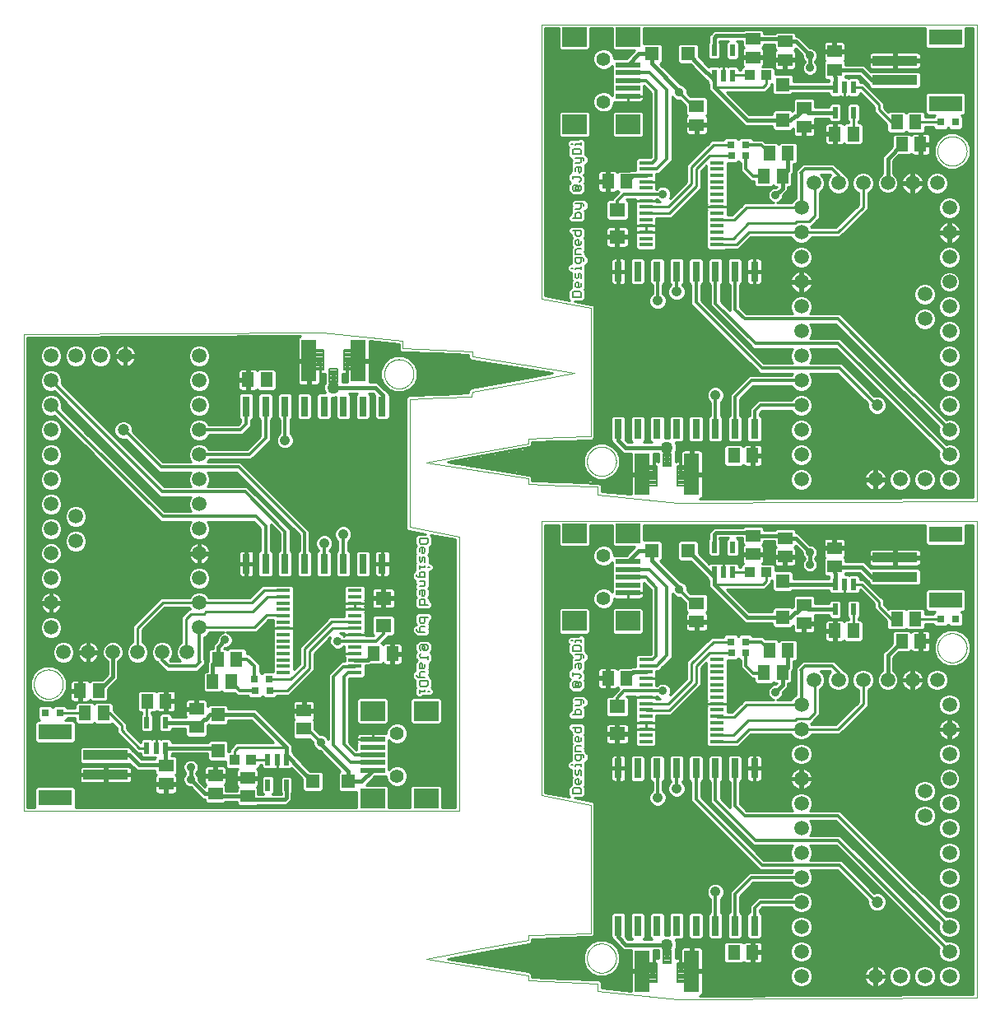
<source format=gtl>
%MOIN*%
%OFA0B0*%
%FSLAX25Y25*%
%IPPOS*%
%LPD*%
%AMOC8*
5,1,8,0,0,$1,22.5*%
%AMOC80*
5,1,8,0,0,$1,22.5*%
%AMOC81*
5,1,8,0,0,$1,202.5*%
%ADD10C,0*%
%ADD11C,0.006000000000000001*%
%ADD12R,0.051179999999999996X0.05906*%
%ADD13R,0.05906X0.051179999999999996*%
%ADD14R,0.06299X0.05512*%
%ADD15R,0.0315X0.0315*%
%ADD16C,0.05937*%
%ADD17R,0.055000000000000007X0.0137*%
%ADD18C,0.05543*%
%ADD19R,0.09842999999999999X0.01969*%
%ADD20R,0.09842999999999999X0.07874*%
%ADD21R,0.021649999999999996X0.04724*%
%ADD22R,0.1811X0.03937*%
%ADD23R,0.13386X0.06299*%
%ADD24R,0.05512X0.05512*%
%ADD25R,0.04331X0.03937*%
%ADD26C,0.008*%
%ADD27C,0.05*%
%ADD28R,0.06X0.17000000000000004*%
%ADD29R,0.0315X0.07874*%
%ADD30C,0.016*%
%ADD31C,0.01*%
%ADD32C,0.04724*%
%ADD33C,0.012000000000000002*%
%ADD34C,0.03562*%
%ADD35C,0.04134*%
%ADD46C,0*%
%ADD47C,0.006000000000000001*%
%ADD48R,0.051179999999999996X0.05906*%
%ADD49R,0.05906X0.051179999999999996*%
%ADD50R,0.06299X0.05512*%
%ADD51R,0.0315X0.0315*%
%ADD52C,0.05937*%
%ADD53R,0.055000000000000007X0.0137*%
%ADD54C,0.05543*%
%ADD55R,0.09842999999999999X0.01969*%
%ADD56R,0.09842999999999999X0.07874*%
%ADD57R,0.021649999999999996X0.04724*%
%ADD58R,0.1811X0.03937*%
%ADD59R,0.13386X0.06299*%
%ADD60R,0.05512X0.05512*%
%ADD61R,0.04331X0.03937*%
%ADD62C,0.008*%
%ADD63C,0.05*%
%ADD64R,0.06X0.17000000000000004*%
%ADD65R,0.0315X0.07874*%
%ADD66C,0.016*%
%ADD67C,0.01*%
%ADD68C,0.04724*%
%ADD69C,0.012000000000000002*%
%ADD70C,0.03562*%
%ADD71C,0.04134*%
%ADD72C,0*%
%ADD73C,0.006000000000000001*%
%ADD74R,0.051179999999999996X0.05906*%
%ADD75R,0.05906X0.051179999999999996*%
%ADD76R,0.06299X0.05512*%
%ADD77R,0.0315X0.0315*%
%ADD78C,0.05937*%
%ADD79R,0.055000000000000007X0.0137*%
%ADD80C,0.05543*%
%ADD81R,0.09842999999999999X0.01969*%
%ADD82R,0.09842999999999999X0.07874*%
%ADD83R,0.021649999999999996X0.04724*%
%ADD84R,0.1811X0.03937*%
%ADD85R,0.13386X0.06299*%
%ADD86R,0.05512X0.05512*%
%ADD87R,0.04331X0.03937*%
%ADD88C,0.008*%
%ADD89C,0.05*%
%ADD90R,0.06X0.17000000000000004*%
%ADD91R,0.0315X0.07874*%
%ADD92C,0.016*%
%ADD93C,0.01*%
%ADD94C,0.04724*%
%ADD95C,0.012000000000000002*%
%ADD96C,0.03562*%
%ADD97C,0.04134*%
G75*
D10*
X0170811Y0216923D02*
X0191645Y0220881D01*
X0212144Y0224507D01*
X0212214Y0226340D01*
X0212284Y0226507D01*
X0225048Y0226993D01*
X0237478Y0227479D01*
X0237454Y0227473D02*
X0237479Y0253478D01*
X0237478Y0253451D02*
X0237478Y0279423D01*
X0217478Y0283173D01*
X0217478Y0394285D01*
X0393727Y0394285D01*
X0393727Y0201229D01*
X0333173Y0200882D01*
X0272617Y0200535D01*
X0240255Y0203907D01*
X0240255Y0207062D01*
X0226159Y0207618D01*
X0212061Y0208173D01*
X0212061Y0210395D01*
X0170811Y0216923D01*
X0235907Y0217338D02*
X0235909Y0217491D01*
X0235915Y0217645D01*
X0235924Y0217797D01*
X0235939Y0217950D01*
X0235957Y0218102D01*
X0235978Y0218254D01*
X0236004Y0218405D01*
X0236034Y0218556D01*
X0236068Y0218705D01*
X0236105Y0218854D01*
X0236146Y0219002D01*
X0236191Y0219148D01*
X0236240Y0219294D01*
X0236293Y0219438D01*
X0236349Y0219580D01*
X0236409Y0219721D01*
X0236473Y0219861D01*
X0236540Y0219999D01*
X0236611Y0220135D01*
X0236686Y0220269D01*
X0236763Y0220400D01*
X0236845Y0220531D01*
X0236929Y0220658D01*
X0237017Y0220785D01*
X0237108Y0220908D01*
X0237202Y0221029D01*
X0237300Y0221146D01*
X0237400Y0221263D01*
X0237503Y0221376D01*
X0237610Y0221487D01*
X0237719Y0221595D01*
X0237831Y0221700D01*
X0237944Y0221801D01*
X0238063Y0221900D01*
X0238181Y0221996D01*
X0238303Y0222088D01*
X0238429Y0222178D01*
X0238556Y0222264D01*
X0238685Y0222346D01*
X0238816Y0222427D01*
X0238949Y0222502D01*
X0239083Y0222576D01*
X0239221Y0222644D01*
X0239360Y0222710D01*
X0239500Y0222772D01*
X0239642Y0222830D01*
X0239785Y0222885D01*
X0239930Y0222935D01*
X0240076Y0222983D01*
X0240223Y0223026D01*
X0240370Y0223064D01*
X0240519Y0223101D01*
X0240669Y0223132D01*
X0240821Y0223159D01*
X0240972Y0223184D01*
X0241125Y0223204D01*
X0241277Y0223220D01*
X0241430Y0223232D01*
X0241583Y0223240D01*
X0241736Y0223244D01*
X0241889Y0223244D01*
X0242043Y0223240D01*
X0242196Y0223232D01*
X0242349Y0223220D01*
X0242501Y0223204D01*
X0242654Y0223184D01*
X0242804Y0223159D01*
X0242956Y0223132D01*
X0243106Y0223101D01*
X0243255Y0223064D01*
X0243403Y0223026D01*
X0243550Y0222983D01*
X0243696Y0222935D01*
X0243841Y0222885D01*
X0243983Y0222830D01*
X0244126Y0222772D01*
X0244266Y0222710D01*
X0244404Y0222644D01*
X0244542Y0222576D01*
X0244677Y0222502D01*
X0244810Y0222427D01*
X0244941Y0222346D01*
X0245070Y0222264D01*
X0245197Y0222178D01*
X0245322Y0222088D01*
X0245444Y0221996D01*
X0245563Y0221900D01*
X0245681Y0221801D01*
X0245795Y0221700D01*
X0245907Y0221595D01*
X0246016Y0221487D01*
X0246122Y0221376D01*
X0246226Y0221263D01*
X0246326Y0221146D01*
X0246424Y0221029D01*
X0246518Y0220908D01*
X0246609Y0220785D01*
X0246697Y0220658D01*
X0246781Y0220531D01*
X0246863Y0220400D01*
X0246939Y0220269D01*
X0247014Y0220135D01*
X0247086Y0219999D01*
X0247153Y0219861D01*
X0247217Y0219721D01*
X0247277Y0219580D01*
X0247332Y0219438D01*
X0247386Y0219294D01*
X0247434Y0219148D01*
X0247480Y0219002D01*
X0247521Y0218854D01*
X0247558Y0218705D01*
X0247592Y0218556D01*
X0247622Y0218405D01*
X0247647Y0218254D01*
X0247669Y0218102D01*
X0247687Y0217950D01*
X0247701Y0217797D01*
X0247711Y0217645D01*
X0247717Y0217491D01*
X0247718Y0217338D01*
X0247717Y0217185D01*
X0247711Y0217031D01*
X0247701Y0216878D01*
X0247687Y0216726D01*
X0247669Y0216573D01*
X0247647Y0216421D01*
X0247622Y0216271D01*
X0247592Y0216120D01*
X0247558Y0215970D01*
X0247521Y0215822D01*
X0247480Y0215674D01*
X0247434Y0215528D01*
X0247386Y0215382D01*
X0247332Y0215238D01*
X0247277Y0215096D01*
X0247217Y0214955D01*
X0247153Y0214814D01*
X0247086Y0214677D01*
X0247014Y0214541D01*
X0246939Y0214407D01*
X0246863Y0214275D01*
X0246781Y0214144D01*
X0246697Y0214017D01*
X0246609Y0213891D01*
X0246518Y0213768D01*
X0246424Y0213647D01*
X0246326Y0213529D01*
X0246226Y0213413D01*
X0246122Y0213300D01*
X0246016Y0213188D01*
X0245907Y0213081D01*
X0245795Y0212976D01*
X0245681Y0212875D01*
X0245563Y0212776D01*
X0245444Y0212679D01*
X0245322Y0212587D01*
X0245197Y0212498D01*
X0245070Y0212411D01*
X0244941Y0212329D01*
X0244810Y0212249D01*
X0244677Y0212173D01*
X0244542Y0212100D01*
X0244404Y0212031D01*
X0244266Y0211966D01*
X0244126Y0211904D01*
X0243983Y0211845D01*
X0243841Y0211791D01*
X0243696Y0211740D01*
X0243550Y0211693D01*
X0243403Y0211649D01*
X0243255Y0211611D01*
X0243106Y0211574D01*
X0242956Y0211544D01*
X0242804Y0211516D01*
X0242654Y0211492D01*
X0242501Y0211472D01*
X0242349Y0211456D01*
X0242196Y0211444D01*
X0242043Y0211436D01*
X0241889Y0211432D01*
X0241736Y0211432D01*
X0241583Y0211436D01*
X0241430Y0211444D01*
X0241277Y0211456D01*
X0241125Y0211472D01*
X0240972Y0211492D01*
X0240821Y0211516D01*
X0240669Y0211544D01*
X0240519Y0211574D01*
X0240370Y0211611D01*
X0240223Y0211649D01*
X0240076Y0211693D01*
X0239930Y0211740D01*
X0239785Y0211791D01*
X0239642Y0211845D01*
X0239500Y0211904D01*
X0239360Y0211966D01*
X0239221Y0212031D01*
X0239083Y0212100D01*
X0238949Y0212173D01*
X0238816Y0212249D01*
X0238685Y0212329D01*
X0238556Y0212411D01*
X0238429Y0212498D01*
X0238303Y0212587D01*
X0238181Y0212679D01*
X0238063Y0212776D01*
X0237944Y0212875D01*
X0237831Y0212976D01*
X0237719Y0213081D01*
X0237610Y0213188D01*
X0237503Y0213300D01*
X0237400Y0213413D01*
X0237300Y0213529D01*
X0237202Y0213647D01*
X0237108Y0213768D01*
X0237017Y0213891D01*
X0236929Y0214017D01*
X0236845Y0214144D01*
X0236763Y0214275D01*
X0236686Y0214407D01*
X0236611Y0214541D01*
X0236540Y0214677D01*
X0236473Y0214814D01*
X0236409Y0214955D01*
X0236349Y0215096D01*
X0236293Y0215238D01*
X0236240Y0215382D01*
X0236191Y0215528D01*
X0236146Y0215674D01*
X0236105Y0215822D01*
X0236068Y0215970D01*
X0236034Y0216120D01*
X0236004Y0216271D01*
X0235978Y0216421D01*
X0235957Y0216573D01*
X0235939Y0216726D01*
X0235924Y0216878D01*
X0235915Y0217031D01*
X0235909Y0217185D01*
X0235907Y0217338D01*
X0377893Y0342992D02*
X0377895Y0343145D01*
X0377901Y0343299D01*
X0377911Y0343452D01*
X0377925Y0343604D01*
X0377942Y0343757D01*
X0377965Y0343908D01*
X0377990Y0344058D01*
X0378020Y0344210D01*
X0378054Y0344360D01*
X0378091Y0344508D01*
X0378132Y0344656D01*
X0378177Y0344802D01*
X0378226Y0344948D01*
X0378279Y0345092D01*
X0378335Y0345234D01*
X0378394Y0345375D01*
X0378459Y0345515D01*
X0378526Y0345652D01*
X0378597Y0345789D01*
X0378671Y0345923D01*
X0378748Y0346055D01*
X0378831Y0346185D01*
X0378915Y0346313D01*
X0379003Y0346439D01*
X0379094Y0346562D01*
X0379188Y0346683D01*
X0379286Y0346801D01*
X0379386Y0346917D01*
X0379490Y0347030D01*
X0379596Y0347141D01*
X0379705Y0347249D01*
X0379816Y0347354D01*
X0379931Y0347455D01*
X0380049Y0347554D01*
X0380168Y0347650D01*
X0380290Y0347742D01*
X0380415Y0347832D01*
X0380542Y0347919D01*
X0380671Y0348001D01*
X0380801Y0348081D01*
X0380935Y0348157D01*
X0381070Y0348230D01*
X0381207Y0348299D01*
X0381346Y0348364D01*
X0381486Y0348426D01*
X0381628Y0348484D01*
X0381771Y0348539D01*
X0381916Y0348590D01*
X0382062Y0348637D01*
X0382209Y0348680D01*
X0382357Y0348719D01*
X0382506Y0348755D01*
X0382656Y0348785D01*
X0382807Y0348814D01*
X0382958Y0348838D01*
X0383111Y0348858D01*
X0383263Y0348874D01*
X0383416Y0348886D01*
X0383569Y0348894D01*
X0383722Y0348898D01*
X0383876Y0348898D01*
X0384029Y0348894D01*
X0384182Y0348886D01*
X0384335Y0348874D01*
X0384487Y0348858D01*
X0384640Y0348838D01*
X0384791Y0348814D01*
X0384942Y0348785D01*
X0385092Y0348755D01*
X0385241Y0348719D01*
X0385389Y0348680D01*
X0385536Y0348637D01*
X0385681Y0348590D01*
X0385827Y0348539D01*
X0385970Y0348484D01*
X0386112Y0348426D01*
X0386252Y0348364D01*
X0386391Y0348299D01*
X0386528Y0348230D01*
X0386662Y0348157D01*
X0386796Y0348081D01*
X0386927Y0348001D01*
X0387056Y0347919D01*
X0387183Y0347832D01*
X0387308Y0347742D01*
X0387430Y0347650D01*
X0387549Y0347554D01*
X0387667Y0347455D01*
X0387781Y0347354D01*
X0387893Y0347249D01*
X0388001Y0347141D01*
X0388108Y0347030D01*
X0388212Y0346917D01*
X0388311Y0346801D01*
X0388410Y0346683D01*
X0388504Y0346562D01*
X0388595Y0346439D01*
X0388683Y0346313D01*
X0388767Y0346185D01*
X0388849Y0346055D01*
X0388926Y0345923D01*
X0389001Y0345789D01*
X0389072Y0345652D01*
X0389139Y0345515D01*
X0389203Y0345375D01*
X0389263Y0345234D01*
X0389318Y0345092D01*
X0389372Y0344948D01*
X0389421Y0344802D01*
X0389466Y0344656D01*
X0389507Y0344508D01*
X0389544Y0344360D01*
X0389578Y0344210D01*
X0389608Y0344058D01*
X0389633Y0343908D01*
X0389655Y0343757D01*
X0389673Y0343604D01*
X0389687Y0343452D01*
X0389697Y0343299D01*
X0389703Y0343145D01*
X0389705Y0342992D01*
X0389703Y0342839D01*
X0389697Y0342685D01*
X0389687Y0342532D01*
X0389673Y0342380D01*
X0389655Y0342227D01*
X0389633Y0342076D01*
X0389608Y0341925D01*
X0389578Y0341774D01*
X0389544Y0341624D01*
X0389507Y0341476D01*
X0389466Y0341328D01*
X0389421Y0341182D01*
X0389372Y0341036D01*
X0389318Y0340892D01*
X0389263Y0340750D01*
X0389203Y0340609D01*
X0389139Y0340469D01*
X0389072Y0340331D01*
X0389001Y0340195D01*
X0388926Y0340061D01*
X0388849Y0339929D01*
X0388767Y0339799D01*
X0388683Y0339671D01*
X0388595Y0339545D01*
X0388504Y0339422D01*
X0388410Y0339301D01*
X0388311Y0339182D01*
X0388212Y0339067D01*
X0388108Y0338954D01*
X0388001Y0338843D01*
X0387893Y0338735D01*
X0387781Y0338630D01*
X0387667Y0338529D01*
X0387549Y0338430D01*
X0387430Y0338334D01*
X0387308Y0338241D01*
X0387183Y0338152D01*
X0387056Y0338065D01*
X0386927Y0337982D01*
X0386796Y0337903D01*
X0386662Y0337827D01*
X0386528Y0337754D01*
X0386391Y0337685D01*
X0386252Y0337620D01*
X0386112Y0337558D01*
X0385970Y0337500D01*
X0385827Y0337445D01*
X0385681Y0337394D01*
X0385536Y0337347D01*
X0385389Y0337304D01*
X0385241Y0337265D01*
X0385092Y0337229D01*
X0384942Y0337198D01*
X0384791Y0337170D01*
X0384640Y0337146D01*
X0384487Y0337126D01*
X0384335Y0337110D01*
X0384182Y0337098D01*
X0384029Y0337090D01*
X0383876Y0337086D01*
X0383722Y0337086D01*
X0383569Y0337090D01*
X0383416Y0337098D01*
X0383263Y0337110D01*
X0383111Y0337126D01*
X0382958Y0337146D01*
X0382807Y0337170D01*
X0382656Y0337198D01*
X0382506Y0337229D01*
X0382357Y0337265D01*
X0382209Y0337304D01*
X0382062Y0337347D01*
X0381916Y0337394D01*
X0381771Y0337445D01*
X0381628Y0337500D01*
X0381486Y0337558D01*
X0381346Y0337620D01*
X0381207Y0337685D01*
X0381070Y0337754D01*
X0380935Y0337827D01*
X0380801Y0337903D01*
X0380671Y0337982D01*
X0380542Y0338065D01*
X0380415Y0338152D01*
X0380290Y0338241D01*
X0380168Y0338334D01*
X0380049Y0338430D01*
X0379931Y0338529D01*
X0379816Y0338630D01*
X0379705Y0338735D01*
X0379596Y0338843D01*
X0379490Y0338954D01*
X0379386Y0339067D01*
X0379286Y0339182D01*
X0379188Y0339301D01*
X0379094Y0339422D01*
X0379003Y0339545D01*
X0378915Y0339671D01*
X0378831Y0339799D01*
X0378748Y0339929D01*
X0378671Y0340061D01*
X0378597Y0340195D01*
X0378526Y0340331D01*
X0378459Y0340469D01*
X0378394Y0340609D01*
X0378335Y0340750D01*
X0378279Y0340892D01*
X0378226Y0341036D01*
X0378177Y0341182D01*
X0378132Y0341328D01*
X0378091Y0341476D01*
X0378054Y0341624D01*
X0378020Y0341774D01*
X0377990Y0341925D01*
X0377965Y0342076D01*
X0377942Y0342227D01*
X0377925Y0342380D01*
X0377911Y0342532D01*
X0377901Y0342685D01*
X0377895Y0342839D01*
X0377893Y0342992D01*
D11*
X0234648Y0339686D02*
X0234648Y0339118D01*
X0234648Y0339686D02*
X0234080Y0340253D01*
X0231245Y0340253D01*
X0230111Y0341667D02*
X0230111Y0343369D01*
X0230677Y0343936D01*
X0232947Y0343936D01*
X0233514Y0343369D01*
X0233514Y0341667D01*
X0230111Y0341667D01*
X0233514Y0340253D02*
X0233514Y0338551D01*
X0232947Y0337984D01*
X0231245Y0337984D01*
X0231813Y0336570D02*
X0231245Y0336002D01*
X0231245Y0334867D01*
X0232380Y0334867D02*
X0232947Y0334301D01*
X0233514Y0334867D01*
X0233514Y0336570D01*
X0231813Y0336570D01*
X0232380Y0336570D02*
X0232380Y0334867D01*
X0230111Y0332886D02*
X0230111Y0331752D01*
X0230111Y0332319D02*
X0232947Y0332319D01*
X0233514Y0331752D01*
X0233514Y0331185D01*
X0232947Y0330618D01*
X0232947Y0329203D02*
X0233514Y0328636D01*
X0233514Y0327502D01*
X0232947Y0326935D01*
X0230677Y0326935D01*
X0230111Y0327502D01*
X0230111Y0328636D01*
X0230677Y0329203D01*
X0231813Y0329203D01*
X0232380Y0328636D01*
X0231245Y0328636D01*
X0231245Y0327502D01*
X0232380Y0327502D01*
X0232380Y0328636D01*
X0233514Y0321837D02*
X0233514Y0320135D01*
X0232947Y0319568D01*
X0231245Y0319568D01*
X0231813Y0318154D02*
X0231245Y0317587D01*
X0231245Y0315885D01*
X0230111Y0315885D02*
X0233514Y0315885D01*
X0233514Y0317587D01*
X0232947Y0318154D01*
X0231813Y0318154D01*
X0231245Y0321837D02*
X0234080Y0321837D01*
X0234648Y0321270D01*
X0234648Y0320703D01*
X0233514Y0310788D02*
X0230111Y0310788D01*
X0231245Y0310788D02*
X0231245Y0309086D01*
X0231813Y0308519D01*
X0232947Y0308519D01*
X0233514Y0309086D01*
X0233514Y0310788D01*
X0232380Y0307104D02*
X0232380Y0304836D01*
X0232947Y0304836D02*
X0231813Y0304836D01*
X0231245Y0305403D01*
X0231245Y0306537D01*
X0231813Y0307104D01*
X0232380Y0307104D01*
X0233514Y0306537D02*
X0233514Y0305403D01*
X0232947Y0304836D01*
X0233514Y0303421D02*
X0231813Y0303421D01*
X0231245Y0302854D01*
X0231245Y0301153D01*
X0233514Y0301153D01*
X0233514Y0299738D02*
X0233514Y0298037D01*
X0232947Y0297469D01*
X0231813Y0297469D01*
X0231245Y0298037D01*
X0231245Y0299738D01*
X0234080Y0299738D01*
X0234648Y0299171D01*
X0234648Y0298604D01*
X0233514Y0296147D02*
X0233514Y0295014D01*
X0233514Y0295581D02*
X0231245Y0295581D01*
X0231245Y0295014D01*
X0230111Y0295581D02*
X0229544Y0295581D01*
X0231245Y0293600D02*
X0231245Y0291898D01*
X0231813Y0291331D01*
X0232380Y0291898D01*
X0232380Y0293032D01*
X0232947Y0293600D01*
X0233514Y0293032D01*
X0233514Y0291331D01*
X0232380Y0289916D02*
X0232380Y0287648D01*
X0232947Y0287648D02*
X0231813Y0287648D01*
X0231245Y0288215D01*
X0231245Y0289349D01*
X0231813Y0289916D01*
X0232380Y0289916D01*
X0233514Y0289349D02*
X0233514Y0288215D01*
X0232947Y0287648D01*
X0232947Y0286233D02*
X0230677Y0286233D01*
X0230111Y0285666D01*
X0230111Y0283965D01*
X0233514Y0283965D01*
X0233514Y0285666D01*
X0232947Y0286233D01*
X0233514Y0345350D02*
X0233514Y0346485D01*
X0233514Y0345918D02*
X0231245Y0345918D01*
X0231245Y0345350D01*
X0230111Y0345918D02*
X0229544Y0345918D01*
D12*
X0244414Y0330673D03*
X0251894Y0330673D03*
X0307591Y0332843D03*
X0315072Y0332843D03*
X0317271Y0342056D03*
X0309791Y0342056D03*
X0336314Y0349907D03*
X0343794Y0349907D03*
X0361414Y0354673D03*
X0368893Y0354673D03*
X0370894Y0345673D03*
X0363414Y0345673D03*
X0302894Y0219673D03*
X0295414Y0219673D03*
D13*
X0323839Y0352932D03*
X0323839Y0360413D03*
X0336154Y0375933D03*
X0336154Y0383413D03*
X0316154Y0379933D03*
X0316154Y0387414D03*
X0303154Y0388413D03*
X0303154Y0380933D03*
X0280347Y0361080D03*
X0280347Y0353601D03*
D14*
X0248154Y0319185D03*
X0248154Y0308162D03*
D15*
X0294401Y0341073D03*
X0294201Y0345473D03*
X0300107Y0345473D03*
X0300307Y0341073D03*
X0379200Y0354673D03*
X0385107Y0354673D03*
D16*
X0377703Y0329987D03*
X0367703Y0329987D03*
X0357703Y0329987D03*
X0347702Y0329987D03*
X0337703Y0329987D03*
X0327703Y0329987D03*
X0322703Y0319988D03*
X0322703Y0309988D03*
X0322703Y0299988D03*
X0322703Y0289987D03*
X0322703Y0279988D03*
X0322703Y0269988D03*
X0322703Y0259988D03*
X0322703Y0249988D03*
X0322703Y0239988D03*
X0322703Y0229988D03*
X0322703Y0219987D03*
X0322703Y0209988D03*
X0352702Y0209988D03*
X0362703Y0209988D03*
X0372703Y0209988D03*
X0382703Y0209988D03*
X0382703Y0219987D03*
X0382703Y0229988D03*
X0382703Y0239988D03*
X0382703Y0249988D03*
X0382703Y0259988D03*
X0382703Y0269988D03*
X0372703Y0274988D03*
X0372703Y0284988D03*
X0382703Y0279988D03*
X0382703Y0289987D03*
X0382703Y0299988D03*
X0382703Y0309988D03*
X0382703Y0319988D03*
D17*
X0288548Y0320394D03*
X0288548Y0322953D03*
X0288548Y0325512D03*
X0288548Y0328071D03*
X0288548Y0330630D03*
X0288548Y0333189D03*
X0288548Y0335748D03*
X0288548Y0338307D03*
X0288548Y0317834D03*
X0288548Y0315276D03*
X0288548Y0312717D03*
X0288548Y0310158D03*
X0288548Y0307599D03*
X0288548Y0305039D03*
X0259760Y0305039D03*
X0259760Y0307599D03*
X0259760Y0310158D03*
X0259760Y0312717D03*
X0259760Y0315276D03*
X0259760Y0317834D03*
X0259760Y0320394D03*
X0259760Y0322953D03*
X0259760Y0325512D03*
X0259760Y0328071D03*
X0259760Y0330630D03*
X0259760Y0333189D03*
X0259760Y0335748D03*
X0259760Y0338307D03*
D18*
X0242625Y0362920D03*
X0242625Y0380243D03*
D19*
X0252467Y0377881D03*
X0252467Y0374731D03*
X0252467Y0371582D03*
X0252467Y0368432D03*
X0252467Y0365283D03*
D20*
X0252467Y0353865D03*
X0230814Y0353865D03*
X0230814Y0389298D03*
X0252467Y0389298D03*
D21*
X0287414Y0383792D03*
X0294894Y0383792D03*
X0294894Y0373554D03*
X0291154Y0373554D03*
X0287414Y0373554D03*
X0336414Y0368792D03*
X0340154Y0368792D03*
X0343894Y0368792D03*
X0343894Y0358555D03*
X0336414Y0358555D03*
D22*
X0360587Y0371736D03*
X0360587Y0379610D03*
D23*
X0381060Y0389059D03*
X0381060Y0362288D03*
D24*
X0315153Y0355390D03*
X0315153Y0369957D03*
X0276791Y0382377D03*
X0262224Y0382377D03*
D25*
X0301808Y0373673D03*
X0308500Y0373673D03*
D26*
X0269955Y0220536D02*
X0269955Y0215336D01*
X0266755Y0215336D01*
X0266755Y0220536D01*
X0269955Y0220536D01*
X0269955Y0216135D02*
X0266755Y0216135D01*
X0266755Y0216934D02*
X0269955Y0216934D01*
X0269955Y0217733D02*
X0266755Y0217733D01*
X0266755Y0218532D02*
X0269955Y0218532D01*
X0269955Y0219331D02*
X0266755Y0219331D01*
X0266755Y0220129D02*
X0269955Y0220129D01*
X0275743Y0215486D02*
X0275743Y0207627D01*
X0272543Y0207627D01*
X0272543Y0215486D01*
X0275743Y0215486D01*
X0275743Y0208426D02*
X0272543Y0208426D01*
X0272543Y0209225D02*
X0275743Y0209225D01*
X0275743Y0210024D02*
X0272543Y0210024D01*
X0272543Y0210822D02*
X0275743Y0210822D01*
X0275743Y0211622D02*
X0272543Y0211622D01*
X0272543Y0212421D02*
X0275743Y0212421D01*
X0275743Y0213220D02*
X0272543Y0213220D01*
X0272543Y0214019D02*
X0275743Y0214019D01*
X0275743Y0214818D02*
X0272543Y0214818D01*
X0264166Y0215486D02*
X0264166Y0207627D01*
X0260965Y0207627D01*
X0260965Y0215486D01*
X0264166Y0215486D01*
X0264166Y0208426D02*
X0260965Y0208426D01*
X0260965Y0209225D02*
X0264166Y0209225D01*
X0264166Y0210024D02*
X0260965Y0210024D01*
X0260965Y0210822D02*
X0264166Y0210822D01*
X0264166Y0211622D02*
X0260965Y0211622D01*
X0260965Y0212421D02*
X0264166Y0212421D01*
X0264166Y0213220D02*
X0260965Y0213220D01*
X0260965Y0214019D02*
X0264166Y0214019D01*
X0264166Y0214818D02*
X0260965Y0214818D01*
D27*
X0268355Y0222807D03*
D28*
X0278355Y0212056D03*
X0258355Y0212056D03*
D29*
X0256457Y0230444D03*
X0264332Y0230444D03*
X0272206Y0230444D03*
X0280080Y0230444D03*
X0287954Y0230444D03*
X0295828Y0230444D03*
X0303701Y0230444D03*
X0248584Y0230444D03*
X0248584Y0294223D03*
X0256457Y0294223D03*
X0264332Y0294223D03*
X0272206Y0294223D03*
X0280080Y0294223D03*
X0287954Y0294223D03*
X0295828Y0294223D03*
X0303701Y0294223D03*
D30*
X0312154Y0324972D02*
X0312254Y0325073D01*
X0312154Y0324972D01*
X0312254Y0325073D02*
X0315072Y0327891D01*
X0315072Y0332843D01*
X0317271Y0335043D01*
X0317271Y0342056D01*
X0318238Y0355390D02*
X0315153Y0355390D01*
X0300697Y0355390D01*
X0287414Y0368673D01*
X0287414Y0371721D01*
X0281547Y0377588D01*
X0281547Y0377622D01*
X0276791Y0382377D01*
X0287414Y0383792D02*
X0287414Y0388933D01*
X0288154Y0389673D01*
X0302894Y0389673D01*
X0303154Y0388413D01*
X0315153Y0388413D01*
X0316154Y0387414D01*
X0320414Y0387414D01*
X0326154Y0381673D01*
X0326154Y0376673D01*
X0336154Y0375933D02*
X0336230Y0374939D01*
X0336965Y0375673D01*
X0347154Y0375673D01*
X0351091Y0371736D01*
X0360587Y0371736D01*
X0336414Y0371587D02*
X0336414Y0368792D01*
X0316319Y0368792D01*
X0315153Y0369957D01*
X0323839Y0360413D02*
X0323839Y0360380D01*
X0320752Y0357292D01*
X0320141Y0357292D01*
X0318238Y0355390D01*
X0323839Y0360380D02*
X0324542Y0359677D01*
X0325664Y0358555D01*
X0336414Y0358555D01*
X0325664Y0358555D02*
X0324542Y0359677D01*
X0336414Y0371587D02*
X0336230Y0374939D01*
X0363414Y0345673D02*
X0357703Y0339963D01*
X0357703Y0329987D01*
X0362414Y0344673D02*
X0363414Y0345673D01*
X0287414Y0371721D02*
X0287414Y0373554D01*
X0287288Y0373681D01*
X0273675Y0366874D02*
X0262224Y0378325D01*
X0262224Y0382377D01*
X0256964Y0382377D01*
X0252467Y0377881D01*
X0273342Y0366708D02*
X0273509Y0366874D01*
X0273675Y0366874D01*
X0259760Y0333189D02*
X0254823Y0333189D01*
X0254116Y0332896D02*
X0251894Y0330673D01*
X0254116Y0332896D02*
X0254161Y0332938D01*
X0254206Y0332976D01*
X0254256Y0333012D01*
X0254307Y0333045D01*
X0254359Y0333074D01*
X0254414Y0333101D01*
X0254469Y0333124D01*
X0254526Y0333144D01*
X0254585Y0333160D01*
X0254644Y0333173D01*
X0254703Y0333182D01*
X0254764Y0333187D01*
X0254823Y0333189D01*
X0248584Y0230444D02*
X0248504Y0230363D01*
X0248504Y0225846D01*
X0251542Y0222807D01*
X0268355Y0222807D01*
X0268355Y0217936D01*
X0262566Y0211557D02*
X0260855Y0212557D01*
X0258355Y0212056D01*
D31*
X0257853Y0211649D02*
X0246598Y0211649D01*
X0246008Y0211059D02*
X0248091Y0213143D01*
X0249219Y0215865D01*
X0249219Y0218811D01*
X0248091Y0221532D01*
X0246008Y0223616D01*
X0243285Y0224743D01*
X0240340Y0224743D01*
X0237618Y0223616D01*
X0235535Y0221532D01*
X0234408Y0218811D01*
X0234408Y0215865D01*
X0235535Y0213143D01*
X0237618Y0211059D01*
X0240340Y0209932D01*
X0243285Y0209932D01*
X0246008Y0211059D01*
X0245021Y0210651D02*
X0253855Y0210651D01*
X0253855Y0211557D02*
X0253855Y0203998D01*
X0241756Y0205259D01*
X0241756Y0207032D01*
X0241779Y0207624D01*
X0241756Y0207649D01*
X0241756Y0207683D01*
X0241337Y0208102D01*
X0240936Y0208537D01*
X0240901Y0208537D01*
X0240877Y0208562D01*
X0240285Y0208562D01*
X0226839Y0209092D01*
X0213560Y0209615D01*
X0213560Y0210278D01*
X0213640Y0210774D01*
X0213560Y0210883D01*
X0213560Y0211017D01*
X0213205Y0211373D01*
X0212910Y0211780D01*
X0212777Y0211801D01*
X0212683Y0211896D01*
X0212178Y0211896D01*
X0179557Y0217058D01*
X0191915Y0219406D01*
X0212248Y0223002D01*
X0212709Y0222983D01*
X0212841Y0223107D01*
X0213018Y0223138D01*
X0213282Y0223516D01*
X0213620Y0223829D01*
X0213627Y0224009D01*
X0213730Y0224156D01*
X0213649Y0224610D01*
X0213667Y0225057D01*
X0224485Y0225470D01*
X0225098Y0225494D01*
X0225725Y0225518D01*
X0225726Y0225518D01*
X0237367Y0225972D01*
X0238074Y0225972D01*
X0238103Y0226002D01*
X0238158Y0226004D01*
X0238780Y0226677D01*
X0238953Y0226851D01*
X0238953Y0226865D01*
X0239001Y0226917D01*
X0238954Y0228108D01*
X0238980Y0254097D01*
X0238978Y0254100D01*
X0238978Y0279284D01*
X0239067Y0279758D01*
X0238978Y0279887D01*
X0238978Y0280045D01*
X0238637Y0280386D01*
X0238364Y0280783D01*
X0238211Y0280812D01*
X0238099Y0280923D01*
X0237617Y0280923D01*
X0230998Y0282165D01*
X0234260Y0282165D01*
X0235313Y0283219D01*
X0235313Y0286412D01*
X0234785Y0286940D01*
X0235313Y0287469D01*
X0235313Y0290095D01*
X0235069Y0290340D01*
X0235313Y0290585D01*
X0235313Y0293778D01*
X0235069Y0294023D01*
X0235313Y0294268D01*
X0235313Y0296804D01*
X0235394Y0296804D01*
X0236448Y0297858D01*
X0236448Y0299917D01*
X0235881Y0300484D01*
X0235313Y0301051D01*
X0235313Y0301898D01*
X0234925Y0302287D01*
X0235313Y0302676D01*
X0235313Y0304167D01*
X0235069Y0304412D01*
X0235313Y0304657D01*
X0235313Y0307283D01*
X0234785Y0307812D01*
X0235313Y0308340D01*
X0235313Y0311533D01*
X0234260Y0312587D01*
X0229366Y0312587D01*
X0228311Y0311533D01*
X0228311Y0310042D01*
X0229366Y0308988D01*
X0229445Y0308988D01*
X0229445Y0308340D01*
X0229974Y0307812D01*
X0229445Y0307283D01*
X0229445Y0304657D01*
X0229974Y0304128D01*
X0229445Y0303600D01*
X0229445Y0297381D01*
X0228798Y0297381D01*
X0227744Y0296326D01*
X0227744Y0294836D01*
X0228798Y0293780D01*
X0229445Y0293780D01*
X0229445Y0291152D01*
X0229974Y0290624D01*
X0229445Y0290095D01*
X0229445Y0287546D01*
X0229366Y0287466D01*
X0228311Y0286412D01*
X0228311Y0283219D01*
X0228989Y0282541D01*
X0218977Y0284418D01*
X0218977Y0392785D01*
X0224393Y0392785D01*
X0224393Y0384740D01*
X0225271Y0383861D01*
X0236357Y0383861D01*
X0237235Y0384740D01*
X0237235Y0392785D01*
X0246046Y0392785D01*
X0246046Y0384740D01*
X0246925Y0383861D01*
X0255195Y0383861D01*
X0251698Y0380365D01*
X0246925Y0380365D01*
X0246897Y0380337D01*
X0246897Y0381093D01*
X0246246Y0382663D01*
X0245045Y0383865D01*
X0243475Y0384514D01*
X0241774Y0384514D01*
X0240205Y0383865D01*
X0239004Y0382663D01*
X0238353Y0381093D01*
X0238353Y0379394D01*
X0239004Y0377824D01*
X0240205Y0376622D01*
X0241774Y0375972D01*
X0243475Y0375972D01*
X0245045Y0376622D01*
X0246046Y0377624D01*
X0246046Y0366827D01*
X0246123Y0366750D01*
X0246046Y0366464D01*
X0246046Y0365540D01*
X0245045Y0366542D01*
X0243475Y0367192D01*
X0241774Y0367192D01*
X0240205Y0366542D01*
X0239004Y0365340D01*
X0238353Y0363770D01*
X0238353Y0362071D01*
X0239004Y0360501D01*
X0240205Y0359299D01*
X0241774Y0358649D01*
X0243475Y0358649D01*
X0245045Y0359299D01*
X0246246Y0360501D01*
X0246897Y0362071D01*
X0246897Y0362941D01*
X0246966Y0362901D01*
X0247349Y0362798D01*
X0252467Y0362798D01*
X0252467Y0365283D01*
X0252467Y0365283D01*
X0258889Y0365283D01*
X0258889Y0366464D01*
X0258812Y0366750D01*
X0258889Y0366827D01*
X0258889Y0369482D01*
X0258929Y0369482D01*
X0261906Y0366505D01*
X0261906Y0340689D01*
X0261710Y0340492D01*
X0256389Y0340492D01*
X0255509Y0339614D01*
X0255509Y0335296D01*
X0253951Y0335296D01*
X0253771Y0335116D01*
X0253499Y0335003D01*
X0253243Y0335003D01*
X0253174Y0334933D01*
X0248794Y0334933D01*
X0248259Y0334399D01*
X0248173Y0334547D01*
X0247894Y0334826D01*
X0247552Y0335024D01*
X0247169Y0335126D01*
X0244914Y0335126D01*
X0244914Y0331172D01*
X0243914Y0331172D01*
X0243914Y0330173D01*
X0244914Y0330173D01*
X0244914Y0326221D01*
X0247169Y0326221D01*
X0247552Y0326323D01*
X0247894Y0326520D01*
X0248173Y0326799D01*
X0248259Y0326948D01*
X0248794Y0326414D01*
X0248924Y0326414D01*
X0248893Y0326382D01*
X0247284Y0324773D01*
X0246054Y0323543D01*
X0246054Y0323440D01*
X0244383Y0323440D01*
X0243504Y0322562D01*
X0243504Y0315808D01*
X0244383Y0314929D01*
X0251925Y0314929D01*
X0252803Y0315808D01*
X0252803Y0322562D01*
X0251954Y0323412D01*
X0255509Y0323412D01*
X0255509Y0322953D01*
X0259760Y0322953D01*
X0259760Y0322953D01*
X0255509Y0322953D01*
X0255509Y0322070D01*
X0255589Y0321778D01*
X0255509Y0321700D01*
X0255509Y0313969D01*
X0255589Y0313891D01*
X0255509Y0313599D01*
X0255509Y0312717D01*
X0259760Y0312717D01*
X0259760Y0312717D01*
X0255509Y0312717D01*
X0255509Y0311834D01*
X0255613Y0311453D01*
X0255621Y0311437D01*
X0255613Y0311422D01*
X0255509Y0311039D01*
X0255509Y0310158D01*
X0259760Y0310158D01*
X0259760Y0312717D01*
X0264010Y0312717D01*
X0264010Y0313599D01*
X0263932Y0313891D01*
X0264010Y0313969D01*
X0264010Y0315673D01*
X0269982Y0315673D01*
X0271154Y0316845D01*
X0282154Y0327845D01*
X0282154Y0334845D01*
X0284297Y0336989D01*
X0284297Y0321647D01*
X0284376Y0321568D01*
X0284297Y0321276D01*
X0284297Y0320394D01*
X0288548Y0320394D01*
X0292798Y0320394D01*
X0292798Y0321276D01*
X0292719Y0321568D01*
X0292798Y0321647D01*
X0292798Y0337999D01*
X0296596Y0337999D01*
X0297354Y0338755D01*
X0298111Y0337999D01*
X0298207Y0337999D01*
X0298207Y0334851D01*
X0301154Y0331904D01*
X0302384Y0330673D01*
X0303532Y0330673D01*
X0303532Y0329270D01*
X0304411Y0328391D01*
X0310772Y0328391D01*
X0311468Y0329086D01*
X0311971Y0328584D01*
X0312785Y0328584D01*
X0312362Y0328162D01*
X0311640Y0328162D01*
X0310505Y0327691D01*
X0309636Y0326823D01*
X0309166Y0325688D01*
X0309166Y0324459D01*
X0309636Y0323323D01*
X0310505Y0322455D01*
X0311633Y0321988D01*
X0299639Y0321988D01*
X0298467Y0320816D01*
X0294646Y0316995D01*
X0292798Y0316995D01*
X0292798Y0319141D01*
X0292719Y0319219D01*
X0292798Y0319511D01*
X0292798Y0320394D01*
X0288548Y0320394D01*
X0288548Y0320394D01*
X0288548Y0320394D01*
X0284297Y0320394D01*
X0284297Y0319511D01*
X0284376Y0319219D01*
X0284297Y0319141D01*
X0284297Y0303733D01*
X0285176Y0302855D01*
X0291919Y0302855D01*
X0292104Y0303040D01*
X0297349Y0303040D01*
X0302297Y0307988D01*
X0318695Y0307988D01*
X0318914Y0307457D01*
X0320172Y0306199D01*
X0321814Y0305519D01*
X0323592Y0305519D01*
X0325234Y0306199D01*
X0326491Y0307457D01*
X0326711Y0307988D01*
X0338297Y0307988D01*
X0349703Y0319394D01*
X0349703Y0325980D01*
X0350234Y0326200D01*
X0351491Y0327457D01*
X0352172Y0329099D01*
X0352172Y0330877D01*
X0351491Y0332519D01*
X0350234Y0333776D01*
X0348592Y0334455D01*
X0346814Y0334455D01*
X0345172Y0333776D01*
X0343915Y0332519D01*
X0343234Y0330877D01*
X0343234Y0329099D01*
X0343915Y0327457D01*
X0345172Y0326200D01*
X0345703Y0325980D01*
X0345703Y0321051D01*
X0336640Y0311988D01*
X0326711Y0311988D01*
X0326517Y0312457D01*
X0326766Y0312457D01*
X0327937Y0313628D01*
X0328982Y0314673D01*
X0330154Y0315845D01*
X0330154Y0326167D01*
X0330234Y0326200D01*
X0331491Y0327457D01*
X0332172Y0329099D01*
X0332172Y0330877D01*
X0331491Y0332519D01*
X0330437Y0333572D01*
X0334283Y0333572D01*
X0334627Y0333231D01*
X0333915Y0332519D01*
X0333235Y0330877D01*
X0333235Y0329099D01*
X0333915Y0327457D01*
X0335172Y0326200D01*
X0336814Y0325519D01*
X0338591Y0325519D01*
X0340234Y0326200D01*
X0341491Y0327457D01*
X0342172Y0329099D01*
X0342172Y0330877D01*
X0341491Y0332519D01*
X0340234Y0333776D01*
X0339803Y0333955D01*
X0339803Y0333994D01*
X0337254Y0336543D01*
X0336024Y0337773D01*
X0323283Y0337773D01*
X0321656Y0336145D01*
X0320426Y0334915D01*
X0320426Y0333175D01*
X0320603Y0332998D01*
X0320603Y0323955D01*
X0320172Y0323776D01*
X0318914Y0322519D01*
X0318695Y0321988D01*
X0312874Y0321988D01*
X0314003Y0322455D01*
X0314872Y0323323D01*
X0315342Y0324459D01*
X0315342Y0325182D01*
X0317179Y0327018D01*
X0317179Y0328584D01*
X0318172Y0328584D01*
X0318938Y0329349D01*
X0318938Y0333729D01*
X0319378Y0334170D01*
X0319378Y0337796D01*
X0320372Y0337796D01*
X0321137Y0338562D01*
X0321137Y0345550D01*
X0320372Y0346316D01*
X0314171Y0346316D01*
X0313667Y0345813D01*
X0312971Y0346509D01*
X0308307Y0346509D01*
X0307244Y0347573D01*
X0303182Y0347573D01*
X0303182Y0347670D01*
X0302303Y0348548D01*
X0297911Y0348548D01*
X0297154Y0347792D01*
X0296397Y0348548D01*
X0292005Y0348548D01*
X0291125Y0347670D01*
X0291125Y0347473D01*
X0286297Y0347473D01*
X0285125Y0346302D01*
X0277326Y0338502D01*
X0276153Y0337329D01*
X0276153Y0330501D01*
X0269547Y0323895D01*
X0269955Y0324880D01*
X0269955Y0326185D01*
X0269455Y0327390D01*
X0268532Y0328314D01*
X0267327Y0328814D01*
X0266021Y0328814D01*
X0264815Y0328314D01*
X0264134Y0327633D01*
X0264010Y0327633D01*
X0264010Y0329377D01*
X0263932Y0329456D01*
X0264010Y0329748D01*
X0264010Y0330630D01*
X0259760Y0330630D01*
X0259760Y0330630D01*
X0264010Y0330630D01*
X0264010Y0331513D01*
X0263908Y0331894D01*
X0263817Y0332051D01*
X0263817Y0333673D01*
X0265083Y0333673D01*
X0266313Y0334904D01*
X0270441Y0339031D01*
X0270441Y0365136D01*
X0270560Y0364849D01*
X0271483Y0363926D01*
X0272688Y0363427D01*
X0273653Y0363427D01*
X0275895Y0361184D01*
X0275895Y0357900D01*
X0276455Y0357341D01*
X0276195Y0357081D01*
X0275998Y0356739D01*
X0275895Y0356357D01*
X0275895Y0354101D01*
X0279848Y0354101D01*
X0279848Y0353101D01*
X0275895Y0353101D01*
X0275895Y0350844D01*
X0275998Y0350463D01*
X0276195Y0350120D01*
X0276474Y0349841D01*
X0276816Y0349644D01*
X0277198Y0349542D01*
X0279848Y0349542D01*
X0279848Y0353101D01*
X0280848Y0353101D01*
X0280848Y0354101D01*
X0284801Y0354101D01*
X0284801Y0356357D01*
X0284699Y0356739D01*
X0284501Y0357081D01*
X0284241Y0357341D01*
X0284801Y0357900D01*
X0284801Y0364261D01*
X0283922Y0365140D01*
X0277879Y0365140D01*
X0276623Y0366396D01*
X0276623Y0367360D01*
X0276123Y0368566D01*
X0275200Y0369489D01*
X0273995Y0369989D01*
X0273814Y0369989D01*
X0265641Y0378161D01*
X0266480Y0379000D01*
X0266480Y0385754D01*
X0265602Y0386633D01*
X0258889Y0386633D01*
X0258889Y0392785D01*
X0372867Y0392785D01*
X0372867Y0385287D01*
X0373745Y0384410D01*
X0388373Y0384410D01*
X0389252Y0385287D01*
X0389252Y0392785D01*
X0392228Y0392785D01*
X0392228Y0202720D01*
X0333785Y0202385D01*
X0333785Y0202385D01*
X0281663Y0202086D01*
X0281933Y0202159D01*
X0282276Y0202355D01*
X0282555Y0202636D01*
X0282752Y0202978D01*
X0282854Y0203358D01*
X0282854Y0211557D01*
X0278855Y0211557D01*
X0278855Y0212557D01*
X0282854Y0212557D01*
X0282854Y0220753D01*
X0282752Y0221136D01*
X0282555Y0221478D01*
X0282276Y0221756D01*
X0281933Y0221953D01*
X0281552Y0222057D01*
X0278854Y0222057D01*
X0278854Y0212557D01*
X0277855Y0212557D01*
X0277855Y0222057D01*
X0275157Y0222057D01*
X0274776Y0221953D01*
X0274433Y0221756D01*
X0274154Y0221478D01*
X0273957Y0221136D01*
X0273855Y0220753D01*
X0273855Y0212557D01*
X0274643Y0212557D01*
X0274643Y0212056D01*
X0273643Y0212056D01*
X0273643Y0217387D01*
X0272293Y0217387D01*
X0271854Y0217269D01*
X0271854Y0220804D01*
X0272354Y0222011D01*
X0272354Y0223602D01*
X0271773Y0225007D01*
X0274402Y0225007D01*
X0275281Y0225884D01*
X0275281Y0235002D01*
X0274402Y0235881D01*
X0270010Y0235881D01*
X0269131Y0235002D01*
X0269131Y0226806D01*
X0267559Y0226806D01*
X0267407Y0226744D01*
X0267407Y0235002D01*
X0266528Y0235881D01*
X0262136Y0235881D01*
X0261256Y0235002D01*
X0261256Y0225884D01*
X0262035Y0225107D01*
X0258754Y0225107D01*
X0259533Y0225884D01*
X0259533Y0235002D01*
X0258654Y0235881D01*
X0254262Y0235881D01*
X0253383Y0235002D01*
X0253383Y0225884D01*
X0254162Y0225107D01*
X0252496Y0225107D01*
X0251659Y0225944D01*
X0251659Y0235002D01*
X0250780Y0235881D01*
X0246388Y0235881D01*
X0245509Y0235002D01*
X0245509Y0225884D01*
X0246204Y0225191D01*
X0246204Y0224893D01*
X0247551Y0223545D01*
X0250590Y0220507D01*
X0253855Y0220507D01*
X0253855Y0212557D01*
X0257853Y0212557D01*
X0257853Y0211557D01*
X0253855Y0211557D01*
X0253855Y0212648D02*
X0247596Y0212648D01*
X0248300Y0213647D02*
X0253855Y0213647D01*
X0253855Y0214645D02*
X0248713Y0214645D01*
X0249127Y0215644D02*
X0253855Y0215644D01*
X0253855Y0216642D02*
X0249219Y0216642D01*
X0249219Y0217641D02*
X0253855Y0217641D01*
X0253855Y0218638D02*
X0249219Y0218638D01*
X0248876Y0219638D02*
X0253855Y0219638D01*
X0250461Y0220636D02*
X0248463Y0220636D01*
X0247989Y0221634D02*
X0249461Y0221634D01*
X0248464Y0222633D02*
X0246991Y0222633D01*
X0247465Y0223632D02*
X0245970Y0223632D01*
X0246467Y0224630D02*
X0243559Y0224630D01*
X0245766Y0225629D02*
X0228552Y0225629D01*
X0224485Y0225470D02*
X0224485Y0225470D01*
X0235164Y0220636D02*
X0198869Y0220636D01*
X0193223Y0219638D02*
X0234750Y0219638D01*
X0234408Y0218638D02*
X0187878Y0218638D01*
X0188495Y0215644D02*
X0234499Y0215644D01*
X0234408Y0216642D02*
X0182185Y0216642D01*
X0182622Y0217641D02*
X0234408Y0217641D01*
X0234913Y0214645D02*
X0194805Y0214645D01*
X0201115Y0213647D02*
X0235327Y0213647D01*
X0236030Y0212648D02*
X0207424Y0212648D01*
X0213004Y0211649D02*
X0237028Y0211649D01*
X0238605Y0210651D02*
X0213620Y0210651D01*
X0213560Y0209653D02*
X0253855Y0209653D01*
X0253855Y0208653D02*
X0237957Y0208653D01*
X0241756Y0207656D02*
X0253855Y0207656D01*
X0253855Y0206657D02*
X0241756Y0206657D01*
X0241756Y0205659D02*
X0253855Y0205659D01*
X0253855Y0204660D02*
X0247499Y0204660D01*
X0262066Y0212056D02*
X0262066Y0212557D01*
X0262854Y0212557D01*
X0262854Y0220507D01*
X0264855Y0220507D01*
X0264855Y0217269D01*
X0264416Y0217387D01*
X0263066Y0217387D01*
X0263066Y0212056D01*
X0262066Y0212056D01*
X0262854Y0212648D02*
X0263066Y0212648D01*
X0263066Y0213647D02*
X0262854Y0213647D01*
X0262854Y0214645D02*
X0263066Y0214645D01*
X0263066Y0215644D02*
X0262854Y0215644D01*
X0262854Y0216642D02*
X0263066Y0216642D01*
X0262854Y0217641D02*
X0264855Y0217641D01*
X0264855Y0218638D02*
X0262854Y0218638D01*
X0262854Y0219638D02*
X0264855Y0219638D01*
X0261513Y0225629D02*
X0259276Y0225629D01*
X0259533Y0226627D02*
X0261256Y0226627D01*
X0261256Y0227626D02*
X0259533Y0227626D01*
X0259533Y0228623D02*
X0261256Y0228623D01*
X0261256Y0229623D02*
X0259533Y0229623D01*
X0259533Y0230621D02*
X0261256Y0230621D01*
X0261256Y0231619D02*
X0259533Y0231619D01*
X0259533Y0232618D02*
X0261256Y0232618D01*
X0261256Y0233617D02*
X0259533Y0233617D01*
X0259533Y0234615D02*
X0261256Y0234615D01*
X0261869Y0235614D02*
X0258921Y0235614D01*
X0253995Y0235614D02*
X0251047Y0235614D01*
X0251659Y0234615D02*
X0253383Y0234615D01*
X0253383Y0233617D02*
X0251659Y0233617D01*
X0251659Y0232618D02*
X0253383Y0232618D01*
X0253383Y0231619D02*
X0251659Y0231619D01*
X0251659Y0230621D02*
X0253383Y0230621D01*
X0253383Y0229623D02*
X0251659Y0229623D01*
X0251659Y0228623D02*
X0253383Y0228623D01*
X0253383Y0227626D02*
X0251659Y0227626D01*
X0251659Y0226627D02*
X0253383Y0226627D01*
X0253640Y0225629D02*
X0251974Y0225629D01*
X0245509Y0226627D02*
X0238733Y0226627D01*
X0238973Y0227626D02*
X0245509Y0227626D01*
X0245509Y0228623D02*
X0238954Y0228623D01*
X0238956Y0229623D02*
X0245509Y0229623D01*
X0245509Y0230621D02*
X0238957Y0230621D01*
X0238958Y0231619D02*
X0245509Y0231619D01*
X0245509Y0232618D02*
X0238959Y0232618D01*
X0238960Y0233617D02*
X0245509Y0233617D01*
X0245509Y0234615D02*
X0238960Y0234615D01*
X0238962Y0235614D02*
X0246121Y0235614D01*
X0238963Y0236612D02*
X0285854Y0236612D01*
X0285854Y0235881D02*
X0285758Y0235881D01*
X0284879Y0235002D01*
X0284879Y0225884D01*
X0285758Y0225007D01*
X0290150Y0225007D01*
X0291029Y0225884D01*
X0291029Y0235002D01*
X0290150Y0235881D01*
X0290054Y0235881D01*
X0290054Y0241231D01*
X0290978Y0242155D01*
X0291521Y0243466D01*
X0291521Y0244885D01*
X0290978Y0246196D01*
X0289975Y0247200D01*
X0288664Y0247743D01*
X0287245Y0247743D01*
X0285934Y0247200D01*
X0284930Y0246196D01*
X0284387Y0244885D01*
X0284387Y0243466D01*
X0284930Y0242155D01*
X0285854Y0241231D01*
X0285854Y0235881D01*
X0285491Y0235614D02*
X0282543Y0235614D01*
X0282276Y0235881D02*
X0283155Y0235002D01*
X0283155Y0225884D01*
X0282276Y0225007D01*
X0277884Y0225007D01*
X0277005Y0225884D01*
X0277005Y0235002D01*
X0277884Y0235881D01*
X0282276Y0235881D01*
X0283155Y0234615D02*
X0284879Y0234615D01*
X0284879Y0233617D02*
X0283155Y0233617D01*
X0283155Y0232618D02*
X0284879Y0232618D01*
X0284879Y0231619D02*
X0283155Y0231619D01*
X0283155Y0230621D02*
X0284879Y0230621D01*
X0284879Y0229623D02*
X0283155Y0229623D01*
X0283155Y0228623D02*
X0284879Y0228623D01*
X0284879Y0227626D02*
X0283155Y0227626D01*
X0283155Y0226627D02*
X0284879Y0226627D01*
X0285136Y0225629D02*
X0282898Y0225629D01*
X0282398Y0221634D02*
X0291355Y0221634D01*
X0291355Y0222633D02*
X0272354Y0222633D01*
X0272342Y0223632D02*
X0291738Y0223632D01*
X0291355Y0223247D02*
X0292233Y0224126D01*
X0298594Y0224126D01*
X0299154Y0223566D01*
X0299414Y0223826D01*
X0299756Y0224024D01*
X0300138Y0224126D01*
X0302394Y0224126D01*
X0302394Y0220173D01*
X0303394Y0220173D01*
X0306953Y0220173D01*
X0306953Y0222824D01*
X0306851Y0223205D01*
X0306653Y0223546D01*
X0306374Y0223826D01*
X0306032Y0224024D01*
X0305651Y0224126D01*
X0303394Y0224126D01*
X0303394Y0220173D01*
X0303394Y0219173D01*
X0303394Y0215221D01*
X0305651Y0215221D01*
X0306032Y0215323D01*
X0306374Y0215519D01*
X0306653Y0215800D01*
X0306851Y0216142D01*
X0306953Y0216523D01*
X0306953Y0219173D01*
X0303394Y0219173D01*
X0302394Y0219173D01*
X0302394Y0215221D01*
X0300138Y0215221D01*
X0299756Y0215323D01*
X0299414Y0215519D01*
X0299154Y0215780D01*
X0298594Y0215221D01*
X0292233Y0215221D01*
X0291355Y0216099D01*
X0291355Y0223247D01*
X0291355Y0220636D02*
X0282854Y0220636D01*
X0282854Y0219638D02*
X0291355Y0219638D01*
X0291355Y0218638D02*
X0282854Y0218638D01*
X0282854Y0217641D02*
X0291355Y0217641D01*
X0291355Y0216642D02*
X0282854Y0216642D01*
X0282854Y0215644D02*
X0291810Y0215644D01*
X0299017Y0215644D02*
X0299291Y0215644D01*
X0302394Y0215644D02*
X0303394Y0215644D01*
X0303394Y0216642D02*
X0302394Y0216642D01*
X0302394Y0217641D02*
X0303394Y0217641D01*
X0303394Y0218638D02*
X0302394Y0218638D01*
X0303394Y0219638D02*
X0318235Y0219638D01*
X0318235Y0219099D02*
X0318235Y0220877D01*
X0318914Y0222519D01*
X0320172Y0223776D01*
X0321814Y0224456D01*
X0323592Y0224456D01*
X0325234Y0223776D01*
X0326491Y0222519D01*
X0327172Y0220877D01*
X0327172Y0219099D01*
X0326491Y0217457D01*
X0325234Y0216200D01*
X0323592Y0215519D01*
X0321814Y0215519D01*
X0320172Y0216200D01*
X0318914Y0217457D01*
X0318235Y0219099D01*
X0318425Y0218638D02*
X0306953Y0218638D01*
X0306953Y0217641D02*
X0318839Y0217641D01*
X0319729Y0216642D02*
X0306953Y0216642D01*
X0306498Y0215644D02*
X0321514Y0215644D01*
X0321814Y0214455D02*
X0320172Y0213776D01*
X0318914Y0212519D01*
X0318235Y0210876D01*
X0318235Y0209099D01*
X0318914Y0207457D01*
X0320172Y0206199D01*
X0321814Y0205519D01*
X0323592Y0205519D01*
X0325234Y0206199D01*
X0326491Y0207457D01*
X0327172Y0209099D01*
X0327172Y0210876D01*
X0326491Y0212519D01*
X0325234Y0213776D01*
X0323592Y0214455D01*
X0321814Y0214455D01*
X0320042Y0213647D02*
X0282854Y0213647D01*
X0282854Y0214645D02*
X0392228Y0214645D01*
X0392228Y0213647D02*
X0385364Y0213647D01*
X0385234Y0213776D02*
X0383592Y0214455D01*
X0381814Y0214455D01*
X0380172Y0213776D01*
X0378915Y0212519D01*
X0378235Y0210876D01*
X0378235Y0209099D01*
X0378915Y0207457D01*
X0380172Y0206199D01*
X0381814Y0205519D01*
X0383592Y0205519D01*
X0385234Y0206199D01*
X0386491Y0207457D01*
X0387172Y0209099D01*
X0387172Y0210876D01*
X0386491Y0212519D01*
X0385234Y0213776D01*
X0386362Y0212648D02*
X0392228Y0212648D01*
X0392228Y0211649D02*
X0386851Y0211649D01*
X0387172Y0210651D02*
X0392228Y0210651D01*
X0392228Y0209653D02*
X0387172Y0209653D01*
X0386987Y0208653D02*
X0392228Y0208653D01*
X0392228Y0207656D02*
X0386574Y0207656D01*
X0385692Y0206657D02*
X0392228Y0206657D01*
X0392228Y0205659D02*
X0383927Y0205659D01*
X0381479Y0205659D02*
X0373928Y0205659D01*
X0373592Y0205519D02*
X0375234Y0206199D01*
X0376490Y0207457D01*
X0377172Y0209099D01*
X0377172Y0210876D01*
X0376490Y0212519D01*
X0375234Y0213776D01*
X0373592Y0214455D01*
X0371814Y0214455D01*
X0370172Y0213776D01*
X0368915Y0212519D01*
X0368235Y0210876D01*
X0368235Y0209099D01*
X0368915Y0207457D01*
X0370172Y0206199D01*
X0371814Y0205519D01*
X0373592Y0205519D01*
X0371479Y0205659D02*
X0363928Y0205659D01*
X0363592Y0205519D02*
X0365234Y0206199D01*
X0366491Y0207457D01*
X0367172Y0209099D01*
X0367172Y0210876D01*
X0366491Y0212519D01*
X0365234Y0213776D01*
X0363592Y0214455D01*
X0361814Y0214455D01*
X0360172Y0213776D01*
X0358914Y0212519D01*
X0358235Y0210876D01*
X0358235Y0209099D01*
X0358914Y0207457D01*
X0360172Y0206199D01*
X0361814Y0205519D01*
X0363592Y0205519D01*
X0361479Y0205659D02*
X0353839Y0205659D01*
X0353749Y0205629D02*
X0354418Y0205846D01*
X0355044Y0206165D01*
X0355613Y0206580D01*
X0356111Y0207077D01*
X0356525Y0207646D01*
X0356844Y0208273D01*
X0357062Y0208942D01*
X0357151Y0209504D01*
X0353187Y0209504D01*
X0353187Y0205540D01*
X0353749Y0205629D01*
X0353187Y0205659D02*
X0352219Y0205659D01*
X0352219Y0205540D02*
X0352219Y0209504D01*
X0353187Y0209504D01*
X0353187Y0210472D01*
X0352219Y0210472D01*
X0352219Y0209504D01*
X0348256Y0209504D01*
X0348345Y0208942D01*
X0348562Y0208273D01*
X0348880Y0207646D01*
X0349295Y0207077D01*
X0349792Y0206580D01*
X0350361Y0206165D01*
X0350988Y0205846D01*
X0351657Y0205629D01*
X0352219Y0205540D01*
X0351567Y0205659D02*
X0323928Y0205659D01*
X0325692Y0206657D02*
X0349715Y0206657D01*
X0348876Y0207656D02*
X0326574Y0207656D01*
X0326987Y0208653D02*
X0348438Y0208653D01*
X0348256Y0210472D02*
X0352219Y0210472D01*
X0352219Y0214435D01*
X0351657Y0214346D01*
X0350988Y0214129D01*
X0350361Y0213810D01*
X0349792Y0213396D01*
X0349295Y0212899D01*
X0348880Y0212330D01*
X0348562Y0211703D01*
X0348345Y0211034D01*
X0348256Y0210472D01*
X0348284Y0210651D02*
X0327172Y0210651D01*
X0327172Y0209653D02*
X0352219Y0209653D01*
X0353187Y0209653D02*
X0358235Y0209653D01*
X0358235Y0210651D02*
X0357122Y0210651D01*
X0357151Y0210472D02*
X0357062Y0211034D01*
X0356844Y0211703D01*
X0356525Y0212330D01*
X0356111Y0212899D01*
X0355613Y0213396D01*
X0355044Y0213810D01*
X0354418Y0214129D01*
X0353749Y0214346D01*
X0353187Y0214435D01*
X0353187Y0210472D01*
X0357151Y0210472D01*
X0356862Y0211649D02*
X0358555Y0211649D01*
X0359044Y0212648D02*
X0356294Y0212648D01*
X0355270Y0213647D02*
X0360042Y0213647D01*
X0365364Y0213647D02*
X0370042Y0213647D01*
X0369044Y0212648D02*
X0366362Y0212648D01*
X0366850Y0211649D02*
X0368555Y0211649D01*
X0368235Y0210651D02*
X0367172Y0210651D01*
X0367172Y0209653D02*
X0368235Y0209653D01*
X0368419Y0208653D02*
X0366987Y0208653D01*
X0366573Y0207656D02*
X0368833Y0207656D01*
X0369715Y0206657D02*
X0365692Y0206657D01*
X0359715Y0206657D02*
X0355692Y0206657D01*
X0356530Y0207656D02*
X0358833Y0207656D01*
X0358419Y0208653D02*
X0356968Y0208653D01*
X0353187Y0208653D02*
X0352219Y0208653D01*
X0352219Y0207656D02*
X0353187Y0207656D01*
X0353187Y0206657D02*
X0352219Y0206657D01*
X0352219Y0210651D02*
X0353187Y0210651D01*
X0353187Y0211649D02*
X0352219Y0211649D01*
X0352219Y0212648D02*
X0353187Y0212648D01*
X0353187Y0213647D02*
X0352219Y0213647D01*
X0350136Y0213647D02*
X0325364Y0213647D01*
X0326362Y0212648D02*
X0349112Y0212648D01*
X0348544Y0211649D02*
X0326851Y0211649D01*
X0323892Y0215644D02*
X0381515Y0215644D01*
X0381814Y0215519D02*
X0383592Y0215519D01*
X0385234Y0216200D01*
X0386491Y0217457D01*
X0387172Y0219099D01*
X0387172Y0220877D01*
X0386491Y0222519D01*
X0385234Y0223776D01*
X0383592Y0224456D01*
X0381814Y0224456D01*
X0381383Y0224278D01*
X0338561Y0267100D01*
X0326134Y0267100D01*
X0326491Y0267457D01*
X0327172Y0269099D01*
X0327172Y0270877D01*
X0326491Y0272519D01*
X0326112Y0272899D01*
X0336638Y0272899D01*
X0367413Y0242124D01*
X0367597Y0242124D01*
X0378413Y0231307D01*
X0378235Y0230877D01*
X0378235Y0229099D01*
X0378915Y0227457D01*
X0380172Y0226200D01*
X0381814Y0225518D01*
X0383592Y0225518D01*
X0385234Y0226200D01*
X0386491Y0227457D01*
X0387172Y0229099D01*
X0387172Y0230877D01*
X0386491Y0232519D01*
X0385234Y0233775D01*
X0383592Y0234456D01*
X0381814Y0234456D01*
X0381383Y0234278D01*
X0370567Y0245094D01*
X0369337Y0246324D01*
X0369153Y0246324D01*
X0338378Y0277099D01*
X0326132Y0277099D01*
X0326491Y0277457D01*
X0327172Y0279099D01*
X0327172Y0280876D01*
X0326491Y0282519D01*
X0325234Y0283776D01*
X0323592Y0284456D01*
X0321814Y0284456D01*
X0320172Y0283776D01*
X0318914Y0282519D01*
X0318235Y0280876D01*
X0318235Y0279099D01*
X0318914Y0277457D01*
X0319273Y0277099D01*
X0300677Y0277099D01*
X0297928Y0279848D01*
X0297928Y0288786D01*
X0298024Y0288786D01*
X0298903Y0289665D01*
X0298903Y0298781D01*
X0298024Y0299660D01*
X0293632Y0299660D01*
X0292753Y0298781D01*
X0292753Y0289665D01*
X0293632Y0288786D01*
X0293728Y0288786D01*
X0293728Y0279889D01*
X0293707Y0279868D01*
X0293707Y0278402D01*
X0290054Y0282056D01*
X0290054Y0288786D01*
X0290150Y0288786D01*
X0291029Y0289665D01*
X0291029Y0298781D01*
X0290150Y0299660D01*
X0285758Y0299660D01*
X0284879Y0298781D01*
X0284879Y0289665D01*
X0285758Y0288786D01*
X0285854Y0288786D01*
X0285854Y0280316D01*
X0302040Y0264130D01*
X0303270Y0262900D01*
X0319295Y0262900D01*
X0318914Y0262519D01*
X0318235Y0260876D01*
X0318235Y0259098D01*
X0318914Y0257457D01*
X0319271Y0257100D01*
X0307676Y0257100D01*
X0282180Y0282597D01*
X0282180Y0288786D01*
X0282276Y0288786D01*
X0283155Y0289665D01*
X0283155Y0298781D01*
X0282276Y0299660D01*
X0277884Y0299660D01*
X0277005Y0298781D01*
X0277005Y0289665D01*
X0277884Y0288786D01*
X0277980Y0288786D01*
X0277980Y0280858D01*
X0304707Y0254131D01*
X0305937Y0252901D01*
X0319296Y0252901D01*
X0318914Y0252518D01*
X0318735Y0252088D01*
X0301591Y0252088D01*
X0294938Y0245434D01*
X0293707Y0244205D01*
X0293707Y0235881D01*
X0293632Y0235881D01*
X0292753Y0235002D01*
X0292753Y0225884D01*
X0293632Y0225007D01*
X0298024Y0225007D01*
X0298903Y0225884D01*
X0298903Y0235002D01*
X0298024Y0235881D01*
X0297908Y0235881D01*
X0297908Y0242465D01*
X0303329Y0247888D01*
X0318735Y0247888D01*
X0318914Y0247457D01*
X0320172Y0246200D01*
X0321814Y0245519D01*
X0323592Y0245519D01*
X0325234Y0246200D01*
X0326491Y0247457D01*
X0327172Y0249099D01*
X0327172Y0250877D01*
X0326491Y0252518D01*
X0326110Y0252901D01*
X0337305Y0252901D01*
X0349546Y0240660D01*
X0349546Y0239293D01*
X0350134Y0237875D01*
X0351221Y0236788D01*
X0352640Y0236200D01*
X0354176Y0236200D01*
X0355596Y0236788D01*
X0356683Y0237875D01*
X0357271Y0239293D01*
X0357271Y0240831D01*
X0356683Y0242250D01*
X0355596Y0243337D01*
X0354176Y0243925D01*
X0352640Y0243925D01*
X0352344Y0243801D01*
X0339045Y0257100D01*
X0326135Y0257100D01*
X0326491Y0257457D01*
X0327172Y0259098D01*
X0327172Y0260876D01*
X0326491Y0262519D01*
X0326111Y0262900D01*
X0336821Y0262900D01*
X0378413Y0221308D01*
X0378235Y0220877D01*
X0378235Y0219099D01*
X0378915Y0217457D01*
X0380172Y0216200D01*
X0381814Y0215519D01*
X0383892Y0215644D02*
X0392228Y0215644D01*
X0392228Y0216642D02*
X0385677Y0216642D01*
X0386567Y0217641D02*
X0392228Y0217641D01*
X0392228Y0218638D02*
X0386981Y0218638D01*
X0387172Y0219638D02*
X0392228Y0219638D01*
X0392228Y0220636D02*
X0387172Y0220636D01*
X0386858Y0221634D02*
X0392228Y0221634D01*
X0392228Y0222633D02*
X0386377Y0222633D01*
X0385379Y0223632D02*
X0392228Y0223632D01*
X0392228Y0224630D02*
X0381031Y0224630D01*
X0381549Y0225629D02*
X0380032Y0225629D01*
X0379744Y0226627D02*
X0379034Y0226627D01*
X0378845Y0227626D02*
X0378035Y0227626D01*
X0378431Y0228623D02*
X0377037Y0228623D01*
X0376038Y0229623D02*
X0378235Y0229623D01*
X0378235Y0230621D02*
X0375040Y0230621D01*
X0374041Y0231619D02*
X0378101Y0231619D01*
X0377103Y0232618D02*
X0373043Y0232618D01*
X0372044Y0233617D02*
X0376104Y0233617D01*
X0375106Y0234615D02*
X0371046Y0234615D01*
X0370047Y0235614D02*
X0374107Y0235614D01*
X0373109Y0236612D02*
X0369049Y0236612D01*
X0368050Y0237611D02*
X0372110Y0237611D01*
X0371112Y0238608D02*
X0367052Y0238608D01*
X0366053Y0239608D02*
X0370113Y0239608D01*
X0369115Y0240606D02*
X0365054Y0240606D01*
X0364056Y0241604D02*
X0368116Y0241604D01*
X0366934Y0242603D02*
X0363057Y0242603D01*
X0362059Y0243602D02*
X0365935Y0243602D01*
X0364937Y0244600D02*
X0361060Y0244600D01*
X0360062Y0245599D02*
X0363938Y0245599D01*
X0362940Y0246597D02*
X0359063Y0246597D01*
X0358065Y0247596D02*
X0361941Y0247596D01*
X0360942Y0248595D02*
X0357066Y0248595D01*
X0356068Y0249593D02*
X0359944Y0249593D01*
X0358946Y0250592D02*
X0355069Y0250592D01*
X0354071Y0251589D02*
X0357947Y0251589D01*
X0356948Y0252589D02*
X0353071Y0252589D01*
X0352074Y0253587D02*
X0355950Y0253587D01*
X0354952Y0254585D02*
X0351075Y0254585D01*
X0350077Y0255584D02*
X0353953Y0255584D01*
X0352954Y0256583D02*
X0349077Y0256583D01*
X0348080Y0257581D02*
X0351956Y0257581D01*
X0350958Y0258580D02*
X0347081Y0258580D01*
X0346083Y0259578D02*
X0349959Y0259578D01*
X0348960Y0260577D02*
X0345083Y0260577D01*
X0344086Y0261574D02*
X0347962Y0261574D01*
X0346964Y0262574D02*
X0343087Y0262574D01*
X0342089Y0263572D02*
X0345965Y0263572D01*
X0344966Y0264571D02*
X0341089Y0264571D01*
X0340092Y0265568D02*
X0343968Y0265568D01*
X0342969Y0266568D02*
X0339093Y0266568D01*
X0340972Y0268565D02*
X0326950Y0268565D01*
X0327172Y0269562D02*
X0339974Y0269562D01*
X0338975Y0270562D02*
X0327172Y0270562D01*
X0326888Y0271560D02*
X0337977Y0271560D01*
X0336978Y0272559D02*
X0326452Y0272559D01*
X0326537Y0267566D02*
X0341971Y0267566D01*
X0344915Y0270562D02*
X0371712Y0270562D01*
X0371814Y0270519D02*
X0373592Y0270519D01*
X0375234Y0271200D01*
X0376490Y0272457D01*
X0377172Y0274099D01*
X0377172Y0275877D01*
X0376490Y0277519D01*
X0375234Y0278775D01*
X0373592Y0279456D01*
X0371814Y0279456D01*
X0370172Y0278775D01*
X0368915Y0277519D01*
X0368235Y0275877D01*
X0368235Y0274099D01*
X0368915Y0272457D01*
X0370172Y0271200D01*
X0371814Y0270519D01*
X0373693Y0270562D02*
X0378235Y0270562D01*
X0378235Y0270877D02*
X0378235Y0269099D01*
X0378915Y0267457D01*
X0380172Y0266199D01*
X0381814Y0265519D01*
X0383592Y0265519D01*
X0385234Y0266199D01*
X0386491Y0267457D01*
X0387172Y0269099D01*
X0387172Y0270877D01*
X0386491Y0272519D01*
X0385234Y0273776D01*
X0383592Y0274456D01*
X0381814Y0274456D01*
X0380172Y0273776D01*
X0378915Y0272519D01*
X0378235Y0270877D01*
X0378518Y0271560D02*
X0375595Y0271560D01*
X0376534Y0272559D02*
X0378954Y0272559D01*
X0379953Y0273556D02*
X0376946Y0273556D01*
X0377172Y0274555D02*
X0392228Y0274555D01*
X0392228Y0275554D02*
X0383676Y0275554D01*
X0383592Y0275519D02*
X0385234Y0276200D01*
X0386491Y0277457D01*
X0387172Y0279099D01*
X0387172Y0280876D01*
X0386491Y0282519D01*
X0385234Y0283776D01*
X0383592Y0284456D01*
X0381814Y0284456D01*
X0380172Y0283776D01*
X0378915Y0282519D01*
X0378235Y0280876D01*
X0378235Y0279099D01*
X0378915Y0277457D01*
X0380172Y0276200D01*
X0381814Y0275519D01*
X0383592Y0275519D01*
X0381730Y0275554D02*
X0377172Y0275554D01*
X0376892Y0276553D02*
X0379819Y0276553D01*
X0378876Y0277550D02*
X0376459Y0277550D01*
X0375461Y0278550D02*
X0378462Y0278550D01*
X0378235Y0279548D02*
X0327172Y0279548D01*
X0327172Y0280547D02*
X0371748Y0280547D01*
X0371814Y0280519D02*
X0373592Y0280519D01*
X0375234Y0281200D01*
X0376490Y0282457D01*
X0377172Y0284099D01*
X0377172Y0285876D01*
X0376490Y0287519D01*
X0375234Y0288776D01*
X0373592Y0289456D01*
X0371814Y0289456D01*
X0370172Y0288776D01*
X0368915Y0287519D01*
X0368235Y0285876D01*
X0368235Y0284099D01*
X0368915Y0282457D01*
X0370172Y0281200D01*
X0371814Y0280519D01*
X0373658Y0280547D02*
X0378235Y0280547D01*
X0378511Y0281545D02*
X0375580Y0281545D01*
X0376527Y0282544D02*
X0378940Y0282544D01*
X0379938Y0283542D02*
X0376941Y0283542D01*
X0377172Y0284541D02*
X0392228Y0284541D01*
X0392228Y0285539D02*
X0377172Y0285539D01*
X0376898Y0286538D02*
X0380107Y0286538D01*
X0380281Y0286363D02*
X0381853Y0285712D01*
X0383554Y0285712D01*
X0385125Y0286363D01*
X0386327Y0287565D01*
X0386979Y0289137D01*
X0386979Y0290838D01*
X0386327Y0292409D01*
X0385125Y0293613D01*
X0383554Y0294264D01*
X0381853Y0294264D01*
X0380281Y0293613D01*
X0379078Y0292409D01*
X0378427Y0290838D01*
X0378427Y0289137D01*
X0379078Y0287565D01*
X0380281Y0286363D01*
X0379108Y0287536D02*
X0376474Y0287536D01*
X0375476Y0288535D02*
X0378677Y0288535D01*
X0378427Y0289533D02*
X0323187Y0289533D01*
X0323187Y0289504D02*
X0323187Y0290472D01*
X0322218Y0290472D01*
X0322218Y0289504D01*
X0323187Y0289504D01*
X0323187Y0285540D01*
X0323749Y0285630D01*
X0324418Y0285847D01*
X0325045Y0286166D01*
X0325614Y0286580D01*
X0326111Y0287076D01*
X0326525Y0287645D01*
X0326843Y0288273D01*
X0327062Y0288942D01*
X0327151Y0289504D01*
X0323187Y0289504D01*
X0322218Y0289504D02*
X0322218Y0285540D01*
X0321657Y0285630D01*
X0320988Y0285847D01*
X0320361Y0286166D01*
X0319792Y0286580D01*
X0319295Y0287076D01*
X0318881Y0287645D01*
X0318562Y0288273D01*
X0318345Y0288942D01*
X0318256Y0289504D01*
X0322218Y0289504D01*
X0322218Y0289533D02*
X0306574Y0289533D01*
X0306477Y0289365D02*
X0306675Y0289707D01*
X0306777Y0290089D01*
X0306777Y0293936D01*
X0303990Y0293936D01*
X0303990Y0294510D01*
X0303415Y0294510D01*
X0303415Y0299660D01*
X0301930Y0299660D01*
X0301548Y0299558D01*
X0301206Y0299360D01*
X0300927Y0299081D01*
X0300730Y0298739D01*
X0300627Y0298358D01*
X0300627Y0294510D01*
X0303415Y0294510D01*
X0303415Y0293936D01*
X0303990Y0293936D01*
X0303990Y0288786D01*
X0305473Y0288786D01*
X0305856Y0288888D01*
X0306198Y0289086D01*
X0306477Y0289365D01*
X0306777Y0290532D02*
X0318265Y0290532D01*
X0318256Y0290472D02*
X0322218Y0290472D01*
X0322218Y0294435D01*
X0321657Y0294346D01*
X0320988Y0294129D01*
X0320361Y0293810D01*
X0319792Y0293396D01*
X0319295Y0292899D01*
X0318881Y0292330D01*
X0318562Y0291703D01*
X0318345Y0291034D01*
X0318256Y0290472D01*
X0318506Y0291530D02*
X0306777Y0291530D01*
X0306777Y0292529D02*
X0319026Y0292529D01*
X0319973Y0293528D02*
X0306777Y0293528D01*
X0306777Y0294510D02*
X0303990Y0294510D01*
X0303990Y0299660D01*
X0305473Y0299660D01*
X0305856Y0299558D01*
X0306198Y0299360D01*
X0306477Y0299081D01*
X0306675Y0298739D01*
X0306777Y0298358D01*
X0306777Y0294510D01*
X0306777Y0294526D02*
X0392228Y0294526D01*
X0392228Y0293528D02*
X0385210Y0293528D01*
X0386209Y0292529D02*
X0392228Y0292529D01*
X0392228Y0291530D02*
X0386692Y0291530D01*
X0386979Y0290532D02*
X0392228Y0290532D01*
X0392228Y0289533D02*
X0386979Y0289533D01*
X0386729Y0288535D02*
X0392228Y0288535D01*
X0392228Y0287536D02*
X0386298Y0287536D01*
X0385300Y0286538D02*
X0392228Y0286538D01*
X0392228Y0283542D02*
X0385468Y0283542D01*
X0386467Y0282544D02*
X0392228Y0282544D01*
X0392228Y0281545D02*
X0386895Y0281545D01*
X0387172Y0280547D02*
X0392228Y0280547D01*
X0392228Y0279548D02*
X0387172Y0279548D01*
X0386944Y0278550D02*
X0392228Y0278550D01*
X0392228Y0277550D02*
X0386530Y0277550D01*
X0385587Y0276553D02*
X0392228Y0276553D01*
X0392228Y0273556D02*
X0385453Y0273556D01*
X0386452Y0272559D02*
X0392228Y0272559D01*
X0392228Y0271560D02*
X0386888Y0271560D01*
X0387172Y0270562D02*
X0392228Y0270562D01*
X0392228Y0269562D02*
X0387172Y0269562D01*
X0386950Y0268565D02*
X0392228Y0268565D01*
X0392228Y0267566D02*
X0386537Y0267566D01*
X0385601Y0266568D02*
X0392228Y0266568D01*
X0392228Y0265568D02*
X0383712Y0265568D01*
X0383592Y0264456D02*
X0381814Y0264456D01*
X0380172Y0263776D01*
X0378915Y0262519D01*
X0378235Y0260876D01*
X0378235Y0259098D01*
X0378915Y0257457D01*
X0380172Y0256199D01*
X0381814Y0255519D01*
X0383592Y0255519D01*
X0385234Y0256199D01*
X0386491Y0257457D01*
X0387172Y0259098D01*
X0387172Y0260876D01*
X0386491Y0262519D01*
X0385234Y0263776D01*
X0383592Y0264456D01*
X0385438Y0263572D02*
X0392228Y0263572D01*
X0392228Y0262574D02*
X0386437Y0262574D01*
X0386881Y0261574D02*
X0392228Y0261574D01*
X0392228Y0260577D02*
X0387172Y0260577D01*
X0387172Y0259578D02*
X0392228Y0259578D01*
X0392228Y0258580D02*
X0386956Y0258580D01*
X0386542Y0257581D02*
X0392228Y0257581D01*
X0392228Y0256583D02*
X0385616Y0256583D01*
X0383748Y0255584D02*
X0392228Y0255584D01*
X0392228Y0254585D02*
X0360891Y0254585D01*
X0359893Y0255584D02*
X0381658Y0255584D01*
X0381814Y0254455D02*
X0380172Y0253776D01*
X0378915Y0252518D01*
X0378235Y0250877D01*
X0378235Y0249099D01*
X0378915Y0247457D01*
X0380172Y0246200D01*
X0381814Y0245519D01*
X0383592Y0245519D01*
X0385234Y0246200D01*
X0386491Y0247457D01*
X0387172Y0249099D01*
X0387172Y0250877D01*
X0386491Y0252518D01*
X0385234Y0253776D01*
X0383592Y0254455D01*
X0381814Y0254455D01*
X0379983Y0253587D02*
X0361890Y0253587D01*
X0362888Y0252589D02*
X0378984Y0252589D01*
X0378530Y0251589D02*
X0363887Y0251589D01*
X0364885Y0250592D02*
X0378235Y0250592D01*
X0378235Y0249593D02*
X0365884Y0249593D01*
X0366882Y0248595D02*
X0378444Y0248595D01*
X0378857Y0247596D02*
X0367881Y0247596D01*
X0368879Y0246597D02*
X0379773Y0246597D01*
X0381622Y0245599D02*
X0370062Y0245599D01*
X0371059Y0244600D02*
X0392228Y0244600D01*
X0392228Y0243602D02*
X0385409Y0243602D01*
X0385234Y0243776D02*
X0383592Y0244456D01*
X0381814Y0244456D01*
X0380172Y0243776D01*
X0378915Y0242519D01*
X0378235Y0240877D01*
X0378235Y0239099D01*
X0378915Y0237456D01*
X0380172Y0236200D01*
X0381814Y0235519D01*
X0383592Y0235519D01*
X0385234Y0236200D01*
X0386491Y0237456D01*
X0387172Y0239099D01*
X0387172Y0240877D01*
X0386491Y0242519D01*
X0385234Y0243776D01*
X0386407Y0242603D02*
X0392228Y0242603D01*
X0392228Y0241604D02*
X0386870Y0241604D01*
X0387172Y0240606D02*
X0392228Y0240606D01*
X0392228Y0239608D02*
X0387172Y0239608D01*
X0386969Y0238608D02*
X0392228Y0238608D01*
X0392228Y0237611D02*
X0386555Y0237611D01*
X0385647Y0236612D02*
X0392228Y0236612D01*
X0392228Y0235614D02*
X0383820Y0235614D01*
X0381585Y0235614D02*
X0380046Y0235614D01*
X0379758Y0236612D02*
X0379049Y0236612D01*
X0378850Y0237611D02*
X0378050Y0237611D01*
X0378437Y0238608D02*
X0377052Y0238608D01*
X0376053Y0239608D02*
X0378235Y0239608D01*
X0378235Y0240606D02*
X0375053Y0240606D01*
X0374056Y0241604D02*
X0378536Y0241604D01*
X0378999Y0242603D02*
X0373057Y0242603D01*
X0372059Y0243602D02*
X0379998Y0243602D01*
X0383784Y0245599D02*
X0392228Y0245599D01*
X0392228Y0246597D02*
X0385632Y0246597D01*
X0386549Y0247596D02*
X0392228Y0247596D01*
X0392228Y0248595D02*
X0386963Y0248595D01*
X0387172Y0249593D02*
X0392228Y0249593D01*
X0392228Y0250592D02*
X0387172Y0250592D01*
X0386876Y0251589D02*
X0392228Y0251589D01*
X0392228Y0252589D02*
X0386422Y0252589D01*
X0385422Y0253587D02*
X0392228Y0253587D01*
X0392228Y0264571D02*
X0350906Y0264571D01*
X0349908Y0265568D02*
X0381694Y0265568D01*
X0379804Y0266568D02*
X0348909Y0266568D01*
X0347911Y0267566D02*
X0378870Y0267566D01*
X0378456Y0268565D02*
X0346912Y0268565D01*
X0345914Y0269562D02*
X0378235Y0269562D01*
X0379968Y0263572D02*
X0351905Y0263572D01*
X0352903Y0262574D02*
X0378969Y0262574D01*
X0378524Y0261574D02*
X0353902Y0261574D01*
X0354900Y0260577D02*
X0378235Y0260577D01*
X0378235Y0259578D02*
X0355899Y0259578D01*
X0356897Y0258580D02*
X0378450Y0258580D01*
X0378863Y0257581D02*
X0357896Y0257581D01*
X0358894Y0256583D02*
X0379789Y0256583D01*
X0369811Y0271560D02*
X0343917Y0271560D01*
X0342917Y0272559D02*
X0368873Y0272559D01*
X0368459Y0273556D02*
X0341920Y0273556D01*
X0340921Y0274555D02*
X0368235Y0274555D01*
X0368235Y0275554D02*
X0339923Y0275554D01*
X0338923Y0276553D02*
X0368515Y0276553D01*
X0368947Y0277550D02*
X0326529Y0277550D01*
X0326944Y0278550D02*
X0369945Y0278550D01*
X0369826Y0281545D02*
X0326895Y0281545D01*
X0326467Y0282544D02*
X0368879Y0282544D01*
X0368465Y0283542D02*
X0325468Y0283542D01*
X0325557Y0286538D02*
X0368508Y0286538D01*
X0368235Y0285539D02*
X0297928Y0285539D01*
X0297928Y0284541D02*
X0368235Y0284541D01*
X0368932Y0287536D02*
X0326445Y0287536D01*
X0326929Y0288535D02*
X0369931Y0288535D01*
X0378427Y0290532D02*
X0327141Y0290532D01*
X0327151Y0290472D02*
X0327062Y0291034D01*
X0326843Y0291703D01*
X0326525Y0292330D01*
X0326111Y0292899D01*
X0325614Y0293396D01*
X0325045Y0293810D01*
X0324418Y0294129D01*
X0323749Y0294346D01*
X0323187Y0294435D01*
X0323187Y0290472D01*
X0327151Y0290472D01*
X0326900Y0291530D02*
X0378714Y0291530D01*
X0379197Y0292529D02*
X0326380Y0292529D01*
X0325434Y0293528D02*
X0380196Y0293528D01*
X0381802Y0295525D02*
X0323604Y0295525D01*
X0323592Y0295519D02*
X0325234Y0296200D01*
X0326491Y0297457D01*
X0327172Y0299098D01*
X0327172Y0300877D01*
X0326491Y0302519D01*
X0325234Y0303776D01*
X0323592Y0304456D01*
X0321814Y0304456D01*
X0320172Y0303776D01*
X0318914Y0302519D01*
X0318235Y0300877D01*
X0318235Y0299098D01*
X0318914Y0297457D01*
X0320172Y0296200D01*
X0321814Y0295519D01*
X0323592Y0295519D01*
X0321802Y0295525D02*
X0306777Y0295525D01*
X0306777Y0296523D02*
X0319849Y0296523D01*
X0318888Y0297522D02*
X0306777Y0297522D01*
X0306732Y0298520D02*
X0318474Y0298520D01*
X0318235Y0299519D02*
X0305924Y0299519D01*
X0303990Y0299519D02*
X0303415Y0299519D01*
X0303415Y0298520D02*
X0303990Y0298520D01*
X0303990Y0297522D02*
X0303415Y0297522D01*
X0303415Y0296523D02*
X0303990Y0296523D01*
X0303990Y0295525D02*
X0303415Y0295525D01*
X0303415Y0294526D02*
X0303990Y0294526D01*
X0303415Y0293936D02*
X0303415Y0288786D01*
X0301930Y0288786D01*
X0301548Y0288888D01*
X0301206Y0289086D01*
X0300927Y0289365D01*
X0300730Y0289707D01*
X0300627Y0290089D01*
X0300627Y0293936D01*
X0303415Y0293936D01*
X0303415Y0293528D02*
X0303990Y0293528D01*
X0303990Y0292529D02*
X0303415Y0292529D01*
X0303415Y0291530D02*
X0303990Y0291530D01*
X0303990Y0290532D02*
X0303415Y0290532D01*
X0303415Y0289533D02*
X0303990Y0289533D01*
X0300830Y0289533D02*
X0298772Y0289533D01*
X0298903Y0290532D02*
X0300627Y0290532D01*
X0300627Y0291530D02*
X0298903Y0291530D01*
X0298903Y0292529D02*
X0300627Y0292529D01*
X0300627Y0293528D02*
X0298903Y0293528D01*
X0298903Y0294526D02*
X0300627Y0294526D01*
X0300627Y0295525D02*
X0298903Y0295525D01*
X0298903Y0296523D02*
X0300627Y0296523D01*
X0300627Y0297522D02*
X0298903Y0297522D01*
X0298903Y0298520D02*
X0300670Y0298520D01*
X0301480Y0299519D02*
X0298166Y0299519D01*
X0297821Y0303513D02*
X0319908Y0303513D01*
X0318913Y0302514D02*
X0235151Y0302514D01*
X0235313Y0301516D02*
X0318498Y0301516D01*
X0318235Y0300517D02*
X0235848Y0300517D01*
X0236448Y0299519D02*
X0246362Y0299519D01*
X0246430Y0299558D02*
X0246088Y0299360D01*
X0245809Y0299081D01*
X0245610Y0298739D01*
X0245509Y0298358D01*
X0245509Y0294510D01*
X0248297Y0294510D01*
X0248297Y0299660D01*
X0246812Y0299660D01*
X0246430Y0299558D01*
X0245553Y0298520D02*
X0236448Y0298520D01*
X0236112Y0297522D02*
X0245509Y0297522D01*
X0245509Y0296523D02*
X0235313Y0296523D01*
X0235313Y0295525D02*
X0245509Y0295525D01*
X0245509Y0294526D02*
X0235313Y0294526D01*
X0235313Y0293528D02*
X0245509Y0293528D01*
X0245509Y0293936D02*
X0245509Y0290089D01*
X0245610Y0289707D01*
X0245809Y0289365D01*
X0246088Y0289086D01*
X0246430Y0288888D01*
X0246812Y0288786D01*
X0248297Y0288786D01*
X0248297Y0293936D01*
X0248871Y0293936D01*
X0248871Y0288786D01*
X0250355Y0288786D01*
X0250738Y0288888D01*
X0251080Y0289086D01*
X0251359Y0289365D01*
X0251557Y0289707D01*
X0251659Y0290089D01*
X0251659Y0293936D01*
X0248871Y0293936D01*
X0248871Y0294510D01*
X0251659Y0294510D01*
X0251659Y0298358D01*
X0251557Y0298739D01*
X0251359Y0299081D01*
X0251080Y0299360D01*
X0250738Y0299558D01*
X0250355Y0299660D01*
X0248871Y0299660D01*
X0248871Y0294510D01*
X0248297Y0294510D01*
X0248297Y0293936D01*
X0245509Y0293936D01*
X0245509Y0292529D02*
X0235313Y0292529D01*
X0235313Y0291530D02*
X0245509Y0291530D01*
X0245509Y0290532D02*
X0235261Y0290532D01*
X0235313Y0289533D02*
X0245712Y0289533D01*
X0248297Y0289533D02*
X0248871Y0289533D01*
X0248871Y0290532D02*
X0248297Y0290532D01*
X0248297Y0291530D02*
X0248871Y0291530D01*
X0248871Y0292529D02*
X0248297Y0292529D01*
X0248297Y0293528D02*
X0248871Y0293528D01*
X0248871Y0294526D02*
X0248297Y0294526D01*
X0248297Y0295525D02*
X0248871Y0295525D01*
X0248871Y0296523D02*
X0248297Y0296523D01*
X0248297Y0297522D02*
X0248871Y0297522D01*
X0248871Y0298520D02*
X0248297Y0298520D01*
X0248297Y0299519D02*
X0248871Y0299519D01*
X0250806Y0299519D02*
X0254120Y0299519D01*
X0254262Y0299660D02*
X0253383Y0298781D01*
X0253383Y0289665D01*
X0254262Y0288786D01*
X0258654Y0288786D01*
X0259533Y0289665D01*
X0259533Y0298781D01*
X0258654Y0299660D01*
X0254262Y0299660D01*
X0253383Y0298520D02*
X0251615Y0298520D01*
X0251659Y0297522D02*
X0253383Y0297522D01*
X0253383Y0296523D02*
X0251659Y0296523D01*
X0251659Y0295525D02*
X0253383Y0295525D01*
X0253383Y0294526D02*
X0251659Y0294526D01*
X0251659Y0293528D02*
X0253383Y0293528D01*
X0253383Y0292529D02*
X0251659Y0292529D01*
X0251659Y0291530D02*
X0253383Y0291530D01*
X0253383Y0290532D02*
X0251659Y0290532D01*
X0251456Y0289533D02*
X0253515Y0289533D01*
X0259402Y0289533D02*
X0261389Y0289533D01*
X0261256Y0289665D02*
X0262136Y0288786D01*
X0262377Y0288786D01*
X0262377Y0285276D01*
X0261454Y0284352D01*
X0260910Y0283041D01*
X0260910Y0281622D01*
X0261454Y0280311D01*
X0262457Y0279308D01*
X0263768Y0278764D01*
X0265187Y0278764D01*
X0266498Y0279308D01*
X0267501Y0280311D01*
X0268045Y0281622D01*
X0268045Y0283041D01*
X0267501Y0284352D01*
X0266578Y0285276D01*
X0266578Y0288836D01*
X0267407Y0289665D01*
X0267407Y0298781D01*
X0266528Y0299660D01*
X0262136Y0299660D01*
X0261256Y0298781D01*
X0261256Y0289665D01*
X0261256Y0290532D02*
X0259533Y0290532D01*
X0259533Y0291530D02*
X0261256Y0291530D01*
X0261256Y0292529D02*
X0259533Y0292529D01*
X0259533Y0293528D02*
X0261256Y0293528D01*
X0261256Y0294526D02*
X0259533Y0294526D01*
X0259533Y0295525D02*
X0261256Y0295525D01*
X0261256Y0296523D02*
X0259533Y0296523D01*
X0259533Y0297522D02*
X0261256Y0297522D01*
X0261256Y0298520D02*
X0259533Y0298520D01*
X0258795Y0299519D02*
X0261994Y0299519D01*
X0263132Y0302855D02*
X0256389Y0302855D01*
X0255509Y0303733D01*
X0255509Y0308905D01*
X0255589Y0308983D01*
X0255509Y0309274D01*
X0255509Y0310158D01*
X0259760Y0310158D01*
X0259760Y0310158D01*
X0259760Y0310158D01*
X0259760Y0310532D01*
X0259760Y0312717D01*
X0259760Y0312717D01*
X0259760Y0312717D01*
X0264010Y0312717D01*
X0264010Y0311834D01*
X0263908Y0311453D01*
X0263899Y0311437D01*
X0263908Y0311422D01*
X0264010Y0311039D01*
X0264010Y0310158D01*
X0259760Y0310158D01*
X0259760Y0310158D01*
X0264010Y0310158D01*
X0264010Y0309274D01*
X0263932Y0308983D01*
X0264010Y0308905D01*
X0264010Y0303733D01*
X0263132Y0302855D01*
X0263790Y0303513D02*
X0284518Y0303513D01*
X0284297Y0304511D02*
X0264010Y0304511D01*
X0264010Y0305510D02*
X0284297Y0305510D01*
X0284297Y0306508D02*
X0264010Y0306508D01*
X0264010Y0307507D02*
X0284297Y0307507D01*
X0284297Y0308504D02*
X0264010Y0308504D01*
X0264010Y0309504D02*
X0284297Y0309504D01*
X0284297Y0310502D02*
X0264010Y0310502D01*
X0263921Y0311501D02*
X0284297Y0311501D01*
X0284297Y0312498D02*
X0264010Y0312498D01*
X0264010Y0313498D02*
X0284297Y0313498D01*
X0284297Y0314496D02*
X0264010Y0314496D01*
X0264010Y0315495D02*
X0284297Y0315495D01*
X0284297Y0316492D02*
X0270802Y0316492D01*
X0271801Y0317492D02*
X0284297Y0317492D01*
X0284297Y0318490D02*
X0272799Y0318490D01*
X0273798Y0319489D02*
X0284304Y0319489D01*
X0284297Y0320486D02*
X0274796Y0320486D01*
X0275795Y0321486D02*
X0284354Y0321486D01*
X0284297Y0322484D02*
X0276793Y0322484D01*
X0277792Y0323483D02*
X0284297Y0323483D01*
X0284297Y0324481D02*
X0278790Y0324481D01*
X0279789Y0325480D02*
X0284297Y0325480D01*
X0284297Y0326478D02*
X0280787Y0326478D01*
X0281786Y0327477D02*
X0284297Y0327477D01*
X0284297Y0328475D02*
X0282154Y0328475D01*
X0282154Y0329474D02*
X0284297Y0329474D01*
X0284297Y0330472D02*
X0282154Y0330472D01*
X0282154Y0331471D02*
X0284297Y0331471D01*
X0284297Y0332469D02*
X0282154Y0332469D01*
X0282154Y0333468D02*
X0284297Y0333468D01*
X0284297Y0334466D02*
X0282154Y0334466D01*
X0282774Y0335465D02*
X0284297Y0335465D01*
X0284297Y0336464D02*
X0283772Y0336464D01*
X0280154Y0335673D02*
X0280154Y0328673D01*
X0269154Y0317673D01*
X0259922Y0317673D01*
X0259760Y0317834D01*
X0259760Y0320394D02*
X0268873Y0320394D01*
X0278154Y0329673D01*
X0278154Y0336501D01*
X0287126Y0345473D01*
X0294201Y0345473D01*
X0291903Y0348446D02*
X0270441Y0348446D01*
X0270441Y0349444D02*
X0319695Y0349444D01*
X0319686Y0349453D02*
X0319965Y0349174D01*
X0320307Y0348976D01*
X0320689Y0348874D01*
X0323338Y0348874D01*
X0323338Y0352433D01*
X0324339Y0352433D01*
X0324339Y0348874D01*
X0326989Y0348874D01*
X0327371Y0348976D01*
X0327713Y0349174D01*
X0327992Y0349453D01*
X0328190Y0349795D01*
X0328292Y0350177D01*
X0328292Y0352433D01*
X0324339Y0352433D01*
X0324339Y0353433D01*
X0328292Y0353433D01*
X0328292Y0355690D01*
X0328190Y0356071D01*
X0328083Y0356255D01*
X0333831Y0356255D01*
X0333831Y0355571D01*
X0334710Y0354693D01*
X0338117Y0354693D01*
X0338997Y0355571D01*
X0338997Y0361538D01*
X0338117Y0362417D01*
X0334710Y0362417D01*
X0333831Y0361538D01*
X0333831Y0360855D01*
X0328292Y0360855D01*
X0328292Y0363594D01*
X0327412Y0364473D01*
X0320265Y0364473D01*
X0319386Y0363594D01*
X0319386Y0359592D01*
X0319187Y0359592D01*
X0318886Y0359291D01*
X0318531Y0359646D01*
X0311777Y0359646D01*
X0310898Y0358767D01*
X0310898Y0357690D01*
X0301650Y0357690D01*
X0292666Y0366673D01*
X0307982Y0366673D01*
X0309154Y0367845D01*
X0310500Y0369191D01*
X0310500Y0370205D01*
X0310898Y0370205D01*
X0310898Y0366580D01*
X0311777Y0365701D01*
X0318531Y0365701D01*
X0319322Y0366492D01*
X0333831Y0366492D01*
X0333831Y0365807D01*
X0334710Y0364930D01*
X0338117Y0364930D01*
X0338320Y0365132D01*
X0338492Y0365032D01*
X0338874Y0364930D01*
X0340113Y0364930D01*
X0340113Y0368750D01*
X0340195Y0368750D01*
X0340195Y0364930D01*
X0341434Y0364930D01*
X0341815Y0365032D01*
X0341988Y0365132D01*
X0342190Y0364930D01*
X0345597Y0364930D01*
X0346477Y0365807D01*
X0346477Y0366522D01*
X0352154Y0360845D01*
X0352154Y0358845D01*
X0357154Y0353844D01*
X0357355Y0353643D01*
X0357355Y0351099D01*
X0358233Y0350221D01*
X0364594Y0350221D01*
X0365154Y0350780D01*
X0365714Y0350221D01*
X0372075Y0350221D01*
X0372953Y0351099D01*
X0372953Y0352673D01*
X0376126Y0352673D01*
X0376126Y0352477D01*
X0377005Y0351599D01*
X0381397Y0351599D01*
X0382154Y0352355D01*
X0382911Y0351599D01*
X0387303Y0351599D01*
X0388182Y0352477D01*
X0388182Y0356870D01*
X0387413Y0357637D01*
X0388373Y0357637D01*
X0389252Y0358517D01*
X0389252Y0366059D01*
X0388373Y0366937D01*
X0373745Y0366937D01*
X0372867Y0366059D01*
X0372867Y0358517D01*
X0373745Y0357637D01*
X0376895Y0357637D01*
X0376126Y0356870D01*
X0376126Y0356673D01*
X0372953Y0356673D01*
X0372953Y0358246D01*
X0372075Y0359126D01*
X0365714Y0359126D01*
X0365154Y0358566D01*
X0364594Y0359126D01*
X0358233Y0359126D01*
X0357882Y0358774D01*
X0356154Y0360502D01*
X0356154Y0362502D01*
X0354982Y0363673D01*
X0347864Y0370792D01*
X0346477Y0370792D01*
X0346477Y0371775D01*
X0345597Y0372653D01*
X0342190Y0372653D01*
X0341988Y0372452D01*
X0341815Y0372551D01*
X0341434Y0372653D01*
X0340508Y0372653D01*
X0340607Y0372753D01*
X0340607Y0373373D01*
X0346201Y0373373D01*
X0350032Y0369542D01*
X0350032Y0369147D01*
X0350911Y0368268D01*
X0370264Y0368268D01*
X0371142Y0369147D01*
X0371142Y0374326D01*
X0370264Y0375205D01*
X0350911Y0375205D01*
X0350893Y0375187D01*
X0349454Y0376625D01*
X0348107Y0377973D01*
X0340607Y0377973D01*
X0340607Y0379114D01*
X0340046Y0379673D01*
X0340307Y0379933D01*
X0340505Y0380276D01*
X0340607Y0380657D01*
X0340607Y0382914D01*
X0336654Y0382914D01*
X0336654Y0383914D01*
X0335654Y0383914D01*
X0335654Y0387472D01*
X0333003Y0387472D01*
X0332622Y0387370D01*
X0332280Y0387173D01*
X0332000Y0386894D01*
X0331803Y0386552D01*
X0331701Y0386170D01*
X0331701Y0383914D01*
X0335654Y0383914D01*
X0335654Y0382914D01*
X0331701Y0382914D01*
X0331701Y0380657D01*
X0331803Y0380276D01*
X0332000Y0379933D01*
X0332261Y0379673D01*
X0331701Y0379114D01*
X0331701Y0372753D01*
X0332580Y0371874D01*
X0333930Y0371874D01*
X0333831Y0371775D01*
X0333831Y0371092D01*
X0319410Y0371092D01*
X0319410Y0373334D01*
X0318531Y0374213D01*
X0312166Y0374213D01*
X0312166Y0376263D01*
X0311287Y0377142D01*
X0306972Y0377142D01*
X0307027Y0377174D01*
X0307307Y0377453D01*
X0307505Y0377795D01*
X0307607Y0378177D01*
X0307607Y0380433D01*
X0303654Y0380433D01*
X0303654Y0381433D01*
X0307607Y0381433D01*
X0307607Y0383690D01*
X0307505Y0384071D01*
X0307307Y0384413D01*
X0307027Y0384693D01*
X0306879Y0384778D01*
X0307414Y0385313D01*
X0307414Y0386305D01*
X0311894Y0386305D01*
X0311894Y0384313D01*
X0312429Y0383778D01*
X0312279Y0383693D01*
X0312001Y0383413D01*
X0311803Y0383071D01*
X0311701Y0382690D01*
X0311701Y0380433D01*
X0315654Y0380433D01*
X0315654Y0379433D01*
X0316654Y0379433D01*
X0316654Y0375874D01*
X0319304Y0375874D01*
X0319686Y0375976D01*
X0320028Y0376173D01*
X0320307Y0376453D01*
X0320504Y0376795D01*
X0320606Y0377176D01*
X0320606Y0379433D01*
X0316654Y0379433D01*
X0316654Y0380433D01*
X0320606Y0380433D01*
X0320606Y0382690D01*
X0320504Y0383071D01*
X0320307Y0383413D01*
X0320028Y0383693D01*
X0319879Y0383778D01*
X0320414Y0384313D01*
X0320414Y0384434D01*
X0323066Y0381782D01*
X0323066Y0381059D01*
X0323535Y0379924D01*
X0324047Y0379413D01*
X0324047Y0378934D01*
X0323535Y0378423D01*
X0323066Y0377288D01*
X0323066Y0376059D01*
X0323535Y0374924D01*
X0324405Y0374055D01*
X0325540Y0373585D01*
X0326768Y0373585D01*
X0327903Y0374055D01*
X0328772Y0374924D01*
X0329242Y0376059D01*
X0329242Y0377288D01*
X0328772Y0378423D01*
X0328261Y0378934D01*
X0328261Y0379413D01*
X0328772Y0379924D01*
X0329242Y0381059D01*
X0329242Y0382288D01*
X0328772Y0383423D01*
X0327903Y0384291D01*
X0326768Y0384762D01*
X0326046Y0384762D01*
X0321287Y0389521D01*
X0320414Y0389521D01*
X0320414Y0390514D01*
X0319648Y0391280D01*
X0312660Y0391280D01*
X0311901Y0390521D01*
X0307414Y0390521D01*
X0307414Y0391514D01*
X0306648Y0392280D01*
X0299660Y0392280D01*
X0299160Y0391780D01*
X0287281Y0391780D01*
X0286047Y0390546D01*
X0285307Y0389806D01*
X0285307Y0386978D01*
X0285024Y0386696D01*
X0285024Y0380888D01*
X0285790Y0380123D01*
X0289038Y0380123D01*
X0289804Y0380888D01*
X0289804Y0386696D01*
X0289521Y0386978D01*
X0289521Y0387566D01*
X0293102Y0387566D01*
X0292310Y0386775D01*
X0292310Y0380808D01*
X0293190Y0379930D01*
X0296598Y0379930D01*
X0297477Y0380808D01*
X0297477Y0386775D01*
X0296686Y0387566D01*
X0298894Y0387566D01*
X0298894Y0385313D01*
X0299429Y0384778D01*
X0299280Y0384693D01*
X0299001Y0384413D01*
X0298803Y0384071D01*
X0298701Y0383690D01*
X0298701Y0381433D01*
X0302654Y0381433D01*
X0302654Y0380433D01*
X0298701Y0380433D01*
X0298701Y0378177D01*
X0298803Y0377795D01*
X0299001Y0377453D01*
X0299280Y0377174D01*
X0299335Y0377142D01*
X0299021Y0377142D01*
X0298142Y0376263D01*
X0298142Y0375673D01*
X0297477Y0375673D01*
X0297477Y0376538D01*
X0296598Y0377416D01*
X0293190Y0377416D01*
X0292988Y0377215D01*
X0292816Y0377314D01*
X0292434Y0377416D01*
X0291195Y0377416D01*
X0291195Y0373596D01*
X0291113Y0373596D01*
X0291113Y0377416D01*
X0289874Y0377416D01*
X0289491Y0377314D01*
X0289320Y0377215D01*
X0289118Y0377416D01*
X0285710Y0377416D01*
X0285340Y0377047D01*
X0283847Y0378541D01*
X0283847Y0378575D01*
X0281047Y0381374D01*
X0281047Y0385754D01*
X0280168Y0386633D01*
X0273414Y0386633D01*
X0272535Y0385754D01*
X0272535Y0379000D01*
X0273414Y0378122D01*
X0277794Y0378122D01*
X0279247Y0376669D01*
X0279247Y0376635D01*
X0280594Y0375288D01*
X0284830Y0371051D01*
X0284830Y0370571D01*
X0285114Y0370289D01*
X0285114Y0367721D01*
X0299745Y0353089D01*
X0310898Y0353089D01*
X0310898Y0352013D01*
X0311777Y0351134D01*
X0318531Y0351134D01*
X0319386Y0351989D01*
X0319386Y0350177D01*
X0319489Y0349795D01*
X0319686Y0349453D01*
X0319386Y0350443D02*
X0284687Y0350443D01*
X0284699Y0350463D02*
X0284801Y0350844D01*
X0284801Y0353101D01*
X0280848Y0353101D01*
X0280848Y0349542D01*
X0283498Y0349542D01*
X0283880Y0349644D01*
X0284222Y0349841D01*
X0284501Y0350120D01*
X0284699Y0350463D01*
X0284801Y0351440D02*
X0311470Y0351440D01*
X0310898Y0352440D02*
X0284801Y0352440D01*
X0284801Y0354437D02*
X0298398Y0354437D01*
X0297399Y0355434D02*
X0284801Y0355434D01*
X0284780Y0356434D02*
X0296401Y0356434D01*
X0295402Y0357432D02*
X0284333Y0357432D01*
X0284801Y0358431D02*
X0294404Y0358431D01*
X0293405Y0359428D02*
X0284801Y0359428D01*
X0284801Y0360428D02*
X0292407Y0360428D01*
X0291408Y0361426D02*
X0284801Y0361426D01*
X0284801Y0362425D02*
X0290410Y0362425D01*
X0289411Y0363422D02*
X0284801Y0363422D01*
X0284640Y0364421D02*
X0288413Y0364421D01*
X0287414Y0365420D02*
X0277599Y0365420D01*
X0276623Y0366419D02*
X0286416Y0366419D01*
X0285417Y0367417D02*
X0276599Y0367417D01*
X0276186Y0368416D02*
X0285114Y0368416D01*
X0285114Y0369414D02*
X0275275Y0369414D01*
X0273389Y0370413D02*
X0284990Y0370413D01*
X0284471Y0371411D02*
X0272391Y0371411D01*
X0271392Y0372410D02*
X0283472Y0372410D01*
X0282473Y0373408D02*
X0270394Y0373408D01*
X0269395Y0374407D02*
X0281475Y0374407D01*
X0280477Y0375405D02*
X0268397Y0375405D01*
X0267398Y0376404D02*
X0279478Y0376404D01*
X0278514Y0377402D02*
X0266400Y0377402D01*
X0265881Y0378401D02*
X0273135Y0378401D01*
X0272535Y0379399D02*
X0266480Y0379399D01*
X0266480Y0380398D02*
X0272535Y0380398D01*
X0272535Y0381397D02*
X0266480Y0381397D01*
X0266480Y0382395D02*
X0272535Y0382395D01*
X0272535Y0383394D02*
X0266480Y0383394D01*
X0266480Y0384392D02*
X0272535Y0384392D01*
X0272535Y0385391D02*
X0266480Y0385391D01*
X0265845Y0386389D02*
X0273170Y0386389D01*
X0280413Y0386389D02*
X0285024Y0386389D01*
X0285024Y0385391D02*
X0281047Y0385391D01*
X0281047Y0384392D02*
X0285024Y0384392D01*
X0285024Y0383394D02*
X0281047Y0383394D01*
X0281047Y0382395D02*
X0285024Y0382395D01*
X0285024Y0381397D02*
X0281047Y0381397D01*
X0282023Y0380398D02*
X0285514Y0380398D01*
X0283986Y0378401D02*
X0298701Y0378401D01*
X0298701Y0379399D02*
X0283022Y0379399D01*
X0284985Y0377402D02*
X0285694Y0377402D01*
X0289132Y0377402D02*
X0289819Y0377402D01*
X0291113Y0377402D02*
X0291195Y0377402D01*
X0291195Y0376404D02*
X0291113Y0376404D01*
X0291113Y0375405D02*
X0291195Y0375405D01*
X0291195Y0374407D02*
X0291113Y0374407D01*
X0292489Y0377402D02*
X0293175Y0377402D01*
X0296613Y0377402D02*
X0299052Y0377402D01*
X0298283Y0376404D02*
X0297477Y0376404D01*
X0295013Y0373673D02*
X0294894Y0373554D01*
X0295013Y0373673D02*
X0301808Y0373673D01*
X0307256Y0377402D02*
X0311701Y0377402D01*
X0311701Y0377176D02*
X0311803Y0376795D01*
X0312001Y0376453D01*
X0312279Y0376173D01*
X0312622Y0375976D01*
X0313004Y0375874D01*
X0315654Y0375874D01*
X0315654Y0379433D01*
X0311701Y0379433D01*
X0311701Y0377176D01*
X0312024Y0376404D02*
X0312050Y0376404D01*
X0312166Y0375405D02*
X0323337Y0375405D01*
X0323066Y0376404D02*
X0320258Y0376404D01*
X0320606Y0377402D02*
X0323113Y0377402D01*
X0323527Y0378401D02*
X0320606Y0378401D01*
X0320606Y0379399D02*
X0324047Y0379399D01*
X0323340Y0380398D02*
X0316654Y0380398D01*
X0316654Y0379399D02*
X0315654Y0379399D01*
X0315654Y0378401D02*
X0316654Y0378401D01*
X0316654Y0377402D02*
X0315654Y0377402D01*
X0315654Y0376404D02*
X0316654Y0376404D01*
X0319336Y0373408D02*
X0331701Y0373408D01*
X0331701Y0374407D02*
X0328255Y0374407D01*
X0328971Y0375405D02*
X0331701Y0375405D01*
X0331701Y0376404D02*
X0329242Y0376404D01*
X0329195Y0377402D02*
X0331701Y0377402D01*
X0331701Y0378401D02*
X0328781Y0378401D01*
X0328261Y0379399D02*
X0331987Y0379399D01*
X0331771Y0380398D02*
X0328968Y0380398D01*
X0329242Y0381397D02*
X0331701Y0381397D01*
X0331701Y0382395D02*
X0329198Y0382395D01*
X0328784Y0383394D02*
X0335654Y0383394D01*
X0335654Y0384392D02*
X0336654Y0384392D01*
X0336654Y0383914D02*
X0336654Y0387472D01*
X0339304Y0387472D01*
X0339686Y0387370D01*
X0340028Y0387173D01*
X0340307Y0386894D01*
X0340505Y0386552D01*
X0340607Y0386170D01*
X0340607Y0383914D01*
X0336654Y0383914D01*
X0336654Y0383394D02*
X0392228Y0383394D01*
X0392228Y0384392D02*
X0340607Y0384392D01*
X0340607Y0385391D02*
X0372867Y0385391D01*
X0372867Y0386389D02*
X0340548Y0386389D01*
X0339622Y0387388D02*
X0372867Y0387388D01*
X0372867Y0388386D02*
X0322421Y0388386D01*
X0321423Y0389385D02*
X0372867Y0389385D01*
X0372867Y0390383D02*
X0320414Y0390383D01*
X0323420Y0387388D02*
X0332686Y0387388D01*
X0331760Y0386389D02*
X0324418Y0386389D01*
X0325417Y0385391D02*
X0331701Y0385391D01*
X0331701Y0384392D02*
X0327660Y0384392D01*
X0323066Y0381397D02*
X0320606Y0381397D01*
X0320606Y0382395D02*
X0322452Y0382395D01*
X0321454Y0383394D02*
X0320318Y0383394D01*
X0320414Y0384392D02*
X0320455Y0384392D01*
X0315654Y0380398D02*
X0307607Y0380398D01*
X0307607Y0379399D02*
X0311701Y0379399D01*
X0311701Y0378401D02*
X0307607Y0378401D01*
X0303654Y0381397D02*
X0311701Y0381397D01*
X0311701Y0382395D02*
X0307607Y0382395D01*
X0307607Y0383394D02*
X0311990Y0383394D01*
X0311894Y0384392D02*
X0307319Y0384392D01*
X0307414Y0385391D02*
X0311894Y0385391D01*
X0307414Y0391382D02*
X0372867Y0391382D01*
X0372867Y0392380D02*
X0258889Y0392380D01*
X0258889Y0391382D02*
X0286882Y0391382D01*
X0285884Y0390383D02*
X0258889Y0390383D01*
X0258889Y0389385D02*
X0285307Y0389385D01*
X0285307Y0388386D02*
X0258889Y0388386D01*
X0258889Y0387388D02*
X0285307Y0387388D01*
X0289521Y0387388D02*
X0292923Y0387388D01*
X0292310Y0386389D02*
X0289804Y0386389D01*
X0289804Y0385391D02*
X0292310Y0385391D01*
X0292310Y0384392D02*
X0289804Y0384392D01*
X0289804Y0383394D02*
X0292310Y0383394D01*
X0292310Y0382395D02*
X0289804Y0382395D01*
X0289804Y0381397D02*
X0292310Y0381397D01*
X0292722Y0380398D02*
X0289313Y0380398D01*
X0297066Y0380398D02*
X0298701Y0380398D01*
X0297477Y0381397D02*
X0302654Y0381397D01*
X0298701Y0382395D02*
X0297477Y0382395D01*
X0297477Y0383394D02*
X0298701Y0383394D01*
X0298989Y0384392D02*
X0297477Y0384392D01*
X0297477Y0385391D02*
X0298894Y0385391D01*
X0298894Y0386389D02*
X0297477Y0386389D01*
X0296865Y0387388D02*
X0298894Y0387388D01*
X0312166Y0374407D02*
X0324053Y0374407D01*
X0319410Y0372410D02*
X0332044Y0372410D01*
X0333831Y0371411D02*
X0319410Y0371411D01*
X0319249Y0366419D02*
X0333831Y0366419D01*
X0334218Y0365420D02*
X0293919Y0365420D01*
X0294918Y0364421D02*
X0320214Y0364421D01*
X0319386Y0363422D02*
X0295917Y0363422D01*
X0296915Y0362425D02*
X0319386Y0362425D01*
X0319386Y0361426D02*
X0297914Y0361426D01*
X0298912Y0360428D02*
X0319386Y0360428D01*
X0319025Y0359428D02*
X0318748Y0359428D01*
X0311560Y0359428D02*
X0299911Y0359428D01*
X0300909Y0358431D02*
X0310898Y0358431D01*
X0318837Y0351440D02*
X0319386Y0351440D01*
X0323338Y0351440D02*
X0324339Y0351440D01*
X0324339Y0350443D02*
X0323338Y0350443D01*
X0323338Y0349444D02*
X0324339Y0349444D01*
X0324339Y0352440D02*
X0332255Y0352440D01*
X0332255Y0353058D02*
X0332255Y0350407D01*
X0335814Y0350407D01*
X0335814Y0349407D01*
X0336814Y0349407D01*
X0336814Y0345455D01*
X0339070Y0345455D01*
X0339452Y0345557D01*
X0339794Y0345754D01*
X0340054Y0346014D01*
X0340614Y0345455D01*
X0346975Y0345455D01*
X0347853Y0346333D01*
X0347853Y0353481D01*
X0346975Y0354360D01*
X0345893Y0354360D01*
X0345893Y0354989D01*
X0346477Y0355571D01*
X0346477Y0361538D01*
X0345597Y0362417D01*
X0342190Y0362417D01*
X0341311Y0361538D01*
X0341311Y0355571D01*
X0341894Y0354989D01*
X0341894Y0354360D01*
X0340614Y0354360D01*
X0340054Y0353800D01*
X0339794Y0354059D01*
X0339452Y0354258D01*
X0339070Y0354360D01*
X0336814Y0354360D01*
X0336814Y0350407D01*
X0335814Y0350407D01*
X0335814Y0354360D01*
X0333557Y0354360D01*
X0333176Y0354258D01*
X0332834Y0354059D01*
X0332554Y0353781D01*
X0332357Y0353439D01*
X0332255Y0353058D01*
X0332357Y0353438D02*
X0328292Y0353438D01*
X0328292Y0354437D02*
X0341894Y0354437D01*
X0341448Y0355434D02*
X0338860Y0355434D01*
X0338997Y0356434D02*
X0341311Y0356434D01*
X0341311Y0357432D02*
X0338997Y0357432D01*
X0338997Y0358431D02*
X0341311Y0358431D01*
X0341311Y0359428D02*
X0338997Y0359428D01*
X0338997Y0360428D02*
X0341311Y0360428D01*
X0341311Y0361426D02*
X0338997Y0361426D01*
X0340113Y0365420D02*
X0340195Y0365420D01*
X0340195Y0366419D02*
X0340113Y0366419D01*
X0340113Y0367417D02*
X0340195Y0367417D01*
X0340195Y0368416D02*
X0340113Y0368416D01*
X0343894Y0368792D02*
X0347034Y0368792D01*
X0354154Y0361673D01*
X0354154Y0359673D01*
X0359154Y0354673D01*
X0361414Y0354673D01*
X0357355Y0353438D02*
X0347853Y0353438D01*
X0347853Y0352440D02*
X0357355Y0352440D01*
X0357355Y0351440D02*
X0347853Y0351440D01*
X0347853Y0350443D02*
X0358011Y0350443D01*
X0359548Y0349168D02*
X0359548Y0344787D01*
X0356830Y0342070D01*
X0355596Y0340834D01*
X0355596Y0333743D01*
X0355281Y0333612D01*
X0354077Y0332409D01*
X0353427Y0330837D01*
X0353427Y0329138D01*
X0354077Y0327566D01*
X0355281Y0326363D01*
X0356853Y0325712D01*
X0358554Y0325712D01*
X0360125Y0326363D01*
X0361328Y0327566D01*
X0361979Y0329138D01*
X0361979Y0330837D01*
X0361328Y0332409D01*
X0360125Y0333612D01*
X0359810Y0333743D01*
X0359810Y0339090D01*
X0362134Y0341414D01*
X0366514Y0341414D01*
X0367049Y0341948D01*
X0367135Y0341800D01*
X0367414Y0341520D01*
X0367756Y0341323D01*
X0368138Y0341221D01*
X0370394Y0341221D01*
X0370394Y0345173D01*
X0371394Y0345173D01*
X0371394Y0341221D01*
X0373651Y0341221D01*
X0374032Y0341323D01*
X0374374Y0341520D01*
X0374653Y0341800D01*
X0374851Y0342142D01*
X0374953Y0342523D01*
X0374953Y0345173D01*
X0371394Y0345173D01*
X0371394Y0346173D01*
X0374953Y0346173D01*
X0374953Y0348824D01*
X0374851Y0349205D01*
X0374653Y0349547D01*
X0374374Y0349825D01*
X0374032Y0350024D01*
X0373651Y0350126D01*
X0371394Y0350126D01*
X0371394Y0346173D01*
X0370394Y0346173D01*
X0370394Y0350126D01*
X0368138Y0350126D01*
X0367756Y0350024D01*
X0367414Y0349825D01*
X0367135Y0349547D01*
X0367049Y0349398D01*
X0366514Y0349933D01*
X0360313Y0349933D01*
X0359548Y0349168D01*
X0359824Y0349444D02*
X0347853Y0349444D01*
X0347853Y0348446D02*
X0359548Y0348446D01*
X0359548Y0347447D02*
X0347853Y0347447D01*
X0347853Y0346449D02*
X0359548Y0346449D01*
X0359548Y0345450D02*
X0321137Y0345450D01*
X0321137Y0344452D02*
X0359212Y0344452D01*
X0358214Y0343453D02*
X0321137Y0343453D01*
X0321137Y0342455D02*
X0357215Y0342455D01*
X0356217Y0341456D02*
X0321137Y0341456D01*
X0321137Y0340458D02*
X0355596Y0340458D01*
X0355596Y0339459D02*
X0321137Y0339459D01*
X0321036Y0338461D02*
X0355596Y0338461D01*
X0355596Y0337462D02*
X0336335Y0337462D01*
X0337334Y0336464D02*
X0355596Y0336464D01*
X0355596Y0335465D02*
X0338332Y0335465D01*
X0339331Y0334466D02*
X0355596Y0334466D01*
X0355135Y0333468D02*
X0350542Y0333468D01*
X0351512Y0332469D02*
X0354138Y0332469D01*
X0353689Y0331471D02*
X0351925Y0331471D01*
X0352172Y0330472D02*
X0353427Y0330472D01*
X0353427Y0329474D02*
X0352172Y0329474D01*
X0351913Y0328475D02*
X0353702Y0328475D01*
X0354168Y0327477D02*
X0351499Y0327477D01*
X0350513Y0326478D02*
X0355166Y0326478D01*
X0360240Y0326478D02*
X0364931Y0326478D01*
X0364792Y0326580D02*
X0365361Y0326166D01*
X0365988Y0325847D01*
X0366657Y0325630D01*
X0367219Y0325540D01*
X0367219Y0329504D01*
X0363256Y0329504D01*
X0363345Y0328942D01*
X0363562Y0328273D01*
X0363881Y0327646D01*
X0364295Y0327077D01*
X0364792Y0326580D01*
X0364004Y0327477D02*
X0361239Y0327477D01*
X0361704Y0328475D02*
X0363496Y0328475D01*
X0363260Y0329474D02*
X0361979Y0329474D01*
X0361979Y0330472D02*
X0363256Y0330472D01*
X0367219Y0330472D01*
X0367219Y0329504D01*
X0368187Y0329504D01*
X0368187Y0325540D01*
X0368749Y0325630D01*
X0369418Y0325847D01*
X0370045Y0326166D01*
X0370614Y0326580D01*
X0371111Y0327077D01*
X0371525Y0327646D01*
X0371844Y0328273D01*
X0372062Y0328942D01*
X0372151Y0329504D01*
X0368187Y0329504D01*
X0368187Y0330472D01*
X0367219Y0330472D01*
X0367219Y0334435D01*
X0366657Y0334346D01*
X0365988Y0334129D01*
X0365361Y0333809D01*
X0364792Y0333396D01*
X0364295Y0332899D01*
X0363881Y0332330D01*
X0363562Y0331703D01*
X0363345Y0331034D01*
X0363256Y0330472D01*
X0363486Y0331471D02*
X0361717Y0331471D01*
X0361268Y0332469D02*
X0363983Y0332469D01*
X0364891Y0333468D02*
X0360270Y0333468D01*
X0359810Y0334466D02*
X0392228Y0334466D01*
X0392228Y0333468D02*
X0380542Y0333468D01*
X0380234Y0333776D02*
X0378591Y0334455D01*
X0376814Y0334455D01*
X0375172Y0333776D01*
X0373915Y0332519D01*
X0373235Y0330877D01*
X0373235Y0329099D01*
X0373915Y0327457D01*
X0375172Y0326200D01*
X0376814Y0325519D01*
X0378591Y0325519D01*
X0380234Y0326200D01*
X0381491Y0327457D01*
X0382172Y0329099D01*
X0382172Y0330877D01*
X0381491Y0332519D01*
X0380234Y0333776D01*
X0381512Y0332469D02*
X0392228Y0332469D01*
X0392228Y0331471D02*
X0381925Y0331471D01*
X0382172Y0330472D02*
X0392228Y0330472D01*
X0392228Y0329474D02*
X0382172Y0329474D01*
X0381913Y0328475D02*
X0392228Y0328475D01*
X0392228Y0327477D02*
X0381500Y0327477D01*
X0380513Y0326478D02*
X0392228Y0326478D01*
X0392228Y0325480D02*
X0349703Y0325480D01*
X0349703Y0324481D02*
X0392228Y0324481D01*
X0392228Y0323483D02*
X0385528Y0323483D01*
X0385234Y0323776D02*
X0383592Y0324456D01*
X0381814Y0324456D01*
X0380172Y0323776D01*
X0378915Y0322519D01*
X0378235Y0320876D01*
X0378235Y0319099D01*
X0378915Y0317457D01*
X0380172Y0316200D01*
X0381814Y0315519D01*
X0383592Y0315519D01*
X0385234Y0316200D01*
X0386491Y0317457D01*
X0387172Y0319099D01*
X0387172Y0320876D01*
X0386491Y0322519D01*
X0385234Y0323776D01*
X0386506Y0322484D02*
X0392228Y0322484D01*
X0392228Y0321486D02*
X0386918Y0321486D01*
X0387172Y0320486D02*
X0392228Y0320486D01*
X0392228Y0319489D02*
X0387172Y0319489D01*
X0386918Y0318490D02*
X0392228Y0318490D01*
X0392228Y0317492D02*
X0386506Y0317492D01*
X0385528Y0316492D02*
X0392228Y0316492D01*
X0392228Y0315495D02*
X0345804Y0315495D01*
X0346802Y0316492D02*
X0379878Y0316492D01*
X0378900Y0317492D02*
X0347800Y0317492D01*
X0348799Y0318490D02*
X0378487Y0318490D01*
X0378235Y0319489D02*
X0349703Y0319489D01*
X0349703Y0320486D02*
X0378235Y0320486D01*
X0378487Y0321486D02*
X0349703Y0321486D01*
X0349703Y0322484D02*
X0378900Y0322484D01*
X0379879Y0323483D02*
X0349703Y0323483D01*
X0347702Y0320222D02*
X0337469Y0309988D01*
X0322703Y0309988D01*
X0301469Y0309988D01*
X0296519Y0305039D01*
X0288548Y0305039D01*
X0288548Y0307599D02*
X0295079Y0307599D01*
X0301154Y0313673D01*
X0320069Y0313673D01*
X0320852Y0314457D01*
X0325937Y0314457D01*
X0328154Y0316673D01*
X0328154Y0329537D01*
X0327703Y0329987D01*
X0331913Y0328475D02*
X0333492Y0328475D01*
X0333235Y0329474D02*
X0332172Y0329474D01*
X0332172Y0330472D02*
X0333235Y0330472D01*
X0333481Y0331471D02*
X0331925Y0331471D01*
X0331512Y0332469D02*
X0333894Y0332469D01*
X0334390Y0333468D02*
X0330541Y0333468D01*
X0331500Y0327477D02*
X0333907Y0327477D01*
X0334893Y0326478D02*
X0330513Y0326478D01*
X0330154Y0325480D02*
X0345703Y0325480D01*
X0345703Y0324481D02*
X0330154Y0324481D01*
X0330154Y0323483D02*
X0345703Y0323483D01*
X0345703Y0322484D02*
X0330154Y0322484D01*
X0330154Y0321486D02*
X0345703Y0321486D01*
X0345139Y0320486D02*
X0330154Y0320486D01*
X0330154Y0319489D02*
X0344141Y0319489D01*
X0343142Y0318490D02*
X0330154Y0318490D01*
X0330154Y0317492D02*
X0342144Y0317492D01*
X0341144Y0316492D02*
X0330154Y0316492D01*
X0329804Y0315495D02*
X0340147Y0315495D01*
X0339148Y0314496D02*
X0328805Y0314496D01*
X0327806Y0313498D02*
X0338150Y0313498D01*
X0337150Y0312498D02*
X0326808Y0312498D01*
X0326511Y0307507D02*
X0378982Y0307507D01*
X0378881Y0307646D02*
X0379295Y0307077D01*
X0379791Y0306580D01*
X0380361Y0306166D01*
X0380988Y0305847D01*
X0381657Y0305630D01*
X0382219Y0305540D01*
X0382219Y0309504D01*
X0383187Y0309504D01*
X0383187Y0305540D01*
X0383748Y0305630D01*
X0384418Y0305847D01*
X0385045Y0306166D01*
X0385614Y0306580D01*
X0386111Y0307077D01*
X0386524Y0307646D01*
X0386844Y0308273D01*
X0387062Y0308942D01*
X0387151Y0309504D01*
X0383187Y0309504D01*
X0383187Y0310472D01*
X0382219Y0310472D01*
X0382219Y0309504D01*
X0378256Y0309504D01*
X0378345Y0308942D01*
X0378562Y0308273D01*
X0378881Y0307646D01*
X0378486Y0308504D02*
X0338814Y0308504D01*
X0339813Y0309504D02*
X0378256Y0309504D01*
X0378256Y0310472D02*
X0382219Y0310472D01*
X0382219Y0314435D01*
X0381657Y0314346D01*
X0380988Y0314129D01*
X0380361Y0313810D01*
X0379791Y0313396D01*
X0379295Y0312899D01*
X0378881Y0312330D01*
X0378562Y0311703D01*
X0378345Y0311034D01*
X0378256Y0310472D01*
X0378259Y0310502D02*
X0340811Y0310502D01*
X0341810Y0311501D02*
X0378496Y0311501D01*
X0379003Y0312498D02*
X0342808Y0312498D01*
X0343807Y0313498D02*
X0379932Y0313498D01*
X0382219Y0313498D02*
X0383187Y0313498D01*
X0383187Y0314435D02*
X0383187Y0310472D01*
X0387151Y0310472D01*
X0387062Y0311034D01*
X0386844Y0311703D01*
X0386524Y0312330D01*
X0386111Y0312899D01*
X0385614Y0313396D01*
X0385045Y0313810D01*
X0384418Y0314129D01*
X0383748Y0314346D01*
X0383187Y0314435D01*
X0383187Y0312498D02*
X0382219Y0312498D01*
X0382219Y0311501D02*
X0383187Y0311501D01*
X0383187Y0310502D02*
X0382219Y0310502D01*
X0382219Y0308504D02*
X0383187Y0308504D01*
X0383187Y0307507D02*
X0382219Y0307507D01*
X0382219Y0306508D02*
X0383187Y0306508D01*
X0383592Y0304456D02*
X0381814Y0304456D01*
X0380172Y0303776D01*
X0378915Y0302519D01*
X0378235Y0300877D01*
X0378235Y0299098D01*
X0378915Y0297457D01*
X0380172Y0296200D01*
X0381814Y0295519D01*
X0383592Y0295519D01*
X0385234Y0296200D01*
X0386491Y0297457D01*
X0387172Y0299098D01*
X0387172Y0300877D01*
X0386491Y0302519D01*
X0385234Y0303776D01*
X0383592Y0304456D01*
X0385498Y0303513D02*
X0392228Y0303513D01*
X0392228Y0304511D02*
X0298820Y0304511D01*
X0299819Y0305510D02*
X0392228Y0305510D01*
X0392228Y0306508D02*
X0385516Y0306508D01*
X0386424Y0307507D02*
X0392228Y0307507D01*
X0392228Y0308504D02*
X0386920Y0308504D01*
X0387151Y0309504D02*
X0392228Y0309504D01*
X0392228Y0310502D02*
X0387146Y0310502D01*
X0386910Y0311501D02*
X0392228Y0311501D01*
X0392228Y0312498D02*
X0386402Y0312498D01*
X0385475Y0313498D02*
X0392228Y0313498D01*
X0392228Y0314496D02*
X0344805Y0314496D01*
X0347702Y0320222D02*
X0347702Y0329987D01*
X0343493Y0328475D02*
X0341913Y0328475D01*
X0342172Y0329474D02*
X0343234Y0329474D01*
X0343234Y0330472D02*
X0342172Y0330472D01*
X0341925Y0331471D02*
X0343481Y0331471D01*
X0343894Y0332469D02*
X0341512Y0332469D01*
X0340542Y0333468D02*
X0344864Y0333468D01*
X0343907Y0327477D02*
X0341500Y0327477D01*
X0340513Y0326478D02*
X0344893Y0326478D01*
X0359810Y0335465D02*
X0392228Y0335465D01*
X0392228Y0336464D02*
X0387388Y0336464D01*
X0387994Y0336714D02*
X0390077Y0338797D01*
X0391205Y0341519D01*
X0391205Y0344465D01*
X0390077Y0347187D01*
X0387994Y0349270D01*
X0385272Y0350397D01*
X0382326Y0350397D01*
X0379604Y0349270D01*
X0377521Y0347187D01*
X0376393Y0344465D01*
X0376393Y0341519D01*
X0377521Y0338797D01*
X0379604Y0336714D01*
X0382326Y0335586D01*
X0385272Y0335586D01*
X0387994Y0336714D01*
X0388742Y0337462D02*
X0392228Y0337462D01*
X0392228Y0338461D02*
X0389740Y0338461D01*
X0390351Y0339459D02*
X0392228Y0339459D01*
X0392228Y0340458D02*
X0390765Y0340458D01*
X0391178Y0341456D02*
X0392228Y0341456D01*
X0392228Y0342455D02*
X0391205Y0342455D01*
X0391205Y0343453D02*
X0392228Y0343453D01*
X0392228Y0344452D02*
X0391205Y0344452D01*
X0390795Y0345450D02*
X0392228Y0345450D01*
X0392228Y0346449D02*
X0390383Y0346449D01*
X0389817Y0347447D02*
X0392228Y0347447D01*
X0392228Y0348446D02*
X0388818Y0348446D01*
X0387574Y0349444D02*
X0392228Y0349444D01*
X0392228Y0350443D02*
X0372296Y0350443D01*
X0372953Y0351440D02*
X0392228Y0351440D01*
X0392228Y0352440D02*
X0388144Y0352440D01*
X0388182Y0353438D02*
X0392228Y0353438D01*
X0392228Y0354437D02*
X0388182Y0354437D01*
X0388182Y0355434D02*
X0392228Y0355434D01*
X0392228Y0356434D02*
X0388182Y0356434D01*
X0387619Y0357432D02*
X0392228Y0357432D01*
X0392228Y0358431D02*
X0389167Y0358431D01*
X0389252Y0359428D02*
X0392228Y0359428D01*
X0392228Y0360428D02*
X0389252Y0360428D01*
X0389252Y0361426D02*
X0392228Y0361426D01*
X0392228Y0362425D02*
X0389252Y0362425D01*
X0389252Y0363422D02*
X0392228Y0363422D01*
X0392228Y0364421D02*
X0389252Y0364421D01*
X0389252Y0365420D02*
X0392228Y0365420D01*
X0392228Y0366419D02*
X0388892Y0366419D01*
X0392228Y0367417D02*
X0351238Y0367417D01*
X0350763Y0368416D02*
X0350240Y0368416D01*
X0350032Y0369414D02*
X0349241Y0369414D01*
X0349162Y0370413D02*
X0348243Y0370413D01*
X0348163Y0371411D02*
X0346477Y0371411D01*
X0345842Y0372410D02*
X0347165Y0372410D01*
X0350674Y0375405D02*
X0392228Y0375405D01*
X0392228Y0374407D02*
X0371061Y0374407D01*
X0371142Y0373408D02*
X0392228Y0373408D01*
X0392228Y0372410D02*
X0371142Y0372410D01*
X0371142Y0371411D02*
X0392228Y0371411D01*
X0392228Y0370413D02*
X0371142Y0370413D01*
X0371142Y0369414D02*
X0392228Y0369414D01*
X0392228Y0368416D02*
X0370410Y0368416D01*
X0373227Y0366419D02*
X0352237Y0366419D01*
X0353235Y0365420D02*
X0372867Y0365420D01*
X0372867Y0364421D02*
X0354234Y0364421D01*
X0355233Y0363422D02*
X0372867Y0363422D01*
X0372867Y0362425D02*
X0356154Y0362425D01*
X0356154Y0361426D02*
X0372867Y0361426D01*
X0372867Y0360428D02*
X0356228Y0360428D01*
X0357227Y0359428D02*
X0372867Y0359428D01*
X0372952Y0358431D02*
X0372770Y0358431D01*
X0372953Y0357432D02*
X0376689Y0357432D01*
X0379200Y0354673D02*
X0368893Y0354673D01*
X0372953Y0352440D02*
X0376164Y0352440D01*
X0374713Y0349444D02*
X0380024Y0349444D01*
X0378780Y0348446D02*
X0374953Y0348446D01*
X0374953Y0347447D02*
X0377781Y0347447D01*
X0377215Y0346449D02*
X0374953Y0346449D01*
X0374953Y0344452D02*
X0376393Y0344452D01*
X0376393Y0343453D02*
X0374953Y0343453D01*
X0374935Y0342455D02*
X0376393Y0342455D01*
X0376420Y0341456D02*
X0374263Y0341456D01*
X0376833Y0340458D02*
X0361178Y0340458D01*
X0360179Y0339459D02*
X0377247Y0339459D01*
X0377858Y0338461D02*
X0359810Y0338461D01*
X0359810Y0337462D02*
X0378856Y0337462D01*
X0380209Y0336464D02*
X0359810Y0336464D01*
X0367219Y0333468D02*
X0368187Y0333468D01*
X0368187Y0334435D02*
X0368187Y0330472D01*
X0372151Y0330472D01*
X0372062Y0331034D01*
X0371844Y0331703D01*
X0371525Y0332330D01*
X0371111Y0332899D01*
X0370614Y0333396D01*
X0370045Y0333809D01*
X0369418Y0334129D01*
X0368749Y0334346D01*
X0368187Y0334435D01*
X0368187Y0332469D02*
X0367219Y0332469D01*
X0367219Y0331471D02*
X0368187Y0331471D01*
X0368187Y0330472D02*
X0367219Y0330472D01*
X0367219Y0329474D02*
X0368187Y0329474D01*
X0368187Y0328475D02*
X0367219Y0328475D01*
X0367219Y0327477D02*
X0368187Y0327477D01*
X0368187Y0326478D02*
X0367219Y0326478D01*
X0370475Y0326478D02*
X0374893Y0326478D01*
X0373907Y0327477D02*
X0371402Y0327477D01*
X0371910Y0328475D02*
X0373493Y0328475D01*
X0373235Y0329474D02*
X0372146Y0329474D01*
X0372151Y0330472D02*
X0373235Y0330472D01*
X0373481Y0331471D02*
X0371920Y0331471D01*
X0371424Y0332469D02*
X0373893Y0332469D01*
X0374864Y0333468D02*
X0370516Y0333468D01*
X0370394Y0341456D02*
X0371394Y0341456D01*
X0371394Y0342455D02*
X0370394Y0342455D01*
X0370394Y0343453D02*
X0371394Y0343453D01*
X0371394Y0344452D02*
X0370394Y0344452D01*
X0371394Y0345450D02*
X0376802Y0345450D01*
X0371394Y0346449D02*
X0370394Y0346449D01*
X0370394Y0347447D02*
X0371394Y0347447D01*
X0371394Y0348446D02*
X0370394Y0348446D01*
X0370394Y0349444D02*
X0371394Y0349444D01*
X0367075Y0349444D02*
X0367003Y0349444D01*
X0365492Y0350443D02*
X0364815Y0350443D01*
X0366557Y0341456D02*
X0367525Y0341456D01*
X0356562Y0354437D02*
X0345893Y0354437D01*
X0346341Y0355434D02*
X0355564Y0355434D01*
X0354565Y0356434D02*
X0346477Y0356434D01*
X0346477Y0357432D02*
X0353567Y0357432D01*
X0352568Y0358431D02*
X0346477Y0358431D01*
X0346477Y0359428D02*
X0352154Y0359428D01*
X0352154Y0360428D02*
X0346477Y0360428D01*
X0346477Y0361426D02*
X0351573Y0361426D01*
X0350574Y0362425D02*
X0328292Y0362425D01*
X0328292Y0363422D02*
X0349576Y0363422D01*
X0348577Y0364421D02*
X0327464Y0364421D01*
X0328292Y0361426D02*
X0333831Y0361426D01*
X0333966Y0355434D02*
X0328292Y0355434D01*
X0328292Y0351440D02*
X0332255Y0351440D01*
X0332255Y0350443D02*
X0328292Y0350443D01*
X0327983Y0349444D02*
X0335814Y0349444D01*
X0335814Y0349407D02*
X0332255Y0349407D01*
X0332255Y0346757D01*
X0332357Y0346376D01*
X0332554Y0346034D01*
X0332834Y0345754D01*
X0333176Y0345557D01*
X0333557Y0345455D01*
X0335814Y0345455D01*
X0335814Y0349407D01*
X0335814Y0348446D02*
X0336814Y0348446D01*
X0336814Y0347447D02*
X0335814Y0347447D01*
X0335814Y0346449D02*
X0336814Y0346449D01*
X0336814Y0350443D02*
X0335814Y0350443D01*
X0335814Y0351440D02*
X0336814Y0351440D01*
X0336814Y0352440D02*
X0335814Y0352440D01*
X0335814Y0353438D02*
X0336814Y0353438D01*
X0332255Y0348446D02*
X0302405Y0348446D01*
X0297808Y0348446D02*
X0296500Y0348446D01*
X0299396Y0353438D02*
X0280848Y0353438D01*
X0280848Y0352440D02*
X0279848Y0352440D01*
X0279848Y0353438D02*
X0270441Y0353438D01*
X0270441Y0352440D02*
X0275895Y0352440D01*
X0275895Y0351440D02*
X0270441Y0351440D01*
X0270441Y0350443D02*
X0276009Y0350443D01*
X0279848Y0350443D02*
X0280848Y0350443D01*
X0280848Y0351440D02*
X0279848Y0351440D01*
X0275895Y0354437D02*
X0270441Y0354437D01*
X0270441Y0355434D02*
X0275895Y0355434D01*
X0275916Y0356434D02*
X0270441Y0356434D01*
X0270441Y0357432D02*
X0276364Y0357432D01*
X0275895Y0358431D02*
X0270441Y0358431D01*
X0270441Y0359428D02*
X0275895Y0359428D01*
X0275895Y0360428D02*
X0270441Y0360428D01*
X0270441Y0361426D02*
X0275653Y0361426D01*
X0274655Y0362425D02*
X0270441Y0362425D01*
X0270441Y0363422D02*
X0273656Y0363422D01*
X0270988Y0364421D02*
X0270441Y0364421D01*
X0261906Y0364421D02*
X0258889Y0364421D01*
X0258889Y0364101D02*
X0258889Y0365283D01*
X0252467Y0365283D01*
X0252467Y0365283D01*
X0252467Y0362798D01*
X0257586Y0362798D01*
X0257968Y0362901D01*
X0258310Y0363098D01*
X0258589Y0363377D01*
X0258787Y0363719D01*
X0258889Y0364101D01*
X0258616Y0363422D02*
X0261906Y0363422D01*
X0261906Y0362425D02*
X0246897Y0362425D01*
X0246630Y0361426D02*
X0261906Y0361426D01*
X0261906Y0360428D02*
X0246173Y0360428D01*
X0246925Y0359302D02*
X0246046Y0358424D01*
X0246046Y0349307D01*
X0246925Y0348428D01*
X0258009Y0348428D01*
X0258889Y0349307D01*
X0258889Y0358424D01*
X0258009Y0359302D01*
X0246925Y0359302D01*
X0246053Y0358431D02*
X0237228Y0358431D01*
X0237235Y0358424D02*
X0236357Y0359302D01*
X0225271Y0359302D01*
X0224393Y0358424D01*
X0224393Y0349307D01*
X0225271Y0348428D01*
X0236357Y0348428D01*
X0237235Y0349307D01*
X0237235Y0358424D01*
X0237235Y0357432D02*
X0246046Y0357432D01*
X0246046Y0356434D02*
X0237235Y0356434D01*
X0237235Y0355434D02*
X0246046Y0355434D01*
X0246046Y0354437D02*
X0237235Y0354437D01*
X0237235Y0353438D02*
X0246046Y0353438D01*
X0246046Y0352440D02*
X0237235Y0352440D01*
X0237235Y0351440D02*
X0246046Y0351440D01*
X0246046Y0350443D02*
X0237235Y0350443D01*
X0237235Y0349444D02*
X0246046Y0349444D01*
X0246908Y0348446D02*
X0236374Y0348446D01*
X0235313Y0347230D02*
X0234260Y0348285D01*
X0232768Y0348285D01*
X0232201Y0347717D01*
X0228798Y0347717D01*
X0227744Y0346663D01*
X0227744Y0345172D01*
X0228555Y0344359D01*
X0228311Y0344114D01*
X0228311Y0340922D01*
X0229366Y0339867D01*
X0229445Y0339867D01*
X0229445Y0339507D01*
X0229834Y0339118D01*
X0229445Y0338730D01*
X0229445Y0337238D01*
X0229691Y0336993D01*
X0229445Y0336748D01*
X0229445Y0334686D01*
X0229366Y0334686D01*
X0228311Y0333632D01*
X0228311Y0331006D01*
X0229124Y0330194D01*
X0228878Y0329949D01*
X0228311Y0329382D01*
X0228311Y0326756D01*
X0229366Y0325701D01*
X0229933Y0325135D01*
X0233692Y0325135D01*
X0234747Y0326189D01*
X0235313Y0326756D01*
X0235313Y0329382D01*
X0234785Y0329910D01*
X0235313Y0330439D01*
X0235313Y0332498D01*
X0234747Y0333065D01*
X0234502Y0333310D01*
X0234747Y0333554D01*
X0235313Y0334122D01*
X0235313Y0337314D01*
X0235311Y0337318D01*
X0235394Y0337318D01*
X0236448Y0338372D01*
X0236448Y0340431D01*
X0235394Y0341486D01*
X0235313Y0341565D01*
X0235313Y0344114D01*
X0235069Y0344359D01*
X0235313Y0344605D01*
X0235313Y0347230D01*
X0235096Y0347447D02*
X0261906Y0347447D01*
X0261906Y0346449D02*
X0235313Y0346449D01*
X0235313Y0345450D02*
X0261906Y0345450D01*
X0261906Y0344452D02*
X0235161Y0344452D01*
X0235313Y0343453D02*
X0261906Y0343453D01*
X0261906Y0342455D02*
X0235313Y0342455D01*
X0235422Y0341456D02*
X0261906Y0341456D01*
X0256354Y0340458D02*
X0236422Y0340458D01*
X0236448Y0339459D02*
X0255509Y0339459D01*
X0255509Y0338461D02*
X0236448Y0338461D01*
X0235537Y0337462D02*
X0255509Y0337462D01*
X0255509Y0336464D02*
X0235313Y0336464D01*
X0235313Y0335465D02*
X0255509Y0335465D01*
X0259685Y0335673D02*
X0259760Y0335748D01*
X0263817Y0333468D02*
X0276153Y0333468D01*
X0276153Y0334466D02*
X0265876Y0334466D01*
X0266313Y0334904D02*
X0266313Y0334904D01*
X0266875Y0335465D02*
X0276153Y0335465D01*
X0276153Y0336464D02*
X0267873Y0336464D01*
X0268872Y0337462D02*
X0276286Y0337462D01*
X0277284Y0338461D02*
X0269870Y0338461D01*
X0270441Y0339459D02*
X0278283Y0339459D01*
X0279281Y0340458D02*
X0270441Y0340458D01*
X0270441Y0341456D02*
X0280280Y0341456D01*
X0281278Y0342455D02*
X0270441Y0342455D01*
X0270441Y0343453D02*
X0282276Y0343453D01*
X0283275Y0344452D02*
X0270441Y0344452D01*
X0270441Y0345450D02*
X0284274Y0345450D01*
X0285272Y0346449D02*
X0270441Y0346449D01*
X0270441Y0347447D02*
X0286270Y0347447D01*
X0285554Y0341073D02*
X0294401Y0341073D01*
X0297059Y0338461D02*
X0297649Y0338461D01*
X0298207Y0337462D02*
X0292798Y0337462D01*
X0292798Y0336464D02*
X0298207Y0336464D01*
X0298207Y0335465D02*
X0292798Y0335465D01*
X0292798Y0334466D02*
X0298591Y0334466D01*
X0299590Y0333468D02*
X0292798Y0333468D01*
X0292798Y0332469D02*
X0300588Y0332469D01*
X0301587Y0331471D02*
X0292798Y0331471D01*
X0292798Y0330472D02*
X0303532Y0330472D01*
X0303532Y0329474D02*
X0292798Y0329474D01*
X0292798Y0328475D02*
X0304326Y0328475D01*
X0309493Y0326478D02*
X0292798Y0326478D01*
X0292798Y0325480D02*
X0309166Y0325480D01*
X0309166Y0324481D02*
X0292798Y0324481D01*
X0292798Y0323483D02*
X0309569Y0323483D01*
X0310476Y0322484D02*
X0292798Y0322484D01*
X0292741Y0321486D02*
X0299137Y0321486D01*
X0298467Y0320816D02*
X0298467Y0320816D01*
X0298139Y0320486D02*
X0292798Y0320486D01*
X0292792Y0319489D02*
X0297140Y0319489D01*
X0296142Y0318490D02*
X0292798Y0318490D01*
X0292798Y0317492D02*
X0295143Y0317492D01*
X0295474Y0314995D02*
X0288829Y0314995D01*
X0288548Y0315276D01*
X0295474Y0314995D02*
X0300468Y0319988D01*
X0322703Y0319988D01*
X0319879Y0323483D02*
X0314938Y0323483D01*
X0315342Y0324481D02*
X0320603Y0324481D01*
X0320603Y0325480D02*
X0315640Y0325480D01*
X0316639Y0326478D02*
X0320603Y0326478D01*
X0320603Y0327477D02*
X0317179Y0327477D01*
X0317179Y0328475D02*
X0320603Y0328475D01*
X0320603Y0329474D02*
X0318938Y0329474D01*
X0318938Y0330472D02*
X0320603Y0330472D01*
X0320603Y0331471D02*
X0318938Y0331471D01*
X0318938Y0332469D02*
X0320603Y0332469D01*
X0320426Y0333468D02*
X0318938Y0333468D01*
X0319378Y0334466D02*
X0320426Y0334466D01*
X0320976Y0335465D02*
X0319378Y0335465D01*
X0319378Y0336464D02*
X0321974Y0336464D01*
X0322973Y0337462D02*
X0319378Y0337462D01*
X0313032Y0346449D02*
X0332337Y0346449D01*
X0332255Y0347447D02*
X0307370Y0347447D01*
X0311059Y0366419D02*
X0292921Y0366419D01*
X0287414Y0368673D02*
X0307154Y0368673D01*
X0308500Y0370020D01*
X0308500Y0373673D01*
X0310500Y0369414D02*
X0310898Y0369414D01*
X0310898Y0368416D02*
X0309725Y0368416D01*
X0308726Y0367417D02*
X0310898Y0367417D01*
X0335654Y0385391D02*
X0336654Y0385391D01*
X0336654Y0386389D02*
X0335654Y0386389D01*
X0335654Y0387388D02*
X0336654Y0387388D01*
X0340607Y0382395D02*
X0350271Y0382395D01*
X0350332Y0382500D02*
X0350134Y0382158D01*
X0350032Y0381776D01*
X0350032Y0380095D01*
X0360103Y0380095D01*
X0360103Y0383079D01*
X0351334Y0383079D01*
X0350953Y0382977D01*
X0350611Y0382779D01*
X0350332Y0382500D01*
X0350032Y0381397D02*
X0340607Y0381397D01*
X0340537Y0380398D02*
X0350032Y0380398D01*
X0350032Y0379126D02*
X0350032Y0377444D01*
X0350134Y0377063D01*
X0350332Y0376721D01*
X0350611Y0376442D01*
X0350953Y0376244D01*
X0351334Y0376142D01*
X0360103Y0376142D01*
X0360103Y0379126D01*
X0361071Y0379126D01*
X0361071Y0376142D01*
X0369840Y0376142D01*
X0370221Y0376244D01*
X0370563Y0376442D01*
X0370842Y0376721D01*
X0371040Y0377063D01*
X0371142Y0377444D01*
X0371142Y0379126D01*
X0361071Y0379126D01*
X0361071Y0380095D01*
X0360103Y0380095D01*
X0360103Y0379126D01*
X0350032Y0379126D01*
X0350032Y0378401D02*
X0340607Y0378401D01*
X0340320Y0379399D02*
X0360103Y0379399D01*
X0361071Y0379399D02*
X0392228Y0379399D01*
X0392228Y0378401D02*
X0371142Y0378401D01*
X0371131Y0377402D02*
X0392228Y0377402D01*
X0392228Y0376404D02*
X0370498Y0376404D01*
X0371142Y0380095D02*
X0371142Y0381776D01*
X0371040Y0382158D01*
X0370842Y0382500D01*
X0370563Y0382779D01*
X0370221Y0382977D01*
X0369840Y0383079D01*
X0361071Y0383079D01*
X0361071Y0380095D01*
X0371142Y0380095D01*
X0371142Y0380398D02*
X0392228Y0380398D01*
X0392228Y0381397D02*
X0371142Y0381397D01*
X0370902Y0382395D02*
X0392228Y0382395D01*
X0392228Y0385391D02*
X0389252Y0385391D01*
X0389252Y0386389D02*
X0392228Y0386389D01*
X0392228Y0387388D02*
X0389252Y0387388D01*
X0389252Y0388386D02*
X0392228Y0388386D01*
X0392228Y0389385D02*
X0389252Y0389385D01*
X0389252Y0390383D02*
X0392228Y0390383D01*
X0392228Y0391382D02*
X0389252Y0391382D01*
X0389252Y0392380D02*
X0392228Y0392380D01*
X0361071Y0382395D02*
X0360103Y0382395D01*
X0360103Y0381397D02*
X0361071Y0381397D01*
X0361071Y0380398D02*
X0360103Y0380398D01*
X0360103Y0378401D02*
X0361071Y0378401D01*
X0361071Y0377402D02*
X0360103Y0377402D01*
X0360103Y0376404D02*
X0361071Y0376404D01*
X0350676Y0376404D02*
X0349676Y0376404D01*
X0350043Y0377402D02*
X0348678Y0377402D01*
X0346580Y0366419D02*
X0346477Y0366419D01*
X0346089Y0365420D02*
X0347579Y0365420D01*
X0343894Y0358555D02*
X0343894Y0351760D01*
X0343794Y0349907D01*
X0318900Y0322484D02*
X0314032Y0322484D01*
X0312676Y0328475D02*
X0310856Y0328475D01*
X0310290Y0327477D02*
X0292798Y0327477D01*
X0280154Y0335673D02*
X0285554Y0341073D01*
X0276153Y0332469D02*
X0263817Y0332469D01*
X0264010Y0331471D02*
X0276153Y0331471D01*
X0276125Y0330472D02*
X0264010Y0330472D01*
X0263937Y0329474D02*
X0275126Y0329474D01*
X0274128Y0328475D02*
X0268143Y0328475D01*
X0269370Y0327477D02*
X0273129Y0327477D01*
X0272131Y0326478D02*
X0269834Y0326478D01*
X0269955Y0325480D02*
X0271132Y0325480D01*
X0270134Y0324481D02*
X0269790Y0324481D01*
X0265678Y0322393D02*
X0264010Y0322393D01*
X0264010Y0322953D01*
X0264010Y0323433D01*
X0264134Y0323433D01*
X0264815Y0322751D01*
X0265678Y0322393D01*
X0265459Y0322484D02*
X0264010Y0322484D01*
X0264010Y0322953D02*
X0259760Y0322953D01*
X0264010Y0322953D01*
X0259760Y0322953D02*
X0259760Y0322953D01*
X0255509Y0322484D02*
X0252803Y0322484D01*
X0252803Y0321486D02*
X0255509Y0321486D01*
X0255509Y0320486D02*
X0252803Y0320486D01*
X0252803Y0319489D02*
X0255509Y0319489D01*
X0255509Y0318490D02*
X0252803Y0318490D01*
X0252803Y0317492D02*
X0255509Y0317492D01*
X0255509Y0316492D02*
X0252803Y0316492D01*
X0252490Y0315495D02*
X0255509Y0315495D01*
X0255509Y0314496D02*
X0234670Y0314496D01*
X0234260Y0314085D02*
X0235313Y0315140D01*
X0235313Y0318332D01*
X0234785Y0318861D01*
X0234827Y0318903D01*
X0235394Y0318903D01*
X0236448Y0319957D01*
X0236448Y0322015D01*
X0235394Y0323070D01*
X0234827Y0323637D01*
X0230500Y0323637D01*
X0229445Y0322583D01*
X0229445Y0321091D01*
X0229834Y0320703D01*
X0229445Y0320314D01*
X0229445Y0318823D01*
X0229691Y0318577D01*
X0229445Y0318332D01*
X0229445Y0317685D01*
X0229366Y0317685D01*
X0228311Y0316631D01*
X0228311Y0315140D01*
X0229366Y0314085D01*
X0234260Y0314085D01*
X0234348Y0312498D02*
X0255509Y0312498D01*
X0255509Y0313498D02*
X0218977Y0313498D01*
X0218977Y0314496D02*
X0228954Y0314496D01*
X0228311Y0315495D02*
X0218977Y0315495D01*
X0218977Y0316492D02*
X0228311Y0316492D01*
X0229172Y0317492D02*
X0218977Y0317492D01*
X0218977Y0318490D02*
X0229603Y0318490D01*
X0229445Y0319489D02*
X0218977Y0319489D01*
X0218977Y0320486D02*
X0229619Y0320486D01*
X0229445Y0321486D02*
X0218977Y0321486D01*
X0218977Y0322484D02*
X0229445Y0322484D01*
X0230345Y0323483D02*
X0218977Y0323483D01*
X0218977Y0324481D02*
X0246992Y0324481D01*
X0247284Y0324773D02*
X0247284Y0324773D01*
X0247990Y0325480D02*
X0234038Y0325480D01*
X0235035Y0326478D02*
X0241006Y0326478D01*
X0240933Y0326520D02*
X0241276Y0326323D01*
X0241657Y0326221D01*
X0243914Y0326221D01*
X0243914Y0330173D01*
X0240355Y0330173D01*
X0240355Y0327523D01*
X0240457Y0327142D01*
X0240654Y0326799D01*
X0240933Y0326520D01*
X0240367Y0327477D02*
X0235313Y0327477D01*
X0235313Y0328475D02*
X0240355Y0328475D01*
X0240355Y0329474D02*
X0235222Y0329474D01*
X0235313Y0330472D02*
X0243914Y0330472D01*
X0243914Y0331172D02*
X0240355Y0331172D01*
X0240355Y0333824D01*
X0240457Y0334205D01*
X0240654Y0334547D01*
X0240933Y0334826D01*
X0241276Y0335024D01*
X0241657Y0335126D01*
X0243914Y0335126D01*
X0243914Y0331172D01*
X0243914Y0331471D02*
X0244914Y0331471D01*
X0244914Y0332469D02*
X0243914Y0332469D01*
X0243914Y0333468D02*
X0244914Y0333468D01*
X0244914Y0334466D02*
X0243914Y0334466D01*
X0240608Y0334466D02*
X0235313Y0334466D01*
X0234659Y0333468D02*
X0240355Y0333468D01*
X0240355Y0332469D02*
X0235313Y0332469D01*
X0235313Y0331471D02*
X0240355Y0331471D01*
X0243914Y0329474D02*
X0244914Y0329474D01*
X0244914Y0328475D02*
X0243914Y0328475D01*
X0243914Y0327477D02*
X0244914Y0327477D01*
X0244914Y0326478D02*
X0243914Y0326478D01*
X0246054Y0323483D02*
X0234981Y0323483D01*
X0235978Y0322484D02*
X0243504Y0322484D01*
X0243504Y0321486D02*
X0236448Y0321486D01*
X0236448Y0320486D02*
X0243504Y0320486D01*
X0243504Y0319489D02*
X0235980Y0319489D01*
X0235156Y0318490D02*
X0243504Y0318490D01*
X0243504Y0317492D02*
X0235313Y0317492D01*
X0235313Y0316492D02*
X0243504Y0316492D01*
X0243818Y0315495D02*
X0235313Y0315495D01*
X0235313Y0311501D02*
X0243609Y0311501D01*
X0243607Y0311495D02*
X0243504Y0311115D01*
X0243504Y0308661D01*
X0247654Y0308661D01*
X0247654Y0312417D01*
X0244807Y0312417D01*
X0244424Y0312315D01*
X0244083Y0312118D01*
X0243804Y0311839D01*
X0243607Y0311495D01*
X0243504Y0310502D02*
X0235313Y0310502D01*
X0235313Y0309504D02*
X0243504Y0309504D01*
X0243504Y0307662D02*
X0243504Y0305208D01*
X0243607Y0304827D01*
X0243804Y0304485D01*
X0244083Y0304205D01*
X0244424Y0304008D01*
X0244807Y0303906D01*
X0247654Y0303906D01*
X0247654Y0307662D01*
X0243504Y0307662D01*
X0243504Y0307507D02*
X0235090Y0307507D01*
X0235313Y0308504D02*
X0247654Y0308504D01*
X0247654Y0308661D02*
X0247654Y0307662D01*
X0248654Y0307662D01*
X0248654Y0308661D01*
X0247654Y0308661D01*
X0247654Y0309504D02*
X0248654Y0309504D01*
X0248654Y0308661D02*
X0248654Y0312417D01*
X0251501Y0312417D01*
X0251883Y0312315D01*
X0252225Y0312118D01*
X0252504Y0311839D01*
X0252701Y0311495D01*
X0252803Y0311115D01*
X0252803Y0308661D01*
X0248654Y0308661D01*
X0248654Y0308504D02*
X0255509Y0308504D01*
X0255509Y0307507D02*
X0252803Y0307507D01*
X0252803Y0307662D02*
X0248654Y0307662D01*
X0248654Y0303906D01*
X0251501Y0303906D01*
X0251883Y0304008D01*
X0252225Y0304205D01*
X0252504Y0304485D01*
X0252701Y0304827D01*
X0252803Y0305208D01*
X0252803Y0307662D01*
X0252803Y0306508D02*
X0255509Y0306508D01*
X0255509Y0305510D02*
X0252803Y0305510D01*
X0252518Y0304511D02*
X0255509Y0304511D01*
X0255731Y0303513D02*
X0235313Y0303513D01*
X0235168Y0304511D02*
X0243789Y0304511D01*
X0243504Y0305510D02*
X0235313Y0305510D01*
X0235313Y0306508D02*
X0243504Y0306508D01*
X0247654Y0306508D02*
X0248654Y0306508D01*
X0248654Y0305510D02*
X0247654Y0305510D01*
X0247654Y0304511D02*
X0248654Y0304511D01*
X0248654Y0307507D02*
X0247654Y0307507D01*
X0247654Y0310502D02*
X0248654Y0310502D01*
X0248654Y0311501D02*
X0247654Y0311501D01*
X0252699Y0311501D02*
X0255600Y0311501D01*
X0255509Y0310502D02*
X0252803Y0310502D01*
X0252803Y0309504D02*
X0255509Y0309504D01*
X0259760Y0310502D02*
X0259760Y0310502D01*
X0259760Y0311501D02*
X0259760Y0311501D01*
X0259760Y0312498D02*
X0259760Y0312498D01*
X0248481Y0319512D02*
X0248154Y0319185D01*
X0248893Y0326382D02*
X0248893Y0326382D01*
X0248728Y0326478D02*
X0247820Y0326478D01*
X0248220Y0334466D02*
X0248327Y0334466D01*
X0264010Y0328475D02*
X0265204Y0328475D01*
X0261906Y0348446D02*
X0258027Y0348446D01*
X0258889Y0349444D02*
X0261906Y0349444D01*
X0261906Y0350443D02*
X0258889Y0350443D01*
X0258889Y0351440D02*
X0261906Y0351440D01*
X0261906Y0352440D02*
X0258889Y0352440D01*
X0258889Y0353438D02*
X0261906Y0353438D01*
X0261906Y0354437D02*
X0258889Y0354437D01*
X0258889Y0355434D02*
X0261906Y0355434D01*
X0261906Y0356434D02*
X0258889Y0356434D01*
X0258889Y0357432D02*
X0261906Y0357432D01*
X0261906Y0358431D02*
X0258882Y0358431D01*
X0261906Y0359428D02*
X0245175Y0359428D01*
X0240075Y0359428D02*
X0218977Y0359428D01*
X0218977Y0358431D02*
X0224400Y0358431D01*
X0224393Y0357432D02*
X0218977Y0357432D01*
X0218977Y0356434D02*
X0224393Y0356434D01*
X0224393Y0355434D02*
X0218977Y0355434D01*
X0218977Y0354437D02*
X0224393Y0354437D01*
X0224393Y0353438D02*
X0218977Y0353438D01*
X0218977Y0352440D02*
X0224393Y0352440D01*
X0224393Y0351440D02*
X0218977Y0351440D01*
X0218977Y0350443D02*
X0224393Y0350443D01*
X0224393Y0349444D02*
X0218977Y0349444D01*
X0218977Y0348446D02*
X0225254Y0348446D01*
X0227744Y0346449D02*
X0218977Y0346449D01*
X0218977Y0347447D02*
X0228528Y0347447D01*
X0227744Y0345450D02*
X0218977Y0345450D01*
X0218977Y0344452D02*
X0228464Y0344452D01*
X0228311Y0343453D02*
X0218977Y0343453D01*
X0218977Y0342455D02*
X0228311Y0342455D01*
X0228311Y0341456D02*
X0218977Y0341456D01*
X0218977Y0340458D02*
X0228775Y0340458D01*
X0229493Y0339459D02*
X0218977Y0339459D01*
X0218977Y0338461D02*
X0229445Y0338461D01*
X0229445Y0337462D02*
X0218977Y0337462D01*
X0218977Y0336464D02*
X0229445Y0336464D01*
X0229445Y0335465D02*
X0218977Y0335465D01*
X0218977Y0334466D02*
X0229145Y0334466D01*
X0228311Y0333468D02*
X0218977Y0333468D01*
X0218977Y0332469D02*
X0228311Y0332469D01*
X0228311Y0331471D02*
X0218977Y0331471D01*
X0218977Y0330472D02*
X0228845Y0330472D01*
X0228403Y0329474D02*
X0218977Y0329474D01*
X0218977Y0328475D02*
X0228311Y0328475D01*
X0228311Y0327477D02*
X0218977Y0327477D01*
X0218977Y0326478D02*
X0228589Y0326478D01*
X0229587Y0325480D02*
X0218977Y0325480D01*
X0218977Y0312498D02*
X0229277Y0312498D01*
X0228311Y0311501D02*
X0218977Y0311501D01*
X0218977Y0310502D02*
X0228311Y0310502D01*
X0228849Y0309504D02*
X0218977Y0309504D01*
X0218977Y0308504D02*
X0229445Y0308504D01*
X0229669Y0307507D02*
X0218977Y0307507D01*
X0218977Y0306508D02*
X0229445Y0306508D01*
X0229445Y0305510D02*
X0218977Y0305510D01*
X0218977Y0304511D02*
X0229592Y0304511D01*
X0229445Y0303513D02*
X0218977Y0303513D01*
X0218977Y0302514D02*
X0229445Y0302514D01*
X0229445Y0301516D02*
X0218977Y0301516D01*
X0218977Y0300517D02*
X0229445Y0300517D01*
X0229445Y0299519D02*
X0218977Y0299519D01*
X0218977Y0298520D02*
X0229445Y0298520D01*
X0229445Y0297522D02*
X0218977Y0297522D01*
X0218977Y0296523D02*
X0227940Y0296523D01*
X0227744Y0295525D02*
X0218977Y0295525D01*
X0218977Y0294526D02*
X0228053Y0294526D01*
X0229445Y0293528D02*
X0218977Y0293528D01*
X0218977Y0292529D02*
X0229445Y0292529D01*
X0229445Y0291530D02*
X0218977Y0291530D01*
X0218977Y0290532D02*
X0229883Y0290532D01*
X0229445Y0289533D02*
X0218977Y0289533D01*
X0218977Y0288535D02*
X0229445Y0288535D01*
X0229436Y0287536D02*
X0218977Y0287536D01*
X0218977Y0286538D02*
X0228437Y0286538D01*
X0228311Y0285539D02*
X0218977Y0285539D01*
X0218977Y0284541D02*
X0228311Y0284541D01*
X0228311Y0283542D02*
X0223649Y0283542D01*
X0228975Y0282544D02*
X0228986Y0282544D01*
X0234300Y0281545D02*
X0260942Y0281545D01*
X0260910Y0282544D02*
X0234639Y0282544D01*
X0235313Y0283542D02*
X0261118Y0283542D01*
X0261642Y0284541D02*
X0235313Y0284541D01*
X0235313Y0285539D02*
X0262377Y0285539D01*
X0262377Y0286538D02*
X0235188Y0286538D01*
X0235313Y0287536D02*
X0262377Y0287536D01*
X0262377Y0288535D02*
X0235313Y0288535D01*
X0238526Y0280547D02*
X0261356Y0280547D01*
X0262216Y0279548D02*
X0239028Y0279548D01*
X0238978Y0278550D02*
X0280288Y0278550D01*
X0281286Y0277550D02*
X0238978Y0277550D01*
X0238978Y0276553D02*
X0282285Y0276553D01*
X0283283Y0275554D02*
X0238978Y0275554D01*
X0238978Y0274555D02*
X0284282Y0274555D01*
X0285280Y0273556D02*
X0238978Y0273556D01*
X0238978Y0272559D02*
X0286279Y0272559D01*
X0287277Y0271560D02*
X0238978Y0271560D01*
X0238978Y0270562D02*
X0288276Y0270562D01*
X0289274Y0269562D02*
X0238978Y0269562D01*
X0238978Y0268565D02*
X0290273Y0268565D01*
X0291271Y0267566D02*
X0238978Y0267566D01*
X0238978Y0266568D02*
X0292270Y0266568D01*
X0293268Y0265568D02*
X0238978Y0265568D01*
X0238978Y0264571D02*
X0294267Y0264571D01*
X0295265Y0263572D02*
X0238978Y0263572D01*
X0238978Y0262574D02*
X0296264Y0262574D01*
X0297262Y0261574D02*
X0238978Y0261574D01*
X0238978Y0260577D02*
X0298261Y0260577D01*
X0299260Y0259578D02*
X0238978Y0259578D01*
X0238978Y0258580D02*
X0300258Y0258580D01*
X0301257Y0257581D02*
X0238978Y0257581D01*
X0238978Y0256583D02*
X0302255Y0256583D01*
X0303254Y0255584D02*
X0238978Y0255584D01*
X0238978Y0254585D02*
X0304252Y0254585D01*
X0305251Y0253587D02*
X0238980Y0253587D01*
X0238979Y0252589D02*
X0318984Y0252589D01*
X0318863Y0257581D02*
X0307196Y0257581D01*
X0306198Y0258580D02*
X0318450Y0258580D01*
X0318235Y0259578D02*
X0305199Y0259578D01*
X0304201Y0260577D02*
X0318235Y0260577D01*
X0318524Y0261574D02*
X0303202Y0261574D01*
X0302204Y0262574D02*
X0318969Y0262574D01*
X0326437Y0262574D02*
X0337148Y0262574D01*
X0338146Y0261574D02*
X0326882Y0261574D01*
X0327172Y0260577D02*
X0339145Y0260577D01*
X0340143Y0259578D02*
X0327172Y0259578D01*
X0326956Y0258580D02*
X0341142Y0258580D01*
X0342140Y0257581D02*
X0326543Y0257581D01*
X0326422Y0252589D02*
X0337618Y0252589D01*
X0338616Y0251589D02*
X0326876Y0251589D01*
X0327172Y0250592D02*
X0339615Y0250592D01*
X0340613Y0249593D02*
X0327172Y0249593D01*
X0326963Y0248595D02*
X0341612Y0248595D01*
X0342610Y0247596D02*
X0326549Y0247596D01*
X0325632Y0246597D02*
X0343609Y0246597D01*
X0344607Y0245599D02*
X0323784Y0245599D01*
X0323592Y0244456D02*
X0321814Y0244456D01*
X0320172Y0243776D01*
X0318914Y0242519D01*
X0318735Y0242088D01*
X0305256Y0242088D01*
X0302937Y0239769D01*
X0301707Y0238539D01*
X0301707Y0235881D01*
X0301506Y0235881D01*
X0300627Y0235002D01*
X0300627Y0225884D01*
X0301506Y0225007D01*
X0305898Y0225007D01*
X0306777Y0225884D01*
X0306777Y0235002D01*
X0305907Y0235872D01*
X0305907Y0236798D01*
X0306996Y0237888D01*
X0318735Y0237888D01*
X0318914Y0237456D01*
X0320172Y0236200D01*
X0321814Y0235519D01*
X0323592Y0235519D01*
X0325234Y0236200D01*
X0326491Y0237456D01*
X0327172Y0239099D01*
X0327172Y0240877D01*
X0326491Y0242519D01*
X0325234Y0243776D01*
X0323592Y0244456D01*
X0325409Y0243602D02*
X0346604Y0243602D01*
X0345606Y0244600D02*
X0300043Y0244600D01*
X0299044Y0243602D02*
X0319997Y0243602D01*
X0318999Y0242603D02*
X0298046Y0242603D01*
X0297908Y0241604D02*
X0304773Y0241604D01*
X0303774Y0240606D02*
X0297908Y0240606D01*
X0297908Y0239608D02*
X0302776Y0239608D01*
X0301777Y0238608D02*
X0297908Y0238608D01*
X0297908Y0237611D02*
X0301707Y0237611D01*
X0301707Y0236612D02*
X0297908Y0236612D01*
X0298291Y0235614D02*
X0301239Y0235614D01*
X0300627Y0234615D02*
X0298903Y0234615D01*
X0298903Y0233617D02*
X0300627Y0233617D01*
X0300627Y0232618D02*
X0298903Y0232618D01*
X0298903Y0231619D02*
X0300627Y0231619D01*
X0300627Y0230621D02*
X0298903Y0230621D01*
X0298903Y0229623D02*
X0300627Y0229623D01*
X0300627Y0228623D02*
X0298903Y0228623D01*
X0298903Y0227626D02*
X0300627Y0227626D01*
X0300627Y0226627D02*
X0298903Y0226627D01*
X0298646Y0225629D02*
X0300884Y0225629D01*
X0302394Y0223632D02*
X0303394Y0223632D01*
X0303394Y0222633D02*
X0302394Y0222633D01*
X0302394Y0221634D02*
X0303394Y0221634D01*
X0303394Y0220636D02*
X0302394Y0220636D01*
X0299218Y0223632D02*
X0299089Y0223632D01*
X0293010Y0225629D02*
X0290771Y0225629D01*
X0291029Y0226627D02*
X0292753Y0226627D01*
X0292753Y0227626D02*
X0291029Y0227626D01*
X0291029Y0228623D02*
X0292753Y0228623D01*
X0292753Y0229623D02*
X0291029Y0229623D01*
X0291029Y0230621D02*
X0292753Y0230621D01*
X0292753Y0231619D02*
X0291029Y0231619D01*
X0291029Y0232618D02*
X0292753Y0232618D01*
X0292753Y0233617D02*
X0291029Y0233617D01*
X0291029Y0234615D02*
X0292753Y0234615D01*
X0293365Y0235614D02*
X0290417Y0235614D01*
X0290054Y0236612D02*
X0293707Y0236612D01*
X0293707Y0237611D02*
X0290054Y0237611D01*
X0290054Y0238608D02*
X0293707Y0238608D01*
X0293707Y0239608D02*
X0290054Y0239608D01*
X0290054Y0240606D02*
X0293707Y0240606D01*
X0293707Y0241604D02*
X0290428Y0241604D01*
X0291164Y0242603D02*
X0293707Y0242603D01*
X0293707Y0243602D02*
X0291521Y0243602D01*
X0291521Y0244600D02*
X0294103Y0244600D01*
X0295102Y0245599D02*
X0291225Y0245599D01*
X0290577Y0246597D02*
X0296100Y0246597D01*
X0297099Y0247596D02*
X0289018Y0247596D01*
X0286890Y0247596D02*
X0238974Y0247596D01*
X0238973Y0246597D02*
X0285331Y0246597D01*
X0284683Y0245599D02*
X0238972Y0245599D01*
X0238971Y0244600D02*
X0284387Y0244600D01*
X0284387Y0243602D02*
X0238970Y0243602D01*
X0238969Y0242603D02*
X0284745Y0242603D01*
X0285481Y0241604D02*
X0238967Y0241604D01*
X0238967Y0240606D02*
X0285854Y0240606D01*
X0285854Y0239608D02*
X0238966Y0239608D01*
X0238965Y0238608D02*
X0285854Y0238608D01*
X0285854Y0237611D02*
X0238964Y0237611D01*
X0238974Y0248595D02*
X0298097Y0248595D01*
X0299096Y0249593D02*
X0238976Y0249593D01*
X0238977Y0250592D02*
X0300094Y0250592D01*
X0301093Y0251589D02*
X0238978Y0251589D01*
X0266795Y0235614D02*
X0269743Y0235614D01*
X0269131Y0234615D02*
X0267407Y0234615D01*
X0267407Y0233617D02*
X0269131Y0233617D01*
X0269131Y0232618D02*
X0267407Y0232618D01*
X0267407Y0231619D02*
X0269131Y0231619D01*
X0269131Y0230621D02*
X0267407Y0230621D01*
X0267407Y0229623D02*
X0269131Y0229623D01*
X0269131Y0228623D02*
X0267407Y0228623D01*
X0267407Y0227626D02*
X0269131Y0227626D01*
X0271929Y0224630D02*
X0375091Y0224630D01*
X0376089Y0223632D02*
X0325379Y0223632D01*
X0326377Y0222633D02*
X0377088Y0222633D01*
X0378087Y0221634D02*
X0326858Y0221634D01*
X0327172Y0220636D02*
X0378235Y0220636D01*
X0378235Y0219638D02*
X0327172Y0219638D01*
X0326981Y0218638D02*
X0378425Y0218638D01*
X0378839Y0217641D02*
X0326566Y0217641D01*
X0325677Y0216642D02*
X0379729Y0216642D01*
X0380042Y0213647D02*
X0375363Y0213647D01*
X0376362Y0212648D02*
X0379043Y0212648D01*
X0378555Y0211649D02*
X0376851Y0211649D01*
X0377172Y0210651D02*
X0378235Y0210651D01*
X0378235Y0209653D02*
X0377172Y0209653D01*
X0376987Y0208653D02*
X0378419Y0208653D01*
X0378833Y0207656D02*
X0376574Y0207656D01*
X0375692Y0206657D02*
X0379714Y0206657D01*
X0382219Y0202663D02*
X0282571Y0202663D01*
X0282854Y0203661D02*
X0392228Y0203661D01*
X0392228Y0204660D02*
X0282854Y0204660D01*
X0282854Y0205659D02*
X0321479Y0205659D01*
X0319715Y0206657D02*
X0282854Y0206657D01*
X0282854Y0207656D02*
X0318833Y0207656D01*
X0318418Y0208653D02*
X0282854Y0208653D01*
X0282854Y0209653D02*
X0318235Y0209653D01*
X0318235Y0210651D02*
X0282854Y0210651D01*
X0282854Y0212648D02*
X0319044Y0212648D01*
X0318555Y0211649D02*
X0278855Y0211649D01*
X0278854Y0212648D02*
X0277855Y0212648D01*
X0277855Y0213647D02*
X0278854Y0213647D01*
X0278854Y0214645D02*
X0277855Y0214645D01*
X0277855Y0215644D02*
X0278854Y0215644D01*
X0278854Y0216642D02*
X0277855Y0216642D01*
X0277855Y0217641D02*
X0278854Y0217641D01*
X0278854Y0218638D02*
X0277855Y0218638D01*
X0277855Y0219638D02*
X0278854Y0219638D01*
X0278854Y0220636D02*
X0277855Y0220636D01*
X0277855Y0221634D02*
X0278854Y0221634D01*
X0277262Y0225629D02*
X0275024Y0225629D01*
X0275281Y0226627D02*
X0277005Y0226627D01*
X0277005Y0227626D02*
X0275281Y0227626D01*
X0275281Y0228623D02*
X0277005Y0228623D01*
X0277005Y0229623D02*
X0275281Y0229623D01*
X0275281Y0230621D02*
X0277005Y0230621D01*
X0277005Y0231619D02*
X0275281Y0231619D01*
X0275281Y0232618D02*
X0277005Y0232618D01*
X0277005Y0233617D02*
X0275281Y0233617D01*
X0275281Y0234615D02*
X0277005Y0234615D01*
X0277617Y0235614D02*
X0274669Y0235614D01*
X0274311Y0221634D02*
X0272199Y0221634D01*
X0271854Y0220636D02*
X0273855Y0220636D01*
X0273855Y0219638D02*
X0271854Y0219638D01*
X0271854Y0218638D02*
X0273855Y0218638D01*
X0273855Y0217641D02*
X0271854Y0217641D01*
X0273643Y0216642D02*
X0273855Y0216642D01*
X0273855Y0215644D02*
X0273643Y0215644D01*
X0273643Y0214645D02*
X0273855Y0214645D01*
X0273855Y0213647D02*
X0273643Y0213647D01*
X0273643Y0212648D02*
X0273855Y0212648D01*
X0306953Y0220636D02*
X0318235Y0220636D01*
X0318548Y0221634D02*
X0306953Y0221634D01*
X0306953Y0222633D02*
X0319029Y0222633D01*
X0320027Y0223632D02*
X0306569Y0223632D01*
X0306520Y0225629D02*
X0321550Y0225629D01*
X0321814Y0225518D02*
X0323592Y0225518D01*
X0325234Y0226200D01*
X0326491Y0227457D01*
X0327172Y0229099D01*
X0327172Y0230877D01*
X0326491Y0232519D01*
X0325234Y0233775D01*
X0323592Y0234456D01*
X0321814Y0234456D01*
X0320172Y0233775D01*
X0318914Y0232519D01*
X0318235Y0230877D01*
X0318235Y0229099D01*
X0318914Y0227457D01*
X0320172Y0226200D01*
X0321814Y0225518D01*
X0323856Y0225629D02*
X0374092Y0225629D01*
X0373094Y0226627D02*
X0325661Y0226627D01*
X0326561Y0227626D02*
X0372095Y0227626D01*
X0371096Y0228623D02*
X0326975Y0228623D01*
X0327172Y0229623D02*
X0370098Y0229623D01*
X0369100Y0230621D02*
X0327172Y0230621D01*
X0326864Y0231619D02*
X0368101Y0231619D01*
X0367102Y0232618D02*
X0326392Y0232618D01*
X0325394Y0233617D02*
X0366104Y0233617D01*
X0365106Y0234615D02*
X0306777Y0234615D01*
X0306777Y0233617D02*
X0320012Y0233617D01*
X0319014Y0232618D02*
X0306777Y0232618D01*
X0306777Y0231619D02*
X0318542Y0231619D01*
X0318235Y0230621D02*
X0306777Y0230621D01*
X0306777Y0229623D02*
X0318235Y0229623D01*
X0318431Y0228623D02*
X0306777Y0228623D01*
X0306777Y0227626D02*
X0318845Y0227626D01*
X0319744Y0226627D02*
X0306777Y0226627D01*
X0306165Y0235614D02*
X0321586Y0235614D01*
X0319759Y0236612D02*
X0305907Y0236612D01*
X0306719Y0237611D02*
X0318851Y0237611D01*
X0323820Y0235614D02*
X0364107Y0235614D01*
X0363108Y0236612D02*
X0355171Y0236612D01*
X0356419Y0237611D02*
X0362110Y0237611D01*
X0361112Y0238608D02*
X0356987Y0238608D01*
X0357271Y0239608D02*
X0360113Y0239608D01*
X0359114Y0240606D02*
X0357271Y0240606D01*
X0356950Y0241604D02*
X0358115Y0241604D01*
X0357118Y0242603D02*
X0356330Y0242603D01*
X0356119Y0243602D02*
X0354956Y0243602D01*
X0355121Y0244600D02*
X0351545Y0244600D01*
X0350547Y0245599D02*
X0354122Y0245599D01*
X0353124Y0246597D02*
X0349548Y0246597D01*
X0348550Y0247596D02*
X0352125Y0247596D01*
X0351127Y0248595D02*
X0347551Y0248595D01*
X0346553Y0249593D02*
X0350128Y0249593D01*
X0349130Y0250592D02*
X0345554Y0250592D01*
X0344556Y0251589D02*
X0348131Y0251589D01*
X0347133Y0252589D02*
X0343557Y0252589D01*
X0342559Y0253587D02*
X0346134Y0253587D01*
X0345136Y0254585D02*
X0341560Y0254585D01*
X0340562Y0255584D02*
X0344137Y0255584D01*
X0343139Y0256583D02*
X0339563Y0256583D01*
X0347603Y0242603D02*
X0326407Y0242603D01*
X0326870Y0241604D02*
X0348601Y0241604D01*
X0349546Y0240606D02*
X0327172Y0240606D01*
X0327172Y0239608D02*
X0349546Y0239608D01*
X0349830Y0238608D02*
X0326969Y0238608D01*
X0326555Y0237611D02*
X0350397Y0237611D01*
X0351646Y0236612D02*
X0325647Y0236612D01*
X0321622Y0245599D02*
X0301041Y0245599D01*
X0302040Y0246597D02*
X0319774Y0246597D01*
X0318857Y0247596D02*
X0303037Y0247596D01*
X0302598Y0263572D02*
X0301205Y0263572D01*
X0301600Y0264571D02*
X0300207Y0264571D01*
X0300601Y0265568D02*
X0299208Y0265568D01*
X0299603Y0266568D02*
X0298210Y0266568D01*
X0298604Y0267566D02*
X0297211Y0267566D01*
X0297606Y0268565D02*
X0296213Y0268565D01*
X0296607Y0269562D02*
X0295214Y0269562D01*
X0295608Y0270562D02*
X0294216Y0270562D01*
X0294610Y0271560D02*
X0293217Y0271560D01*
X0293611Y0272559D02*
X0292219Y0272559D01*
X0292613Y0273556D02*
X0291220Y0273556D01*
X0291614Y0274555D02*
X0290222Y0274555D01*
X0290616Y0275554D02*
X0289223Y0275554D01*
X0289617Y0276553D02*
X0288225Y0276553D01*
X0288619Y0277550D02*
X0287226Y0277550D01*
X0287620Y0278550D02*
X0286227Y0278550D01*
X0286622Y0279548D02*
X0285229Y0279548D01*
X0285854Y0280547D02*
X0284230Y0280547D01*
X0283232Y0281545D02*
X0285854Y0281545D01*
X0285854Y0282544D02*
X0282233Y0282544D01*
X0282180Y0283542D02*
X0285854Y0283542D01*
X0285854Y0284541D02*
X0282180Y0284541D01*
X0282180Y0285539D02*
X0285854Y0285539D01*
X0285854Y0286538D02*
X0282180Y0286538D01*
X0282180Y0287536D02*
X0285854Y0287536D01*
X0285854Y0288535D02*
X0282180Y0288535D01*
X0283024Y0289533D02*
X0285011Y0289533D01*
X0284879Y0290532D02*
X0283155Y0290532D01*
X0283155Y0291530D02*
X0284879Y0291530D01*
X0284879Y0292529D02*
X0283155Y0292529D01*
X0283155Y0293528D02*
X0284879Y0293528D01*
X0284879Y0294526D02*
X0283155Y0294526D01*
X0283155Y0295525D02*
X0284879Y0295525D01*
X0284879Y0296523D02*
X0283155Y0296523D01*
X0283155Y0297522D02*
X0284879Y0297522D01*
X0284879Y0298520D02*
X0283155Y0298520D01*
X0282418Y0299519D02*
X0285616Y0299519D01*
X0290292Y0299519D02*
X0293490Y0299519D01*
X0292753Y0298520D02*
X0291029Y0298520D01*
X0291029Y0297522D02*
X0292753Y0297522D01*
X0292753Y0296523D02*
X0291029Y0296523D01*
X0291029Y0295525D02*
X0292753Y0295525D01*
X0292753Y0294526D02*
X0291029Y0294526D01*
X0291029Y0293528D02*
X0292753Y0293528D01*
X0292753Y0292529D02*
X0291029Y0292529D01*
X0291029Y0291530D02*
X0292753Y0291530D01*
X0292753Y0290532D02*
X0291029Y0290532D01*
X0290898Y0289533D02*
X0292885Y0289533D01*
X0293728Y0288535D02*
X0290054Y0288535D01*
X0290054Y0287536D02*
X0293728Y0287536D01*
X0293728Y0286538D02*
X0290054Y0286538D01*
X0290054Y0285539D02*
X0293728Y0285539D01*
X0293728Y0284541D02*
X0290054Y0284541D01*
X0290054Y0283542D02*
X0293728Y0283542D01*
X0293728Y0282544D02*
X0290054Y0282544D01*
X0290565Y0281545D02*
X0293728Y0281545D01*
X0293728Y0280547D02*
X0291563Y0280547D01*
X0292562Y0279548D02*
X0293707Y0279548D01*
X0293707Y0278550D02*
X0293560Y0278550D01*
X0297928Y0280547D02*
X0318235Y0280547D01*
X0318235Y0279548D02*
X0298228Y0279548D01*
X0299226Y0278550D02*
X0318461Y0278550D01*
X0318876Y0277550D02*
X0300225Y0277550D01*
X0297928Y0281545D02*
X0318511Y0281545D01*
X0318940Y0282544D02*
X0297928Y0282544D01*
X0297928Y0283542D02*
X0319938Y0283542D01*
X0319849Y0286538D02*
X0297928Y0286538D01*
X0297928Y0287536D02*
X0318961Y0287536D01*
X0318476Y0288535D02*
X0297928Y0288535D01*
X0279289Y0279548D02*
X0266739Y0279548D01*
X0267599Y0280547D02*
X0278291Y0280547D01*
X0277980Y0281545D02*
X0268012Y0281545D01*
X0268045Y0282544D02*
X0271161Y0282544D01*
X0271433Y0282430D02*
X0272852Y0282430D01*
X0274164Y0282974D01*
X0275167Y0283977D01*
X0275710Y0285288D01*
X0275710Y0286707D01*
X0275167Y0288018D01*
X0274399Y0288786D01*
X0274402Y0288786D01*
X0275281Y0289665D01*
X0275281Y0298781D01*
X0274402Y0299660D01*
X0270010Y0299660D01*
X0269131Y0298781D01*
X0269131Y0289665D01*
X0269949Y0288847D01*
X0269120Y0288018D01*
X0268577Y0286707D01*
X0268577Y0285288D01*
X0269120Y0283977D01*
X0270123Y0282974D01*
X0271433Y0282430D01*
X0273125Y0282544D02*
X0277980Y0282544D01*
X0277980Y0283542D02*
X0274733Y0283542D01*
X0275401Y0284541D02*
X0277980Y0284541D01*
X0277980Y0285539D02*
X0275710Y0285539D01*
X0275710Y0286538D02*
X0277980Y0286538D01*
X0277980Y0287536D02*
X0275367Y0287536D01*
X0274651Y0288535D02*
X0277980Y0288535D01*
X0277137Y0289533D02*
X0275150Y0289533D01*
X0275281Y0290532D02*
X0277005Y0290532D01*
X0277005Y0291530D02*
X0275281Y0291530D01*
X0275281Y0292529D02*
X0277005Y0292529D01*
X0277005Y0293528D02*
X0275281Y0293528D01*
X0275281Y0294526D02*
X0277005Y0294526D01*
X0277005Y0295525D02*
X0275281Y0295525D01*
X0275281Y0296523D02*
X0277005Y0296523D01*
X0277005Y0297522D02*
X0275281Y0297522D01*
X0275281Y0298520D02*
X0277005Y0298520D01*
X0277742Y0299519D02*
X0274544Y0299519D01*
X0269868Y0299519D02*
X0266670Y0299519D01*
X0267407Y0298520D02*
X0269131Y0298520D01*
X0269131Y0297522D02*
X0267407Y0297522D01*
X0267407Y0296523D02*
X0269131Y0296523D01*
X0269131Y0295525D02*
X0267407Y0295525D01*
X0267407Y0294526D02*
X0269131Y0294526D01*
X0269131Y0293528D02*
X0267407Y0293528D01*
X0267407Y0292529D02*
X0269131Y0292529D01*
X0269131Y0291530D02*
X0267407Y0291530D01*
X0267407Y0290532D02*
X0269131Y0290532D01*
X0269263Y0289533D02*
X0267275Y0289533D01*
X0266578Y0288535D02*
X0269636Y0288535D01*
X0268920Y0287536D02*
X0266578Y0287536D01*
X0266578Y0286538D02*
X0268577Y0286538D01*
X0268577Y0285539D02*
X0266578Y0285539D01*
X0267312Y0284541D02*
X0268886Y0284541D01*
X0269554Y0283542D02*
X0267837Y0283542D01*
X0300817Y0306508D02*
X0319862Y0306508D01*
X0318894Y0307507D02*
X0301815Y0307507D01*
X0322218Y0293528D02*
X0323187Y0293528D01*
X0323187Y0292529D02*
X0322218Y0292529D01*
X0322218Y0291530D02*
X0323187Y0291530D01*
X0323187Y0290532D02*
X0322218Y0290532D01*
X0322218Y0288535D02*
X0323187Y0288535D01*
X0323187Y0287536D02*
X0322218Y0287536D01*
X0322218Y0286538D02*
X0323187Y0286538D01*
X0325558Y0296523D02*
X0379849Y0296523D01*
X0378888Y0297522D02*
X0326518Y0297522D01*
X0326932Y0298520D02*
X0378474Y0298520D01*
X0378235Y0299519D02*
X0327172Y0299519D01*
X0327172Y0300517D02*
X0378235Y0300517D01*
X0378499Y0301516D02*
X0326907Y0301516D01*
X0326493Y0302514D02*
X0378912Y0302514D01*
X0379908Y0303513D02*
X0325498Y0303513D01*
X0325543Y0306508D02*
X0379890Y0306508D01*
X0386493Y0302514D02*
X0392228Y0302514D01*
X0392228Y0301516D02*
X0386907Y0301516D01*
X0387172Y0300517D02*
X0392228Y0300517D01*
X0392228Y0299519D02*
X0387172Y0299519D01*
X0386932Y0298520D02*
X0392228Y0298520D01*
X0392228Y0297522D02*
X0386518Y0297522D01*
X0385557Y0296523D02*
X0392228Y0296523D01*
X0392228Y0295525D02*
X0383604Y0295525D01*
X0381046Y0234615D02*
X0392228Y0234615D01*
X0392228Y0233617D02*
X0385394Y0233617D01*
X0386392Y0232618D02*
X0392228Y0232618D01*
X0392228Y0231619D02*
X0386863Y0231619D01*
X0387172Y0230621D02*
X0392228Y0230621D01*
X0392228Y0229623D02*
X0387172Y0229623D01*
X0386975Y0228623D02*
X0392228Y0228623D01*
X0392228Y0227626D02*
X0386561Y0227626D01*
X0385662Y0226627D02*
X0392228Y0226627D01*
X0392228Y0225629D02*
X0383856Y0225629D01*
X0240067Y0224630D02*
X0213649Y0224630D01*
X0213407Y0223632D02*
X0237656Y0223632D01*
X0236635Y0222633D02*
X0210164Y0222633D01*
X0204517Y0221634D02*
X0235637Y0221634D01*
X0226839Y0209092D02*
X0226839Y0209092D01*
X0218977Y0360428D02*
X0239076Y0360428D01*
X0238620Y0361426D02*
X0218977Y0361426D01*
X0218977Y0362425D02*
X0238353Y0362425D01*
X0238353Y0363422D02*
X0218977Y0363422D01*
X0218977Y0364421D02*
X0238622Y0364421D01*
X0239083Y0365420D02*
X0218977Y0365420D01*
X0218977Y0366419D02*
X0240082Y0366419D01*
X0245168Y0366419D02*
X0246046Y0366419D01*
X0246046Y0367417D02*
X0218977Y0367417D01*
X0218977Y0368416D02*
X0246046Y0368416D01*
X0246046Y0369414D02*
X0218977Y0369414D01*
X0218977Y0370413D02*
X0246046Y0370413D01*
X0246046Y0371411D02*
X0218977Y0371411D01*
X0218977Y0372410D02*
X0246046Y0372410D01*
X0246046Y0373408D02*
X0218977Y0373408D01*
X0218977Y0374407D02*
X0246046Y0374407D01*
X0246046Y0375405D02*
X0218977Y0375405D01*
X0218977Y0376404D02*
X0240732Y0376404D01*
X0239425Y0377402D02*
X0218977Y0377402D01*
X0218977Y0378401D02*
X0238764Y0378401D01*
X0238353Y0379399D02*
X0218977Y0379399D01*
X0218977Y0380398D02*
X0238353Y0380398D01*
X0238479Y0381397D02*
X0218977Y0381397D01*
X0218977Y0382395D02*
X0238893Y0382395D01*
X0239733Y0383394D02*
X0218977Y0383394D01*
X0218977Y0384392D02*
X0224741Y0384392D01*
X0224393Y0385391D02*
X0218977Y0385391D01*
X0218977Y0386389D02*
X0224393Y0386389D01*
X0224393Y0387388D02*
X0218977Y0387388D01*
X0218977Y0388386D02*
X0224393Y0388386D01*
X0224393Y0389385D02*
X0218977Y0389385D01*
X0218977Y0390383D02*
X0224393Y0390383D01*
X0224393Y0391382D02*
X0218977Y0391382D01*
X0218977Y0392380D02*
X0224393Y0392380D01*
X0237235Y0392380D02*
X0246046Y0392380D01*
X0246046Y0391382D02*
X0237235Y0391382D01*
X0237235Y0390383D02*
X0246046Y0390383D01*
X0246046Y0389385D02*
X0237235Y0389385D01*
X0237235Y0388386D02*
X0246046Y0388386D01*
X0246046Y0387388D02*
X0237235Y0387388D01*
X0237235Y0386389D02*
X0246046Y0386389D01*
X0246046Y0385391D02*
X0237235Y0385391D01*
X0236886Y0384392D02*
X0241479Y0384392D01*
X0243771Y0384392D02*
X0246394Y0384392D01*
X0245515Y0383394D02*
X0254727Y0383394D01*
X0253729Y0382395D02*
X0246356Y0382395D01*
X0246770Y0381397D02*
X0252730Y0381397D01*
X0251731Y0380398D02*
X0246897Y0380398D01*
X0246046Y0377402D02*
X0245825Y0377402D01*
X0246046Y0376404D02*
X0244518Y0376404D01*
X0252467Y0364421D02*
X0252467Y0364421D01*
X0252467Y0363422D02*
X0252467Y0363422D01*
X0258889Y0365420D02*
X0261906Y0365420D01*
X0261906Y0366419D02*
X0258889Y0366419D01*
X0258889Y0367417D02*
X0260994Y0367417D01*
X0259995Y0368416D02*
X0258889Y0368416D01*
X0258889Y0369414D02*
X0258996Y0369414D01*
D32*
X0353408Y0240063D03*
X0276342Y0237015D03*
X0260173Y0237347D03*
X0250337Y0208842D03*
D33*
X0287954Y0230444D02*
X0287954Y0244176D01*
X0287954Y0244523D01*
X0295808Y0243335D02*
X0295808Y0230464D01*
X0295828Y0230444D01*
X0303701Y0230444D02*
X0304474Y0229672D01*
X0304474Y0228337D01*
X0303807Y0229002D01*
X0303807Y0237669D01*
X0306126Y0239988D01*
X0322703Y0239988D01*
X0322703Y0249988D02*
X0302460Y0249988D01*
X0295808Y0243335D01*
X0306807Y0255001D02*
X0338175Y0255001D01*
X0353114Y0240063D01*
X0353408Y0240063D01*
X0353468Y0240002D01*
X0368283Y0244224D02*
X0337508Y0274999D01*
X0299807Y0274999D01*
X0295828Y0278978D01*
X0295828Y0294223D01*
X0287954Y0294223D02*
X0287954Y0281186D01*
X0304140Y0264999D01*
X0337691Y0264999D01*
X0382703Y0219987D01*
X0382703Y0229988D02*
X0368467Y0244224D01*
X0368283Y0244224D01*
X0306807Y0255001D02*
X0280080Y0281727D01*
X0280080Y0294223D01*
X0272206Y0294223D02*
X0272144Y0294223D01*
X0272144Y0285998D01*
X0264478Y0282331D02*
X0264478Y0294078D01*
X0264332Y0294223D01*
X0248154Y0319185D02*
X0248154Y0322673D01*
X0250993Y0325512D01*
X0259760Y0325512D01*
X0259780Y0325533D01*
X0266674Y0325533D01*
X0264213Y0335773D02*
X0259820Y0335773D01*
X0259804Y0335771D01*
X0259788Y0335766D01*
X0259773Y0335759D01*
X0259760Y0335748D01*
X0259760Y0338307D02*
X0262495Y0338307D01*
X0264007Y0339819D01*
X0264007Y0367374D01*
X0259798Y0371582D01*
X0252467Y0371582D01*
X0252467Y0371581D02*
X0252478Y0371607D01*
X0252489Y0371634D01*
X0252495Y0371661D01*
X0252497Y0371689D01*
X0252497Y0371718D01*
X0252494Y0371745D01*
X0252488Y0371773D01*
X0252467Y0374731D02*
X0261316Y0374731D01*
X0268340Y0367708D01*
X0268340Y0339901D01*
X0264213Y0335773D01*
X0278968Y0361080D02*
X0273342Y0366708D01*
X0278968Y0361080D02*
X0280347Y0361080D01*
X0300107Y0345473D02*
X0306374Y0345473D01*
X0309791Y0342056D01*
X0307591Y0332843D02*
X0307521Y0332773D01*
X0303254Y0332773D01*
X0300307Y0335721D01*
X0300307Y0341073D01*
X0322526Y0334045D02*
X0322703Y0333868D01*
X0322703Y0319988D01*
X0337703Y0329987D02*
X0337703Y0333124D01*
X0335154Y0335673D01*
X0324154Y0335673D01*
X0322526Y0334045D01*
X0295808Y0278998D02*
X0295828Y0278978D01*
D34*
X0312254Y0325073D03*
X0266674Y0325533D03*
X0273342Y0366708D03*
X0326154Y0376673D03*
X0326154Y0381673D03*
D35*
X0272144Y0285998D03*
X0264478Y0282331D03*
X0287954Y0244176D03*
G04 next file*
G75*
D46*
X0170811Y0015742D02*
X0191645Y0019700D01*
X0212144Y0023326D01*
X0212214Y0025158D01*
X0212284Y0025326D01*
X0225048Y0025812D01*
X0237478Y0026298D01*
X0237454Y0026292D02*
X0237479Y0052297D01*
X0237478Y0052270D02*
X0237478Y0078242D01*
X0217478Y0081992D01*
X0217478Y0193104D01*
X0393727Y0193104D01*
X0393727Y0000048D01*
X0333173Y-0000298D01*
X0272617Y-0000645D01*
X0240255Y0002726D01*
X0240255Y0005881D01*
X0226159Y0006437D01*
X0212061Y0006992D01*
X0212061Y0009215D01*
X0170811Y0015742D01*
X0235907Y0016157D02*
X0235909Y0016310D01*
X0235915Y0016464D01*
X0235924Y0016617D01*
X0235939Y0016769D01*
X0235957Y0016922D01*
X0235978Y0017073D01*
X0236004Y0017224D01*
X0236034Y0017375D01*
X0236068Y0017525D01*
X0236105Y0017673D01*
X0236146Y0017821D01*
X0236191Y0017967D01*
X0236240Y0018113D01*
X0236293Y0018257D01*
X0236349Y0018399D01*
X0236409Y0018540D01*
X0236473Y0018679D01*
X0236540Y0018818D01*
X0236611Y0018954D01*
X0236686Y0019088D01*
X0236763Y0019220D01*
X0236845Y0019350D01*
X0236929Y0019478D01*
X0237017Y0019604D01*
X0237108Y0019727D01*
X0237202Y0019848D01*
X0237300Y0019966D01*
X0237400Y0020082D01*
X0237503Y0020194D01*
X0237610Y0020305D01*
X0237719Y0020414D01*
X0237831Y0020519D01*
X0237944Y0020620D01*
X0238063Y0020719D01*
X0238181Y0020815D01*
X0238303Y0020908D01*
X0238429Y0020997D01*
X0238556Y0021084D01*
X0238685Y0021166D01*
X0238816Y0021246D01*
X0238949Y0021321D01*
X0239083Y0021395D01*
X0239221Y0021464D01*
X0239360Y0021529D01*
X0239500Y0021590D01*
X0239642Y0021649D01*
X0239785Y0021704D01*
X0239930Y0021755D01*
X0240076Y0021802D01*
X0240223Y0021845D01*
X0240370Y0021884D01*
X0240519Y0021920D01*
X0240669Y0021951D01*
X0240821Y0021979D01*
X0240972Y0022003D01*
X0241125Y0022022D01*
X0241277Y0022039D01*
X0241430Y0022051D01*
X0241583Y0022059D01*
X0241736Y0022063D01*
X0241889Y0022063D01*
X0242043Y0022059D01*
X0242196Y0022051D01*
X0242349Y0022039D01*
X0242501Y0022022D01*
X0242654Y0022003D01*
X0242804Y0021979D01*
X0242956Y0021951D01*
X0243106Y0021920D01*
X0243255Y0021884D01*
X0243403Y0021845D01*
X0243550Y0021802D01*
X0243696Y0021755D01*
X0243841Y0021704D01*
X0243983Y0021649D01*
X0244126Y0021590D01*
X0244266Y0021529D01*
X0244404Y0021464D01*
X0244542Y0021395D01*
X0244677Y0021321D01*
X0244810Y0021246D01*
X0244941Y0021166D01*
X0245070Y0021084D01*
X0245197Y0020997D01*
X0245322Y0020908D01*
X0245444Y0020815D01*
X0245563Y0020719D01*
X0245681Y0020620D01*
X0245795Y0020519D01*
X0245907Y0020414D01*
X0246016Y0020305D01*
X0246122Y0020194D01*
X0246226Y0020082D01*
X0246326Y0019966D01*
X0246424Y0019848D01*
X0246518Y0019727D01*
X0246609Y0019604D01*
X0246697Y0019478D01*
X0246781Y0019350D01*
X0246863Y0019220D01*
X0246939Y0019088D01*
X0247014Y0018954D01*
X0247086Y0018818D01*
X0247153Y0018679D01*
X0247217Y0018540D01*
X0247277Y0018399D01*
X0247332Y0018257D01*
X0247386Y0018113D01*
X0247434Y0017967D01*
X0247480Y0017821D01*
X0247521Y0017673D01*
X0247558Y0017525D01*
X0247592Y0017375D01*
X0247622Y0017224D01*
X0247647Y0017073D01*
X0247669Y0016922D01*
X0247687Y0016769D01*
X0247701Y0016617D01*
X0247711Y0016464D01*
X0247717Y0016310D01*
X0247718Y0016157D01*
X0247717Y0016003D01*
X0247711Y0015850D01*
X0247701Y0015697D01*
X0247687Y0015545D01*
X0247669Y0015392D01*
X0247647Y0015240D01*
X0247622Y0015090D01*
X0247592Y0014939D01*
X0247558Y0014789D01*
X0247521Y0014641D01*
X0247480Y0014493D01*
X0247434Y0014346D01*
X0247386Y0014201D01*
X0247332Y0014057D01*
X0247277Y0013915D01*
X0247217Y0013774D01*
X0247153Y0013633D01*
X0247086Y0013496D01*
X0247014Y0013360D01*
X0246939Y0013225D01*
X0246863Y0013094D01*
X0246781Y0012964D01*
X0246697Y0012836D01*
X0246609Y0012709D01*
X0246518Y0012587D01*
X0246424Y0012466D01*
X0246326Y0012348D01*
X0246226Y0012232D01*
X0246122Y0012119D01*
X0246016Y0012008D01*
X0245907Y0011900D01*
X0245795Y0011795D01*
X0245681Y0011693D01*
X0245563Y0011595D01*
X0245444Y0011499D01*
X0245322Y0011406D01*
X0245197Y0011317D01*
X0245070Y0011230D01*
X0244941Y0011148D01*
X0244810Y0011068D01*
X0244677Y0010992D01*
X0244542Y0010919D01*
X0244404Y0010850D01*
X0244266Y0010785D01*
X0244126Y0010723D01*
X0243983Y0010665D01*
X0243841Y0010610D01*
X0243696Y0010559D01*
X0243550Y0010512D01*
X0243403Y0010469D01*
X0243255Y0010430D01*
X0243106Y0010394D01*
X0242956Y0010363D01*
X0242804Y0010335D01*
X0242654Y0010311D01*
X0242501Y0010291D01*
X0242349Y0010275D01*
X0242196Y0010262D01*
X0242043Y0010255D01*
X0241889Y0010251D01*
X0241736Y0010251D01*
X0241583Y0010255D01*
X0241430Y0010262D01*
X0241277Y0010275D01*
X0241125Y0010291D01*
X0240972Y0010311D01*
X0240821Y0010335D01*
X0240669Y0010363D01*
X0240519Y0010394D01*
X0240370Y0010430D01*
X0240223Y0010469D01*
X0240076Y0010512D01*
X0239930Y0010559D01*
X0239785Y0010610D01*
X0239642Y0010665D01*
X0239500Y0010723D01*
X0239360Y0010785D01*
X0239221Y0010850D01*
X0239083Y0010919D01*
X0238949Y0010992D01*
X0238816Y0011068D01*
X0238685Y0011148D01*
X0238556Y0011230D01*
X0238429Y0011317D01*
X0238303Y0011406D01*
X0238181Y0011499D01*
X0238063Y0011595D01*
X0237944Y0011693D01*
X0237831Y0011795D01*
X0237719Y0011900D01*
X0237610Y0012008D01*
X0237503Y0012119D01*
X0237400Y0012232D01*
X0237300Y0012348D01*
X0237202Y0012466D01*
X0237108Y0012587D01*
X0237017Y0012709D01*
X0236929Y0012836D01*
X0236845Y0012964D01*
X0236763Y0013094D01*
X0236686Y0013225D01*
X0236611Y0013360D01*
X0236540Y0013496D01*
X0236473Y0013633D01*
X0236409Y0013774D01*
X0236349Y0013915D01*
X0236293Y0014057D01*
X0236240Y0014201D01*
X0236191Y0014346D01*
X0236146Y0014493D01*
X0236105Y0014641D01*
X0236068Y0014789D01*
X0236034Y0014939D01*
X0236004Y0015090D01*
X0235978Y0015240D01*
X0235957Y0015392D01*
X0235939Y0015545D01*
X0235924Y0015697D01*
X0235915Y0015850D01*
X0235909Y0016003D01*
X0235907Y0016157D01*
X0377893Y0141811D02*
X0377895Y0141964D01*
X0377901Y0142118D01*
X0377911Y0142271D01*
X0377925Y0142423D01*
X0377942Y0142576D01*
X0377965Y0142727D01*
X0377990Y0142878D01*
X0378020Y0143029D01*
X0378054Y0143179D01*
X0378091Y0143327D01*
X0378132Y0143475D01*
X0378177Y0143621D01*
X0378226Y0143767D01*
X0378279Y0143911D01*
X0378335Y0144053D01*
X0378394Y0144194D01*
X0378459Y0144333D01*
X0378526Y0144472D01*
X0378597Y0144608D01*
X0378671Y0144742D01*
X0378748Y0144874D01*
X0378831Y0145004D01*
X0378915Y0145132D01*
X0379003Y0145258D01*
X0379094Y0145381D01*
X0379188Y0145502D01*
X0379286Y0145620D01*
X0379386Y0145736D01*
X0379490Y0145849D01*
X0379596Y0145960D01*
X0379705Y0146067D01*
X0379816Y0146173D01*
X0379931Y0146273D01*
X0380049Y0146373D01*
X0380168Y0146469D01*
X0380290Y0146562D01*
X0380415Y0146651D01*
X0380542Y0146738D01*
X0380671Y0146820D01*
X0380801Y0146900D01*
X0380935Y0146976D01*
X0381070Y0147049D01*
X0381207Y0147118D01*
X0381346Y0147183D01*
X0381486Y0147245D01*
X0381628Y0147303D01*
X0381771Y0147358D01*
X0381916Y0147409D01*
X0382062Y0147456D01*
X0382209Y0147499D01*
X0382357Y0147538D01*
X0382506Y0147574D01*
X0382656Y0147605D01*
X0382807Y0147633D01*
X0382958Y0147657D01*
X0383111Y0147677D01*
X0383263Y0147693D01*
X0383416Y0147705D01*
X0383569Y0147713D01*
X0383722Y0147717D01*
X0383876Y0147717D01*
X0384029Y0147713D01*
X0384182Y0147705D01*
X0384335Y0147693D01*
X0384487Y0147677D01*
X0384640Y0147657D01*
X0384791Y0147633D01*
X0384942Y0147605D01*
X0385092Y0147574D01*
X0385241Y0147538D01*
X0385389Y0147499D01*
X0385536Y0147456D01*
X0385681Y0147409D01*
X0385827Y0147358D01*
X0385970Y0147303D01*
X0386112Y0147245D01*
X0386252Y0147183D01*
X0386391Y0147118D01*
X0386528Y0147049D01*
X0386662Y0146976D01*
X0386796Y0146900D01*
X0386927Y0146820D01*
X0387056Y0146738D01*
X0387183Y0146651D01*
X0387308Y0146562D01*
X0387430Y0146469D01*
X0387549Y0146373D01*
X0387667Y0146273D01*
X0387781Y0146173D01*
X0387893Y0146067D01*
X0388001Y0145960D01*
X0388108Y0145849D01*
X0388212Y0145736D01*
X0388311Y0145620D01*
X0388410Y0145502D01*
X0388504Y0145381D01*
X0388595Y0145258D01*
X0388683Y0145132D01*
X0388767Y0145004D01*
X0388849Y0144874D01*
X0388926Y0144742D01*
X0389001Y0144608D01*
X0389072Y0144472D01*
X0389139Y0144333D01*
X0389203Y0144194D01*
X0389263Y0144053D01*
X0389318Y0143911D01*
X0389372Y0143767D01*
X0389421Y0143621D01*
X0389466Y0143475D01*
X0389507Y0143327D01*
X0389544Y0143179D01*
X0389578Y0143029D01*
X0389608Y0142878D01*
X0389633Y0142727D01*
X0389655Y0142576D01*
X0389673Y0142423D01*
X0389687Y0142271D01*
X0389697Y0142118D01*
X0389703Y0141964D01*
X0389705Y0141811D01*
X0389703Y0141658D01*
X0389697Y0141504D01*
X0389687Y0141351D01*
X0389673Y0141199D01*
X0389655Y0141046D01*
X0389633Y0140895D01*
X0389608Y0140744D01*
X0389578Y0140593D01*
X0389544Y0140443D01*
X0389507Y0140295D01*
X0389466Y0140147D01*
X0389421Y0140001D01*
X0389372Y0139855D01*
X0389318Y0139710D01*
X0389263Y0139569D01*
X0389203Y0139428D01*
X0389139Y0139288D01*
X0389072Y0139150D01*
X0389001Y0139014D01*
X0388926Y0138880D01*
X0388849Y0138747D01*
X0388767Y0138618D01*
X0388683Y0138490D01*
X0388595Y0138364D01*
X0388504Y0138241D01*
X0388410Y0138120D01*
X0388311Y0138002D01*
X0388212Y0137886D01*
X0388108Y0137773D01*
X0388001Y0137662D01*
X0387893Y0137554D01*
X0387781Y0137449D01*
X0387667Y0137348D01*
X0387549Y0137249D01*
X0387430Y0137153D01*
X0387308Y0137060D01*
X0387183Y0136971D01*
X0387056Y0136884D01*
X0386927Y0136802D01*
X0386796Y0136722D01*
X0386662Y0136646D01*
X0386528Y0136573D01*
X0386391Y0136504D01*
X0386252Y0136439D01*
X0386112Y0136377D01*
X0385970Y0136319D01*
X0385827Y0136264D01*
X0385681Y0136213D01*
X0385536Y0136166D01*
X0385389Y0136123D01*
X0385241Y0136084D01*
X0385092Y0136048D01*
X0384942Y0136017D01*
X0384791Y0135989D01*
X0384640Y0135965D01*
X0384487Y0135945D01*
X0384335Y0135929D01*
X0384182Y0135917D01*
X0384029Y0135909D01*
X0383876Y0135905D01*
X0383722Y0135905D01*
X0383569Y0135909D01*
X0383416Y0135917D01*
X0383263Y0135929D01*
X0383111Y0135945D01*
X0382958Y0135965D01*
X0382807Y0135989D01*
X0382656Y0136017D01*
X0382506Y0136048D01*
X0382357Y0136084D01*
X0382209Y0136123D01*
X0382062Y0136166D01*
X0381916Y0136213D01*
X0381771Y0136264D01*
X0381628Y0136319D01*
X0381486Y0136377D01*
X0381346Y0136439D01*
X0381207Y0136504D01*
X0381070Y0136573D01*
X0380935Y0136646D01*
X0380801Y0136722D01*
X0380671Y0136802D01*
X0380542Y0136884D01*
X0380415Y0136971D01*
X0380290Y0137060D01*
X0380168Y0137153D01*
X0380049Y0137249D01*
X0379931Y0137348D01*
X0379816Y0137449D01*
X0379705Y0137554D01*
X0379596Y0137662D01*
X0379490Y0137773D01*
X0379386Y0137886D01*
X0379286Y0138002D01*
X0379188Y0138120D01*
X0379094Y0138241D01*
X0379003Y0138364D01*
X0378915Y0138490D01*
X0378831Y0138618D01*
X0378748Y0138747D01*
X0378671Y0138880D01*
X0378597Y0139014D01*
X0378526Y0139150D01*
X0378459Y0139288D01*
X0378394Y0139428D01*
X0378335Y0139569D01*
X0378279Y0139710D01*
X0378226Y0139855D01*
X0378177Y0140001D01*
X0378132Y0140147D01*
X0378091Y0140295D01*
X0378054Y0140443D01*
X0378020Y0140593D01*
X0377990Y0140744D01*
X0377965Y0140895D01*
X0377942Y0141046D01*
X0377925Y0141199D01*
X0377911Y0141351D01*
X0377901Y0141504D01*
X0377895Y0141658D01*
X0377893Y0141811D01*
D47*
X0234648Y0138505D02*
X0234648Y0137937D01*
X0234648Y0138505D02*
X0234080Y0139072D01*
X0231245Y0139072D01*
X0230111Y0140486D02*
X0230111Y0142188D01*
X0230677Y0142755D01*
X0232947Y0142755D01*
X0233514Y0142188D01*
X0233514Y0140486D01*
X0230111Y0140486D01*
X0233514Y0139072D02*
X0233514Y0137370D01*
X0232947Y0136803D01*
X0231245Y0136803D01*
X0231813Y0135389D02*
X0231245Y0134821D01*
X0231245Y0133687D01*
X0232380Y0133687D02*
X0232947Y0133119D01*
X0233514Y0133687D01*
X0233514Y0135389D01*
X0231813Y0135389D01*
X0232380Y0135389D02*
X0232380Y0133687D01*
X0230111Y0131705D02*
X0230111Y0130570D01*
X0230111Y0131138D02*
X0232947Y0131138D01*
X0233514Y0130570D01*
X0233514Y0130004D01*
X0232947Y0129437D01*
X0232947Y0128021D02*
X0233514Y0127455D01*
X0233514Y0126321D01*
X0232947Y0125754D01*
X0230677Y0125754D01*
X0230111Y0126321D01*
X0230111Y0127455D01*
X0230677Y0128021D01*
X0231813Y0128021D01*
X0232380Y0127455D01*
X0231245Y0127455D01*
X0231245Y0126321D01*
X0232380Y0126321D01*
X0232380Y0127455D01*
X0233514Y0120656D02*
X0233514Y0118954D01*
X0232947Y0118387D01*
X0231245Y0118387D01*
X0231813Y0116973D02*
X0231245Y0116406D01*
X0231245Y0114704D01*
X0230111Y0114704D02*
X0233514Y0114704D01*
X0233514Y0116406D01*
X0232947Y0116973D01*
X0231813Y0116973D01*
X0231245Y0120656D02*
X0234080Y0120656D01*
X0234648Y0120089D01*
X0234648Y0119522D01*
X0233514Y0109607D02*
X0230111Y0109607D01*
X0231245Y0109607D02*
X0231245Y0107905D01*
X0231813Y0107338D01*
X0232947Y0107338D01*
X0233514Y0107905D01*
X0233514Y0109607D01*
X0232380Y0105922D02*
X0232380Y0103655D01*
X0232947Y0103655D02*
X0231813Y0103655D01*
X0231245Y0104221D01*
X0231245Y0105356D01*
X0231813Y0105922D01*
X0232380Y0105922D01*
X0233514Y0105356D02*
X0233514Y0104221D01*
X0232947Y0103655D01*
X0233514Y0102240D02*
X0231813Y0102240D01*
X0231245Y0101672D01*
X0231245Y0099972D01*
X0233514Y0099972D01*
X0233514Y0098557D02*
X0233514Y0096856D01*
X0232947Y0096288D01*
X0231813Y0096288D01*
X0231245Y0096856D01*
X0231245Y0098557D01*
X0234080Y0098557D01*
X0234648Y0097990D01*
X0234648Y0097423D01*
X0233514Y0094967D02*
X0233514Y0093833D01*
X0233514Y0094400D02*
X0231245Y0094400D01*
X0231245Y0093833D01*
X0230111Y0094400D02*
X0229544Y0094400D01*
X0231245Y0092419D02*
X0231245Y0090717D01*
X0231813Y0090150D01*
X0232380Y0090717D01*
X0232380Y0091851D01*
X0232947Y0092419D01*
X0233514Y0091851D01*
X0233514Y0090150D01*
X0232380Y0088735D02*
X0232380Y0086467D01*
X0232947Y0086467D02*
X0231813Y0086467D01*
X0231245Y0087034D01*
X0231245Y0088168D01*
X0231813Y0088735D01*
X0232380Y0088735D01*
X0233514Y0088168D02*
X0233514Y0087034D01*
X0232947Y0086467D01*
X0232947Y0085052D02*
X0230677Y0085052D01*
X0230111Y0084485D01*
X0230111Y0082784D01*
X0233514Y0082784D01*
X0233514Y0084485D01*
X0232947Y0085052D01*
X0233514Y0144169D02*
X0233514Y0145304D01*
X0233514Y0144736D02*
X0231245Y0144736D01*
X0231245Y0144169D01*
X0230111Y0144736D02*
X0229544Y0144736D01*
D48*
X0244414Y0129492D03*
X0251894Y0129492D03*
X0307591Y0131662D03*
X0315072Y0131662D03*
X0317271Y0140875D03*
X0309791Y0140875D03*
X0336314Y0148726D03*
X0343794Y0148726D03*
X0361414Y0153492D03*
X0368893Y0153492D03*
X0370894Y0144492D03*
X0363414Y0144492D03*
X0302894Y0018492D03*
X0295414Y0018492D03*
D49*
X0323839Y0151752D03*
X0323839Y0159233D03*
X0336154Y0174752D03*
X0336154Y0182232D03*
X0316154Y0178752D03*
X0316154Y0186233D03*
X0303154Y0187233D03*
X0303154Y0179752D03*
X0280347Y0159900D03*
X0280347Y0152420D03*
D50*
X0248154Y0118004D03*
X0248154Y0106981D03*
D51*
X0294401Y0139892D03*
X0294201Y0144292D03*
X0300107Y0144292D03*
X0300307Y0139892D03*
X0379200Y0153492D03*
X0385107Y0153492D03*
D52*
X0377703Y0128807D03*
X0367703Y0128807D03*
X0357703Y0128807D03*
X0347702Y0128807D03*
X0337703Y0128807D03*
X0327703Y0128807D03*
X0322703Y0118807D03*
X0322703Y0108807D03*
X0322703Y0098807D03*
X0322703Y0088807D03*
X0322703Y0078807D03*
X0322703Y0068807D03*
X0322703Y0058807D03*
X0322703Y0048807D03*
X0322703Y0038807D03*
X0322703Y0028807D03*
X0322703Y0018807D03*
X0322703Y0008807D03*
X0352702Y0008807D03*
X0362703Y0008807D03*
X0372703Y0008807D03*
X0382703Y0008807D03*
X0382703Y0018807D03*
X0382703Y0028807D03*
X0382703Y0038807D03*
X0382703Y0048807D03*
X0382703Y0058807D03*
X0382703Y0068807D03*
X0372703Y0073807D03*
X0372703Y0083807D03*
X0382703Y0078807D03*
X0382703Y0088807D03*
X0382703Y0098807D03*
X0382703Y0108807D03*
X0382703Y0118807D03*
D53*
X0288548Y0119212D03*
X0288548Y0121771D03*
X0288548Y0124330D03*
X0288548Y0126889D03*
X0288548Y0129448D03*
X0288548Y0132008D03*
X0288548Y0134567D03*
X0288548Y0137126D03*
X0288548Y0116653D03*
X0288548Y0114094D03*
X0288548Y0111535D03*
X0288548Y0108976D03*
X0288548Y0106417D03*
X0288548Y0103858D03*
X0259760Y0103858D03*
X0259760Y0106417D03*
X0259760Y0108976D03*
X0259760Y0111535D03*
X0259760Y0114094D03*
X0259760Y0116653D03*
X0259760Y0119212D03*
X0259760Y0121771D03*
X0259760Y0124330D03*
X0259760Y0126889D03*
X0259760Y0129448D03*
X0259760Y0132008D03*
X0259760Y0134567D03*
X0259760Y0137126D03*
D54*
X0242625Y0161739D03*
X0242625Y0179062D03*
D55*
X0252467Y0176700D03*
X0252467Y0173550D03*
X0252467Y0170401D03*
X0252467Y0167251D03*
X0252467Y0164101D03*
D56*
X0252467Y0152684D03*
X0230814Y0152684D03*
X0230814Y0188117D03*
X0252467Y0188117D03*
D57*
X0287414Y0182611D03*
X0294894Y0182611D03*
X0294894Y0172374D03*
X0291154Y0172374D03*
X0287414Y0172374D03*
X0336414Y0167611D03*
X0340154Y0167611D03*
X0343894Y0167611D03*
X0343894Y0157374D03*
X0336414Y0157374D03*
D58*
X0360587Y0170555D03*
X0360587Y0178429D03*
D59*
X0381060Y0187878D03*
X0381060Y0161107D03*
D60*
X0315153Y0154209D03*
X0315153Y0168776D03*
X0276791Y0181196D03*
X0262224Y0181196D03*
D61*
X0301808Y0172492D03*
X0308500Y0172492D03*
D62*
X0269955Y0019355D02*
X0269955Y0014155D01*
X0266755Y0014155D01*
X0266755Y0019355D01*
X0269955Y0019355D01*
X0269955Y0014954D02*
X0266755Y0014954D01*
X0266755Y0015753D02*
X0269955Y0015753D01*
X0269955Y0016552D02*
X0266755Y0016552D01*
X0266755Y0017351D02*
X0269955Y0017351D01*
X0269955Y0018149D02*
X0266755Y0018149D01*
X0266755Y0018949D02*
X0269955Y0018949D01*
X0275743Y0014306D02*
X0275743Y0006446D01*
X0272543Y0006446D01*
X0272543Y0014306D01*
X0275743Y0014306D01*
X0275743Y0007245D02*
X0272543Y0007245D01*
X0272543Y0008044D02*
X0275743Y0008044D01*
X0275743Y0008843D02*
X0272543Y0008843D01*
X0272543Y0009642D02*
X0275743Y0009642D01*
X0275743Y0010441D02*
X0272543Y0010441D01*
X0272543Y0011240D02*
X0275743Y0011240D01*
X0275743Y0012038D02*
X0272543Y0012038D01*
X0272543Y0012838D02*
X0275743Y0012838D01*
X0275743Y0013637D02*
X0272543Y0013637D01*
X0264166Y0014306D02*
X0264166Y0006446D01*
X0260965Y0006446D01*
X0260965Y0014306D01*
X0264166Y0014306D01*
X0264166Y0007245D02*
X0260965Y0007245D01*
X0260965Y0008044D02*
X0264166Y0008044D01*
X0264166Y0008843D02*
X0260965Y0008843D01*
X0260965Y0009642D02*
X0264166Y0009642D01*
X0264166Y0010441D02*
X0260965Y0010441D01*
X0260965Y0011240D02*
X0264166Y0011240D01*
X0264166Y0012038D02*
X0260965Y0012038D01*
X0260965Y0012838D02*
X0264166Y0012838D01*
X0264166Y0013637D02*
X0260965Y0013637D01*
D63*
X0268355Y0021626D03*
D64*
X0278355Y0010876D03*
X0258355Y0010876D03*
D65*
X0256457Y0029263D03*
X0264332Y0029263D03*
X0272206Y0029263D03*
X0280080Y0029263D03*
X0287954Y0029263D03*
X0295828Y0029263D03*
X0303701Y0029263D03*
X0248584Y0029263D03*
X0248584Y0093042D03*
X0256457Y0093042D03*
X0264332Y0093042D03*
X0272206Y0093042D03*
X0280080Y0093042D03*
X0287954Y0093042D03*
X0295828Y0093042D03*
X0303701Y0093042D03*
D66*
X0312154Y0123791D02*
X0312254Y0123892D01*
X0312154Y0123791D01*
X0312254Y0123892D02*
X0315072Y0126710D01*
X0315072Y0131662D01*
X0317271Y0133862D01*
X0317271Y0140875D01*
X0318238Y0154209D02*
X0315153Y0154209D01*
X0300697Y0154209D01*
X0287414Y0167492D01*
X0287414Y0170540D01*
X0281547Y0176407D01*
X0281547Y0176441D01*
X0276791Y0181196D01*
X0287414Y0182611D02*
X0287414Y0187752D01*
X0288154Y0188492D01*
X0302894Y0188492D01*
X0303154Y0187233D01*
X0315153Y0187233D01*
X0316154Y0186233D01*
X0320414Y0186233D01*
X0326154Y0180492D01*
X0326154Y0175492D01*
X0336154Y0174752D02*
X0336230Y0173758D01*
X0336965Y0174492D01*
X0347154Y0174492D01*
X0351091Y0170555D01*
X0360587Y0170555D01*
X0336414Y0170406D02*
X0336414Y0167611D01*
X0316319Y0167611D01*
X0315153Y0168776D01*
X0323839Y0159233D02*
X0323839Y0159199D01*
X0320752Y0156110D01*
X0320141Y0156110D01*
X0318238Y0154209D01*
X0323839Y0159199D02*
X0324542Y0158496D01*
X0325664Y0157374D01*
X0336414Y0157374D01*
X0325664Y0157374D02*
X0324542Y0158496D01*
X0336414Y0170406D02*
X0336230Y0173758D01*
X0363414Y0144492D02*
X0357703Y0138782D01*
X0357703Y0128807D01*
X0362414Y0143492D02*
X0363414Y0144492D01*
X0287414Y0170540D02*
X0287414Y0172374D01*
X0287288Y0172500D01*
X0273675Y0165693D02*
X0262224Y0177144D01*
X0262224Y0181196D01*
X0256964Y0181196D01*
X0252467Y0176700D01*
X0273342Y0165527D02*
X0273509Y0165693D01*
X0273675Y0165693D01*
X0259760Y0132008D02*
X0254823Y0132008D01*
X0254116Y0131715D02*
X0251894Y0129492D01*
X0254116Y0131715D02*
X0254161Y0131757D01*
X0254206Y0131795D01*
X0254256Y0131831D01*
X0254307Y0131864D01*
X0254359Y0131893D01*
X0254414Y0131919D01*
X0254469Y0131943D01*
X0254526Y0131963D01*
X0254585Y0131979D01*
X0254644Y0131992D01*
X0254703Y0132001D01*
X0254764Y0132005D01*
X0254823Y0132008D01*
X0248584Y0029263D02*
X0248504Y0029182D01*
X0248504Y0024665D01*
X0251542Y0021626D01*
X0268355Y0021626D01*
X0268355Y0016755D01*
X0262566Y0010376D02*
X0260855Y0011375D01*
X0258355Y0010876D01*
D67*
X0257853Y0010469D02*
X0246598Y0010469D01*
X0246008Y0009879D02*
X0248091Y0011962D01*
X0249219Y0014684D01*
X0249219Y0017630D01*
X0248091Y0020352D01*
X0246008Y0022435D01*
X0243285Y0023562D01*
X0240340Y0023562D01*
X0237618Y0022435D01*
X0235535Y0020352D01*
X0234408Y0017630D01*
X0234408Y0014684D01*
X0235535Y0011962D01*
X0237618Y0009879D01*
X0240340Y0008751D01*
X0243285Y0008751D01*
X0246008Y0009879D01*
X0245021Y0009470D02*
X0253855Y0009470D01*
X0253855Y0010376D02*
X0253855Y0002817D01*
X0241756Y0004078D01*
X0241756Y0005852D01*
X0241779Y0006443D01*
X0241756Y0006468D01*
X0241756Y0006503D01*
X0241337Y0006920D01*
X0240936Y0007356D01*
X0240901Y0007357D01*
X0240877Y0007381D01*
X0240285Y0007381D01*
X0226839Y0007911D01*
X0213560Y0008434D01*
X0213560Y0009097D01*
X0213640Y0009594D01*
X0213560Y0009702D01*
X0213560Y0009836D01*
X0213205Y0010192D01*
X0212910Y0010599D01*
X0212777Y0010620D01*
X0212683Y0010715D01*
X0212178Y0010715D01*
X0179557Y0015877D01*
X0191915Y0018224D01*
X0212248Y0021820D01*
X0212709Y0021803D01*
X0212841Y0021926D01*
X0213018Y0021957D01*
X0213282Y0022335D01*
X0213620Y0022648D01*
X0213627Y0022828D01*
X0213730Y0022975D01*
X0213649Y0023429D01*
X0213667Y0023877D01*
X0224485Y0024289D01*
X0225098Y0024313D01*
X0225725Y0024337D01*
X0225726Y0024337D01*
X0237367Y0024792D01*
X0238074Y0024792D01*
X0238103Y0024821D01*
X0238158Y0024822D01*
X0238780Y0025496D01*
X0238953Y0025670D01*
X0238953Y0025684D01*
X0239001Y0025735D01*
X0238954Y0026927D01*
X0238980Y0052917D01*
X0238978Y0052919D01*
X0238978Y0078103D01*
X0239067Y0078576D01*
X0238978Y0078706D01*
X0238978Y0078864D01*
X0238637Y0079205D01*
X0238364Y0079602D01*
X0238211Y0079631D01*
X0238099Y0079742D01*
X0237617Y0079742D01*
X0230998Y0080984D01*
X0234260Y0080984D01*
X0235313Y0082038D01*
X0235313Y0085231D01*
X0234785Y0085759D01*
X0235313Y0086288D01*
X0235313Y0088914D01*
X0235069Y0089159D01*
X0235313Y0089403D01*
X0235313Y0092597D01*
X0235069Y0092842D01*
X0235313Y0093087D01*
X0235313Y0095623D01*
X0235394Y0095623D01*
X0236448Y0096677D01*
X0236448Y0098736D01*
X0235881Y0099303D01*
X0235313Y0099870D01*
X0235313Y0100716D01*
X0234925Y0101106D01*
X0235313Y0101495D01*
X0235313Y0102986D01*
X0235069Y0103231D01*
X0235313Y0103475D01*
X0235313Y0106102D01*
X0234785Y0106631D01*
X0235313Y0107159D01*
X0235313Y0110352D01*
X0234260Y0111406D01*
X0229366Y0111406D01*
X0228311Y0110352D01*
X0228311Y0108861D01*
X0229366Y0107807D01*
X0229445Y0107807D01*
X0229445Y0107159D01*
X0229974Y0106631D01*
X0229445Y0106102D01*
X0229445Y0103475D01*
X0229974Y0102947D01*
X0229445Y0102419D01*
X0229445Y0096200D01*
X0228798Y0096200D01*
X0227744Y0095146D01*
X0227744Y0093654D01*
X0228798Y0092600D01*
X0229445Y0092600D01*
X0229445Y0089971D01*
X0229974Y0089443D01*
X0229445Y0088914D01*
X0229445Y0086364D01*
X0229366Y0086285D01*
X0228311Y0085231D01*
X0228311Y0082038D01*
X0228989Y0081360D01*
X0218977Y0083237D01*
X0218977Y0191604D01*
X0224393Y0191604D01*
X0224393Y0183559D01*
X0225271Y0182680D01*
X0236357Y0182680D01*
X0237235Y0183559D01*
X0237235Y0191604D01*
X0246046Y0191604D01*
X0246046Y0183559D01*
X0246925Y0182680D01*
X0255195Y0182680D01*
X0251698Y0179184D01*
X0246925Y0179184D01*
X0246897Y0179156D01*
X0246897Y0179912D01*
X0246246Y0181482D01*
X0245045Y0182684D01*
X0243475Y0183334D01*
X0241774Y0183334D01*
X0240205Y0182684D01*
X0239004Y0181482D01*
X0238353Y0179912D01*
X0238353Y0178213D01*
X0239004Y0176643D01*
X0240205Y0175441D01*
X0241774Y0174791D01*
X0243475Y0174791D01*
X0245045Y0175441D01*
X0246046Y0176443D01*
X0246046Y0165646D01*
X0246123Y0165569D01*
X0246046Y0165283D01*
X0246046Y0164359D01*
X0245045Y0165361D01*
X0243475Y0166011D01*
X0241774Y0166011D01*
X0240205Y0165361D01*
X0239004Y0164159D01*
X0238353Y0162589D01*
X0238353Y0160890D01*
X0239004Y0159320D01*
X0240205Y0158118D01*
X0241774Y0157468D01*
X0243475Y0157468D01*
X0245045Y0158118D01*
X0246246Y0159320D01*
X0246897Y0160890D01*
X0246897Y0161760D01*
X0246966Y0161720D01*
X0247349Y0161617D01*
X0252467Y0161617D01*
X0252467Y0164101D01*
X0252467Y0164101D01*
X0258889Y0164101D01*
X0258889Y0165283D01*
X0258812Y0165569D01*
X0258889Y0165646D01*
X0258889Y0168301D01*
X0258929Y0168301D01*
X0261906Y0165324D01*
X0261906Y0139508D01*
X0261710Y0139311D01*
X0256389Y0139311D01*
X0255509Y0138433D01*
X0255509Y0134115D01*
X0253951Y0134115D01*
X0253771Y0133935D01*
X0253499Y0133822D01*
X0253243Y0133822D01*
X0253174Y0133752D01*
X0248794Y0133752D01*
X0248259Y0133218D01*
X0248173Y0133366D01*
X0247894Y0133645D01*
X0247552Y0133843D01*
X0247169Y0133945D01*
X0244914Y0133945D01*
X0244914Y0129992D01*
X0243914Y0129992D01*
X0243914Y0128992D01*
X0244914Y0128992D01*
X0244914Y0125040D01*
X0247169Y0125040D01*
X0247552Y0125142D01*
X0247894Y0125339D01*
X0248173Y0125618D01*
X0248259Y0125767D01*
X0248794Y0125233D01*
X0248924Y0125233D01*
X0248893Y0125201D01*
X0247284Y0123591D01*
X0246054Y0122362D01*
X0246054Y0122259D01*
X0244383Y0122259D01*
X0243504Y0121381D01*
X0243504Y0114626D01*
X0244383Y0113748D01*
X0251925Y0113748D01*
X0252803Y0114626D01*
X0252803Y0121381D01*
X0251954Y0122231D01*
X0255509Y0122231D01*
X0255509Y0121771D01*
X0259760Y0121771D01*
X0259760Y0121771D01*
X0255509Y0121771D01*
X0255509Y0120889D01*
X0255589Y0120597D01*
X0255509Y0120519D01*
X0255509Y0112788D01*
X0255589Y0112710D01*
X0255509Y0112418D01*
X0255509Y0111535D01*
X0259760Y0111535D01*
X0259760Y0111535D01*
X0255509Y0111535D01*
X0255509Y0110653D01*
X0255613Y0110271D01*
X0255621Y0110256D01*
X0255613Y0110240D01*
X0255509Y0109859D01*
X0255509Y0108976D01*
X0259760Y0108976D01*
X0259760Y0111535D01*
X0264010Y0111535D01*
X0264010Y0112418D01*
X0263932Y0112710D01*
X0264010Y0112788D01*
X0264010Y0114492D01*
X0269982Y0114492D01*
X0271154Y0115663D01*
X0282154Y0126664D01*
X0282154Y0133664D01*
X0284297Y0135808D01*
X0284297Y0120466D01*
X0284376Y0120387D01*
X0284297Y0120095D01*
X0284297Y0119212D01*
X0288548Y0119212D01*
X0292798Y0119212D01*
X0292798Y0120095D01*
X0292719Y0120387D01*
X0292798Y0120466D01*
X0292798Y0136818D01*
X0296596Y0136818D01*
X0297354Y0137574D01*
X0298111Y0136818D01*
X0298207Y0136818D01*
X0298207Y0133670D01*
X0301154Y0130722D01*
X0302384Y0129492D01*
X0303532Y0129492D01*
X0303532Y0128089D01*
X0304411Y0127210D01*
X0310772Y0127210D01*
X0311468Y0127906D01*
X0311971Y0127402D01*
X0312785Y0127402D01*
X0312362Y0126981D01*
X0311640Y0126981D01*
X0310505Y0126509D01*
X0309636Y0125642D01*
X0309166Y0124506D01*
X0309166Y0123278D01*
X0309636Y0122143D01*
X0310505Y0121274D01*
X0311633Y0120807D01*
X0299639Y0120807D01*
X0298467Y0119635D01*
X0294646Y0115814D01*
X0292798Y0115814D01*
X0292798Y0117960D01*
X0292719Y0118038D01*
X0292798Y0118330D01*
X0292798Y0119212D01*
X0288548Y0119212D01*
X0288548Y0119212D01*
X0288548Y0119212D01*
X0284297Y0119212D01*
X0284297Y0118330D01*
X0284376Y0118038D01*
X0284297Y0117960D01*
X0284297Y0102552D01*
X0285176Y0101674D01*
X0291919Y0101674D01*
X0292104Y0101859D01*
X0297349Y0101859D01*
X0302297Y0106807D01*
X0318695Y0106807D01*
X0318914Y0106275D01*
X0320172Y0105019D01*
X0321814Y0104338D01*
X0323592Y0104338D01*
X0325234Y0105019D01*
X0326491Y0106275D01*
X0326711Y0106807D01*
X0338297Y0106807D01*
X0349703Y0118212D01*
X0349703Y0124799D01*
X0350234Y0125018D01*
X0351491Y0126276D01*
X0352172Y0127918D01*
X0352172Y0129695D01*
X0351491Y0131338D01*
X0350234Y0132595D01*
X0348592Y0133275D01*
X0346814Y0133275D01*
X0345172Y0132595D01*
X0343915Y0131338D01*
X0343234Y0129695D01*
X0343234Y0127918D01*
X0343915Y0126276D01*
X0345172Y0125018D01*
X0345703Y0124799D01*
X0345703Y0119870D01*
X0336640Y0110807D01*
X0326711Y0110807D01*
X0326517Y0111276D01*
X0326766Y0111276D01*
X0327937Y0112447D01*
X0328982Y0113492D01*
X0330154Y0114664D01*
X0330154Y0124986D01*
X0330234Y0125018D01*
X0331491Y0126276D01*
X0332172Y0127918D01*
X0332172Y0129695D01*
X0331491Y0131338D01*
X0330437Y0132392D01*
X0334283Y0132392D01*
X0334627Y0132050D01*
X0333915Y0131338D01*
X0333235Y0129695D01*
X0333235Y0127918D01*
X0333915Y0126276D01*
X0335172Y0125018D01*
X0336814Y0124338D01*
X0338591Y0124338D01*
X0340234Y0125018D01*
X0341491Y0126276D01*
X0342172Y0127918D01*
X0342172Y0129695D01*
X0341491Y0131338D01*
X0340234Y0132595D01*
X0339803Y0132774D01*
X0339803Y0132813D01*
X0337254Y0135362D01*
X0336024Y0136592D01*
X0323283Y0136592D01*
X0321656Y0134964D01*
X0320426Y0133734D01*
X0320426Y0131994D01*
X0320603Y0131817D01*
X0320603Y0122774D01*
X0320172Y0122595D01*
X0318914Y0121337D01*
X0318695Y0120807D01*
X0312874Y0120807D01*
X0314003Y0121274D01*
X0314872Y0122143D01*
X0315342Y0123278D01*
X0315342Y0124001D01*
X0317179Y0125837D01*
X0317179Y0127402D01*
X0318172Y0127402D01*
X0318938Y0128168D01*
X0318938Y0132549D01*
X0319378Y0132989D01*
X0319378Y0136615D01*
X0320372Y0136615D01*
X0321137Y0137381D01*
X0321137Y0144369D01*
X0320372Y0145135D01*
X0314171Y0145135D01*
X0313667Y0144632D01*
X0312971Y0145328D01*
X0308307Y0145328D01*
X0307244Y0146392D01*
X0303182Y0146392D01*
X0303182Y0146489D01*
X0302303Y0147367D01*
X0297911Y0147367D01*
X0297154Y0146611D01*
X0296397Y0147367D01*
X0292005Y0147367D01*
X0291125Y0146489D01*
X0291125Y0146292D01*
X0286297Y0146292D01*
X0285125Y0145121D01*
X0277326Y0137321D01*
X0276153Y0136149D01*
X0276153Y0129321D01*
X0269547Y0122713D01*
X0269955Y0123699D01*
X0269955Y0125004D01*
X0269455Y0126210D01*
X0268532Y0127133D01*
X0267327Y0127633D01*
X0266021Y0127633D01*
X0264815Y0127133D01*
X0264134Y0126452D01*
X0264010Y0126452D01*
X0264010Y0128196D01*
X0263932Y0128275D01*
X0264010Y0128567D01*
X0264010Y0129448D01*
X0259760Y0129448D01*
X0259760Y0129448D01*
X0264010Y0129448D01*
X0264010Y0130332D01*
X0263908Y0130713D01*
X0263817Y0130870D01*
X0263817Y0132492D01*
X0265083Y0132492D01*
X0266313Y0133723D01*
X0270441Y0137850D01*
X0270441Y0163956D01*
X0270560Y0163667D01*
X0271483Y0162745D01*
X0272688Y0162246D01*
X0273653Y0162246D01*
X0275895Y0160003D01*
X0275895Y0156719D01*
X0276455Y0156160D01*
X0276195Y0155900D01*
X0275998Y0155558D01*
X0275895Y0155176D01*
X0275895Y0152920D01*
X0279848Y0152920D01*
X0279848Y0151920D01*
X0275895Y0151920D01*
X0275895Y0149663D01*
X0275998Y0149282D01*
X0276195Y0148939D01*
X0276474Y0148660D01*
X0276816Y0148463D01*
X0277198Y0148361D01*
X0279848Y0148361D01*
X0279848Y0151920D01*
X0280848Y0151920D01*
X0280848Y0152920D01*
X0284801Y0152920D01*
X0284801Y0155176D01*
X0284699Y0155558D01*
X0284501Y0155900D01*
X0284241Y0156160D01*
X0284801Y0156719D01*
X0284801Y0163080D01*
X0283922Y0163959D01*
X0277879Y0163959D01*
X0276623Y0165215D01*
X0276623Y0166179D01*
X0276123Y0167385D01*
X0275200Y0168308D01*
X0273995Y0168808D01*
X0273814Y0168808D01*
X0265641Y0176980D01*
X0266480Y0177819D01*
X0266480Y0184574D01*
X0265602Y0185452D01*
X0258889Y0185452D01*
X0258889Y0191604D01*
X0372867Y0191604D01*
X0372867Y0184107D01*
X0373745Y0183229D01*
X0388373Y0183229D01*
X0389252Y0184107D01*
X0389252Y0191604D01*
X0392228Y0191604D01*
X0392228Y0001539D01*
X0333785Y0001204D01*
X0333785Y0001204D01*
X0281663Y0000905D01*
X0281933Y0000978D01*
X0282276Y0001175D01*
X0282555Y0001455D01*
X0282752Y0001797D01*
X0282854Y0002178D01*
X0282854Y0010376D01*
X0278855Y0010376D01*
X0278855Y0011375D01*
X0282854Y0011375D01*
X0282854Y0019573D01*
X0282752Y0019955D01*
X0282555Y0020297D01*
X0282276Y0020576D01*
X0281933Y0020773D01*
X0281552Y0020876D01*
X0278854Y0020876D01*
X0278854Y0011375D01*
X0277855Y0011375D01*
X0277855Y0020876D01*
X0275157Y0020876D01*
X0274776Y0020773D01*
X0274433Y0020576D01*
X0274154Y0020297D01*
X0273957Y0019955D01*
X0273855Y0019573D01*
X0273855Y0011375D01*
X0274643Y0011375D01*
X0274643Y0010876D01*
X0273643Y0010876D01*
X0273643Y0016205D01*
X0272293Y0016205D01*
X0271854Y0016089D01*
X0271854Y0019623D01*
X0272354Y0020830D01*
X0272354Y0022420D01*
X0271773Y0023826D01*
X0274402Y0023826D01*
X0275281Y0024704D01*
X0275281Y0033821D01*
X0274402Y0034700D01*
X0270010Y0034700D01*
X0269131Y0033821D01*
X0269131Y0025626D01*
X0267559Y0025626D01*
X0267407Y0025563D01*
X0267407Y0033821D01*
X0266528Y0034700D01*
X0262136Y0034700D01*
X0261256Y0033821D01*
X0261256Y0024704D01*
X0262035Y0023926D01*
X0258754Y0023926D01*
X0259533Y0024704D01*
X0259533Y0033821D01*
X0258654Y0034700D01*
X0254262Y0034700D01*
X0253383Y0033821D01*
X0253383Y0024704D01*
X0254162Y0023926D01*
X0252496Y0023926D01*
X0251659Y0024762D01*
X0251659Y0033821D01*
X0250780Y0034700D01*
X0246388Y0034700D01*
X0245509Y0033821D01*
X0245509Y0024704D01*
X0246204Y0024010D01*
X0246204Y0023712D01*
X0247551Y0022365D01*
X0250590Y0019326D01*
X0253855Y0019326D01*
X0253855Y0011375D01*
X0257853Y0011375D01*
X0257853Y0010376D01*
X0253855Y0010376D01*
X0253855Y0011467D02*
X0247596Y0011467D01*
X0248300Y0012466D02*
X0253855Y0012466D01*
X0253855Y0013464D02*
X0248713Y0013464D01*
X0249127Y0014463D02*
X0253855Y0014463D01*
X0253855Y0015461D02*
X0249219Y0015461D01*
X0249219Y0016460D02*
X0253855Y0016460D01*
X0253855Y0017458D02*
X0249219Y0017458D01*
X0248876Y0018457D02*
X0253855Y0018457D01*
X0250461Y0019455D02*
X0248463Y0019455D01*
X0247989Y0020454D02*
X0249461Y0020454D01*
X0248464Y0021452D02*
X0246991Y0021452D01*
X0247465Y0022451D02*
X0245970Y0022451D01*
X0246467Y0023449D02*
X0243559Y0023449D01*
X0245766Y0024447D02*
X0228552Y0024447D01*
X0224485Y0024289D02*
X0224485Y0024289D01*
X0235164Y0019455D02*
X0198869Y0019455D01*
X0193223Y0018457D02*
X0234750Y0018457D01*
X0234408Y0017458D02*
X0187878Y0017458D01*
X0188495Y0014463D02*
X0234499Y0014463D01*
X0234408Y0015461D02*
X0182185Y0015461D01*
X0182622Y0016460D02*
X0234408Y0016460D01*
X0234913Y0013464D02*
X0194805Y0013464D01*
X0201115Y0012466D02*
X0235327Y0012466D01*
X0236030Y0011467D02*
X0207424Y0011467D01*
X0213004Y0010469D02*
X0237028Y0010469D01*
X0238605Y0009470D02*
X0213620Y0009470D01*
X0213560Y0008472D02*
X0253855Y0008472D01*
X0253855Y0007473D02*
X0237957Y0007473D01*
X0241756Y0006475D02*
X0253855Y0006475D01*
X0253855Y0005476D02*
X0241756Y0005476D01*
X0241756Y0004478D02*
X0253855Y0004478D01*
X0253855Y0003479D02*
X0247499Y0003479D01*
X0262066Y0010876D02*
X0262066Y0011375D01*
X0262854Y0011375D01*
X0262854Y0019326D01*
X0264855Y0019326D01*
X0264855Y0016089D01*
X0264416Y0016205D01*
X0263066Y0016205D01*
X0263066Y0010876D01*
X0262066Y0010876D01*
X0262854Y0011467D02*
X0263066Y0011467D01*
X0263066Y0012466D02*
X0262854Y0012466D01*
X0262854Y0013464D02*
X0263066Y0013464D01*
X0263066Y0014463D02*
X0262854Y0014463D01*
X0262854Y0015461D02*
X0263066Y0015461D01*
X0262854Y0016460D02*
X0264855Y0016460D01*
X0264855Y0017458D02*
X0262854Y0017458D01*
X0262854Y0018457D02*
X0264855Y0018457D01*
X0261513Y0024447D02*
X0259276Y0024447D01*
X0259533Y0025446D02*
X0261256Y0025446D01*
X0261256Y0026445D02*
X0259533Y0026445D01*
X0259533Y0027443D02*
X0261256Y0027443D01*
X0261256Y0028442D02*
X0259533Y0028442D01*
X0259533Y0029440D02*
X0261256Y0029440D01*
X0261256Y0030439D02*
X0259533Y0030439D01*
X0259533Y0031437D02*
X0261256Y0031437D01*
X0261256Y0032435D02*
X0259533Y0032435D01*
X0259533Y0033434D02*
X0261256Y0033434D01*
X0261869Y0034433D02*
X0258921Y0034433D01*
X0253995Y0034433D02*
X0251047Y0034433D01*
X0251659Y0033434D02*
X0253383Y0033434D01*
X0253383Y0032435D02*
X0251659Y0032435D01*
X0251659Y0031437D02*
X0253383Y0031437D01*
X0253383Y0030439D02*
X0251659Y0030439D01*
X0251659Y0029440D02*
X0253383Y0029440D01*
X0253383Y0028442D02*
X0251659Y0028442D01*
X0251659Y0027443D02*
X0253383Y0027443D01*
X0253383Y0026445D02*
X0251659Y0026445D01*
X0251659Y0025446D02*
X0253383Y0025446D01*
X0253640Y0024447D02*
X0251974Y0024447D01*
X0245509Y0025446D02*
X0238733Y0025446D01*
X0238973Y0026445D02*
X0245509Y0026445D01*
X0245509Y0027443D02*
X0238954Y0027443D01*
X0238956Y0028442D02*
X0245509Y0028442D01*
X0245509Y0029440D02*
X0238957Y0029440D01*
X0238958Y0030439D02*
X0245509Y0030439D01*
X0245509Y0031437D02*
X0238959Y0031437D01*
X0238960Y0032435D02*
X0245509Y0032435D01*
X0245509Y0033434D02*
X0238960Y0033434D01*
X0238962Y0034433D02*
X0246121Y0034433D01*
X0238963Y0035431D02*
X0285854Y0035431D01*
X0285854Y0034700D02*
X0285758Y0034700D01*
X0284879Y0033821D01*
X0284879Y0024704D01*
X0285758Y0023826D01*
X0290150Y0023826D01*
X0291029Y0024704D01*
X0291029Y0033821D01*
X0290150Y0034700D01*
X0290054Y0034700D01*
X0290054Y0040051D01*
X0290978Y0040973D01*
X0291521Y0042285D01*
X0291521Y0043703D01*
X0290978Y0045015D01*
X0289975Y0046019D01*
X0288664Y0046562D01*
X0287245Y0046562D01*
X0285934Y0046019D01*
X0284930Y0045015D01*
X0284387Y0043703D01*
X0284387Y0042285D01*
X0284930Y0040973D01*
X0285854Y0040051D01*
X0285854Y0034700D01*
X0285491Y0034433D02*
X0282543Y0034433D01*
X0282276Y0034700D02*
X0283155Y0033821D01*
X0283155Y0024704D01*
X0282276Y0023826D01*
X0277884Y0023826D01*
X0277005Y0024704D01*
X0277005Y0033821D01*
X0277884Y0034700D01*
X0282276Y0034700D01*
X0283155Y0033434D02*
X0284879Y0033434D01*
X0284879Y0032435D02*
X0283155Y0032435D01*
X0283155Y0031437D02*
X0284879Y0031437D01*
X0284879Y0030439D02*
X0283155Y0030439D01*
X0283155Y0029440D02*
X0284879Y0029440D01*
X0284879Y0028442D02*
X0283155Y0028442D01*
X0283155Y0027443D02*
X0284879Y0027443D01*
X0284879Y0026445D02*
X0283155Y0026445D01*
X0283155Y0025446D02*
X0284879Y0025446D01*
X0285136Y0024447D02*
X0282898Y0024447D01*
X0282398Y0020454D02*
X0291355Y0020454D01*
X0291355Y0021452D02*
X0272354Y0021452D01*
X0272342Y0022451D02*
X0291738Y0022451D01*
X0291355Y0022066D02*
X0292233Y0022945D01*
X0298594Y0022945D01*
X0299154Y0022385D01*
X0299414Y0022645D01*
X0299756Y0022843D01*
X0300138Y0022945D01*
X0302394Y0022945D01*
X0302394Y0018992D01*
X0303394Y0018992D01*
X0306953Y0018992D01*
X0306953Y0021643D01*
X0306851Y0022024D01*
X0306653Y0022366D01*
X0306374Y0022645D01*
X0306032Y0022843D01*
X0305651Y0022945D01*
X0303394Y0022945D01*
X0303394Y0018992D01*
X0303394Y0017992D01*
X0303394Y0014040D01*
X0305651Y0014040D01*
X0306032Y0014141D01*
X0306374Y0014338D01*
X0306653Y0014618D01*
X0306851Y0014961D01*
X0306953Y0015342D01*
X0306953Y0017992D01*
X0303394Y0017992D01*
X0302394Y0017992D01*
X0302394Y0014040D01*
X0300138Y0014040D01*
X0299756Y0014141D01*
X0299414Y0014338D01*
X0299154Y0014599D01*
X0298594Y0014040D01*
X0292233Y0014040D01*
X0291355Y0014918D01*
X0291355Y0022066D01*
X0291355Y0019455D02*
X0282854Y0019455D01*
X0282854Y0018457D02*
X0291355Y0018457D01*
X0291355Y0017458D02*
X0282854Y0017458D01*
X0282854Y0016460D02*
X0291355Y0016460D01*
X0291355Y0015461D02*
X0282854Y0015461D01*
X0282854Y0014463D02*
X0291810Y0014463D01*
X0299017Y0014463D02*
X0299291Y0014463D01*
X0302394Y0014463D02*
X0303394Y0014463D01*
X0303394Y0015461D02*
X0302394Y0015461D01*
X0302394Y0016460D02*
X0303394Y0016460D01*
X0303394Y0017458D02*
X0302394Y0017458D01*
X0303394Y0018457D02*
X0318235Y0018457D01*
X0318235Y0017918D02*
X0318235Y0019695D01*
X0318914Y0021338D01*
X0320172Y0022595D01*
X0321814Y0023275D01*
X0323592Y0023275D01*
X0325234Y0022595D01*
X0326491Y0021338D01*
X0327172Y0019695D01*
X0327172Y0017918D01*
X0326491Y0016275D01*
X0325234Y0015018D01*
X0323592Y0014338D01*
X0321814Y0014338D01*
X0320172Y0015018D01*
X0318914Y0016275D01*
X0318235Y0017918D01*
X0318425Y0017458D02*
X0306953Y0017458D01*
X0306953Y0016460D02*
X0318839Y0016460D01*
X0319729Y0015461D02*
X0306953Y0015461D01*
X0306498Y0014463D02*
X0321514Y0014463D01*
X0321814Y0013275D02*
X0320172Y0012595D01*
X0318914Y0011338D01*
X0318235Y0009696D01*
X0318235Y0007918D01*
X0318914Y0006276D01*
X0320172Y0005018D01*
X0321814Y0004338D01*
X0323592Y0004338D01*
X0325234Y0005018D01*
X0326491Y0006276D01*
X0327172Y0007918D01*
X0327172Y0009696D01*
X0326491Y0011338D01*
X0325234Y0012595D01*
X0323592Y0013275D01*
X0321814Y0013275D01*
X0320042Y0012466D02*
X0282854Y0012466D01*
X0282854Y0013464D02*
X0392228Y0013464D01*
X0392228Y0012466D02*
X0385364Y0012466D01*
X0385234Y0012595D02*
X0383592Y0013275D01*
X0381814Y0013275D01*
X0380172Y0012595D01*
X0378915Y0011338D01*
X0378235Y0009696D01*
X0378235Y0007918D01*
X0378915Y0006276D01*
X0380172Y0005018D01*
X0381814Y0004338D01*
X0383592Y0004338D01*
X0385234Y0005018D01*
X0386491Y0006276D01*
X0387172Y0007918D01*
X0387172Y0009696D01*
X0386491Y0011338D01*
X0385234Y0012595D01*
X0386362Y0011467D02*
X0392228Y0011467D01*
X0392228Y0010469D02*
X0386851Y0010469D01*
X0387172Y0009470D02*
X0392228Y0009470D01*
X0392228Y0008472D02*
X0387172Y0008472D01*
X0386987Y0007473D02*
X0392228Y0007473D01*
X0392228Y0006475D02*
X0386574Y0006475D01*
X0385692Y0005476D02*
X0392228Y0005476D01*
X0392228Y0004478D02*
X0383927Y0004478D01*
X0381479Y0004478D02*
X0373928Y0004478D01*
X0373592Y0004338D02*
X0375234Y0005018D01*
X0376490Y0006276D01*
X0377172Y0007918D01*
X0377172Y0009696D01*
X0376490Y0011338D01*
X0375234Y0012595D01*
X0373592Y0013275D01*
X0371814Y0013275D01*
X0370172Y0012595D01*
X0368915Y0011338D01*
X0368235Y0009696D01*
X0368235Y0007918D01*
X0368915Y0006276D01*
X0370172Y0005018D01*
X0371814Y0004338D01*
X0373592Y0004338D01*
X0371479Y0004478D02*
X0363928Y0004478D01*
X0363592Y0004338D02*
X0365234Y0005018D01*
X0366491Y0006276D01*
X0367172Y0007918D01*
X0367172Y0009696D01*
X0366491Y0011338D01*
X0365234Y0012595D01*
X0363592Y0013275D01*
X0361814Y0013275D01*
X0360172Y0012595D01*
X0358914Y0011338D01*
X0358235Y0009696D01*
X0358235Y0007918D01*
X0358914Y0006276D01*
X0360172Y0005018D01*
X0361814Y0004338D01*
X0363592Y0004338D01*
X0361479Y0004478D02*
X0353839Y0004478D01*
X0353749Y0004448D02*
X0354418Y0004666D01*
X0355044Y0004985D01*
X0355613Y0005399D01*
X0356111Y0005896D01*
X0356525Y0006465D01*
X0356844Y0007092D01*
X0357062Y0007761D01*
X0357151Y0008323D01*
X0353187Y0008323D01*
X0353187Y0004359D01*
X0353749Y0004448D01*
X0353187Y0004478D02*
X0352219Y0004478D01*
X0352219Y0004359D02*
X0352219Y0008323D01*
X0353187Y0008323D01*
X0353187Y0009291D01*
X0352219Y0009291D01*
X0352219Y0008323D01*
X0348256Y0008323D01*
X0348345Y0007761D01*
X0348562Y0007092D01*
X0348880Y0006465D01*
X0349295Y0005896D01*
X0349792Y0005399D01*
X0350361Y0004985D01*
X0350988Y0004666D01*
X0351657Y0004448D01*
X0352219Y0004359D01*
X0351567Y0004478D02*
X0323928Y0004478D01*
X0325692Y0005476D02*
X0349715Y0005476D01*
X0348876Y0006475D02*
X0326574Y0006475D01*
X0326987Y0007473D02*
X0348438Y0007473D01*
X0348256Y0009291D02*
X0352219Y0009291D01*
X0352219Y0013254D01*
X0351657Y0013164D01*
X0350988Y0012948D01*
X0350361Y0012629D01*
X0349792Y0012215D01*
X0349295Y0011718D01*
X0348880Y0011149D01*
X0348562Y0010522D01*
X0348345Y0009853D01*
X0348256Y0009291D01*
X0348284Y0009470D02*
X0327172Y0009470D01*
X0327172Y0008472D02*
X0352219Y0008472D01*
X0353187Y0008472D02*
X0358235Y0008472D01*
X0358235Y0009470D02*
X0357122Y0009470D01*
X0357151Y0009291D02*
X0357062Y0009853D01*
X0356844Y0010522D01*
X0356525Y0011149D01*
X0356111Y0011718D01*
X0355613Y0012215D01*
X0355044Y0012629D01*
X0354418Y0012948D01*
X0353749Y0013164D01*
X0353187Y0013254D01*
X0353187Y0009291D01*
X0357151Y0009291D01*
X0356862Y0010469D02*
X0358555Y0010469D01*
X0359044Y0011467D02*
X0356294Y0011467D01*
X0355270Y0012466D02*
X0360042Y0012466D01*
X0365364Y0012466D02*
X0370042Y0012466D01*
X0369044Y0011467D02*
X0366362Y0011467D01*
X0366850Y0010469D02*
X0368555Y0010469D01*
X0368235Y0009470D02*
X0367172Y0009470D01*
X0367172Y0008472D02*
X0368235Y0008472D01*
X0368419Y0007473D02*
X0366987Y0007473D01*
X0366573Y0006475D02*
X0368833Y0006475D01*
X0369715Y0005476D02*
X0365692Y0005476D01*
X0359715Y0005476D02*
X0355692Y0005476D01*
X0356530Y0006475D02*
X0358833Y0006475D01*
X0358419Y0007473D02*
X0356968Y0007473D01*
X0353187Y0007473D02*
X0352219Y0007473D01*
X0352219Y0006475D02*
X0353187Y0006475D01*
X0353187Y0005476D02*
X0352219Y0005476D01*
X0352219Y0009470D02*
X0353187Y0009470D01*
X0353187Y0010469D02*
X0352219Y0010469D01*
X0352219Y0011467D02*
X0353187Y0011467D01*
X0353187Y0012466D02*
X0352219Y0012466D01*
X0350136Y0012466D02*
X0325364Y0012466D01*
X0326362Y0011467D02*
X0349112Y0011467D01*
X0348544Y0010469D02*
X0326851Y0010469D01*
X0323892Y0014463D02*
X0381515Y0014463D01*
X0381814Y0014338D02*
X0383592Y0014338D01*
X0385234Y0015018D01*
X0386491Y0016275D01*
X0387172Y0017918D01*
X0387172Y0019695D01*
X0386491Y0021338D01*
X0385234Y0022595D01*
X0383592Y0023275D01*
X0381814Y0023275D01*
X0381383Y0023097D01*
X0338561Y0065919D01*
X0326134Y0065919D01*
X0326491Y0066276D01*
X0327172Y0067918D01*
X0327172Y0069696D01*
X0326491Y0071338D01*
X0326112Y0071718D01*
X0336638Y0071718D01*
X0367413Y0040943D01*
X0367597Y0040943D01*
X0378413Y0030127D01*
X0378235Y0029696D01*
X0378235Y0027918D01*
X0378915Y0026276D01*
X0380172Y0025019D01*
X0381814Y0024338D01*
X0383592Y0024338D01*
X0385234Y0025019D01*
X0386491Y0026276D01*
X0387172Y0027918D01*
X0387172Y0029696D01*
X0386491Y0031338D01*
X0385234Y0032595D01*
X0383592Y0033274D01*
X0381814Y0033274D01*
X0381383Y0033097D01*
X0370567Y0043913D01*
X0369337Y0045143D01*
X0369153Y0045143D01*
X0338378Y0075918D01*
X0326132Y0075918D01*
X0326491Y0076276D01*
X0327172Y0077918D01*
X0327172Y0079696D01*
X0326491Y0081337D01*
X0325234Y0082595D01*
X0323592Y0083275D01*
X0321814Y0083275D01*
X0320172Y0082595D01*
X0318914Y0081337D01*
X0318235Y0079696D01*
X0318235Y0077918D01*
X0318914Y0076276D01*
X0319273Y0075918D01*
X0300677Y0075918D01*
X0297928Y0078667D01*
X0297928Y0087604D01*
X0298024Y0087604D01*
X0298903Y0088483D01*
X0298903Y0097600D01*
X0298024Y0098479D01*
X0293632Y0098479D01*
X0292753Y0097600D01*
X0292753Y0088483D01*
X0293632Y0087604D01*
X0293728Y0087604D01*
X0293728Y0078708D01*
X0293707Y0078687D01*
X0293707Y0077221D01*
X0290054Y0080875D01*
X0290054Y0087604D01*
X0290150Y0087604D01*
X0291029Y0088483D01*
X0291029Y0097600D01*
X0290150Y0098479D01*
X0285758Y0098479D01*
X0284879Y0097600D01*
X0284879Y0088483D01*
X0285758Y0087604D01*
X0285854Y0087604D01*
X0285854Y0079135D01*
X0302040Y0062949D01*
X0303270Y0061719D01*
X0319295Y0061719D01*
X0318914Y0061338D01*
X0318235Y0059696D01*
X0318235Y0057918D01*
X0318914Y0056276D01*
X0319271Y0055920D01*
X0307676Y0055920D01*
X0282180Y0081416D01*
X0282180Y0087604D01*
X0282276Y0087604D01*
X0283155Y0088483D01*
X0283155Y0097600D01*
X0282276Y0098479D01*
X0277884Y0098479D01*
X0277005Y0097600D01*
X0277005Y0088483D01*
X0277884Y0087604D01*
X0277980Y0087604D01*
X0277980Y0079677D01*
X0304707Y0052950D01*
X0305937Y0051720D01*
X0319296Y0051720D01*
X0318914Y0051337D01*
X0318735Y0050907D01*
X0301591Y0050907D01*
X0294938Y0044254D01*
X0293707Y0043024D01*
X0293707Y0034700D01*
X0293632Y0034700D01*
X0292753Y0033821D01*
X0292753Y0024704D01*
X0293632Y0023826D01*
X0298024Y0023826D01*
X0298903Y0024704D01*
X0298903Y0033821D01*
X0298024Y0034700D01*
X0297908Y0034700D01*
X0297908Y0041284D01*
X0303329Y0046707D01*
X0318735Y0046707D01*
X0318914Y0046276D01*
X0320172Y0045019D01*
X0321814Y0044338D01*
X0323592Y0044338D01*
X0325234Y0045019D01*
X0326491Y0046276D01*
X0327172Y0047918D01*
X0327172Y0049696D01*
X0326491Y0051337D01*
X0326110Y0051720D01*
X0337305Y0051720D01*
X0349546Y0039479D01*
X0349546Y0038113D01*
X0350134Y0036694D01*
X0351221Y0035606D01*
X0352640Y0035019D01*
X0354176Y0035019D01*
X0355596Y0035606D01*
X0356683Y0036694D01*
X0357271Y0038113D01*
X0357271Y0039650D01*
X0356683Y0041069D01*
X0355596Y0042156D01*
X0354176Y0042744D01*
X0352640Y0042744D01*
X0352344Y0042621D01*
X0339045Y0055920D01*
X0326135Y0055920D01*
X0326491Y0056276D01*
X0327172Y0057918D01*
X0327172Y0059696D01*
X0326491Y0061338D01*
X0326111Y0061719D01*
X0336821Y0061719D01*
X0378413Y0020127D01*
X0378235Y0019695D01*
X0378235Y0017918D01*
X0378915Y0016275D01*
X0380172Y0015018D01*
X0381814Y0014338D01*
X0383892Y0014463D02*
X0392228Y0014463D01*
X0392228Y0015461D02*
X0385677Y0015461D01*
X0386567Y0016460D02*
X0392228Y0016460D01*
X0392228Y0017458D02*
X0386981Y0017458D01*
X0387172Y0018457D02*
X0392228Y0018457D01*
X0392228Y0019455D02*
X0387172Y0019455D01*
X0386858Y0020454D02*
X0392228Y0020454D01*
X0392228Y0021452D02*
X0386377Y0021452D01*
X0385379Y0022451D02*
X0392228Y0022451D01*
X0392228Y0023449D02*
X0381031Y0023449D01*
X0381549Y0024447D02*
X0380032Y0024447D01*
X0379744Y0025446D02*
X0379034Y0025446D01*
X0378845Y0026445D02*
X0378035Y0026445D01*
X0378431Y0027443D02*
X0377037Y0027443D01*
X0376038Y0028442D02*
X0378235Y0028442D01*
X0378235Y0029440D02*
X0375040Y0029440D01*
X0374041Y0030439D02*
X0378101Y0030439D01*
X0377103Y0031437D02*
X0373043Y0031437D01*
X0372044Y0032435D02*
X0376104Y0032435D01*
X0375106Y0033434D02*
X0371046Y0033434D01*
X0370047Y0034433D02*
X0374107Y0034433D01*
X0373109Y0035431D02*
X0369049Y0035431D01*
X0368050Y0036430D02*
X0372110Y0036430D01*
X0371112Y0037428D02*
X0367052Y0037428D01*
X0366053Y0038427D02*
X0370113Y0038427D01*
X0369115Y0039425D02*
X0365054Y0039425D01*
X0364056Y0040424D02*
X0368116Y0040424D01*
X0366934Y0041422D02*
X0363057Y0041422D01*
X0362059Y0042421D02*
X0365935Y0042421D01*
X0364937Y0043419D02*
X0361060Y0043419D01*
X0360062Y0044418D02*
X0363938Y0044418D01*
X0362940Y0045415D02*
X0359063Y0045415D01*
X0358065Y0046415D02*
X0361941Y0046415D01*
X0360942Y0047414D02*
X0357066Y0047414D01*
X0356068Y0048412D02*
X0359944Y0048412D01*
X0358946Y0049411D02*
X0355069Y0049411D01*
X0354071Y0050409D02*
X0357947Y0050409D01*
X0356948Y0051408D02*
X0353071Y0051408D01*
X0352074Y0052406D02*
X0355950Y0052406D01*
X0354952Y0053405D02*
X0351075Y0053405D01*
X0350077Y0054403D02*
X0353953Y0054403D01*
X0352954Y0055401D02*
X0349077Y0055401D01*
X0348080Y0056399D02*
X0351956Y0056399D01*
X0350958Y0057399D02*
X0347081Y0057399D01*
X0346083Y0058397D02*
X0349959Y0058397D01*
X0348960Y0059396D02*
X0345083Y0059396D01*
X0344086Y0060394D02*
X0347962Y0060394D01*
X0346964Y0061393D02*
X0343087Y0061393D01*
X0342089Y0062391D02*
X0345965Y0062391D01*
X0344966Y0063390D02*
X0341089Y0063390D01*
X0340092Y0064388D02*
X0343968Y0064388D01*
X0342969Y0065386D02*
X0339093Y0065386D01*
X0340972Y0067384D02*
X0326950Y0067384D01*
X0327172Y0068382D02*
X0339974Y0068382D01*
X0338975Y0069381D02*
X0327172Y0069381D01*
X0326888Y0070379D02*
X0337977Y0070379D01*
X0336978Y0071378D02*
X0326452Y0071378D01*
X0326537Y0066385D02*
X0341971Y0066385D01*
X0344915Y0069381D02*
X0371712Y0069381D01*
X0371814Y0069338D02*
X0373592Y0069338D01*
X0375234Y0070019D01*
X0376490Y0071275D01*
X0377172Y0072918D01*
X0377172Y0074696D01*
X0376490Y0076338D01*
X0375234Y0077595D01*
X0373592Y0078275D01*
X0371814Y0078275D01*
X0370172Y0077595D01*
X0368915Y0076338D01*
X0368235Y0074696D01*
X0368235Y0072918D01*
X0368915Y0071275D01*
X0370172Y0070019D01*
X0371814Y0069338D01*
X0373693Y0069381D02*
X0378235Y0069381D01*
X0378235Y0069696D02*
X0378235Y0067918D01*
X0378915Y0066276D01*
X0380172Y0065019D01*
X0381814Y0064338D01*
X0383592Y0064338D01*
X0385234Y0065019D01*
X0386491Y0066276D01*
X0387172Y0067918D01*
X0387172Y0069696D01*
X0386491Y0071338D01*
X0385234Y0072595D01*
X0383592Y0073275D01*
X0381814Y0073275D01*
X0380172Y0072595D01*
X0378915Y0071338D01*
X0378235Y0069696D01*
X0378518Y0070379D02*
X0375595Y0070379D01*
X0376534Y0071378D02*
X0378954Y0071378D01*
X0379953Y0072376D02*
X0376946Y0072376D01*
X0377172Y0073375D02*
X0392228Y0073375D01*
X0392228Y0074373D02*
X0383676Y0074373D01*
X0383592Y0074338D02*
X0385234Y0075019D01*
X0386491Y0076276D01*
X0387172Y0077918D01*
X0387172Y0079696D01*
X0386491Y0081337D01*
X0385234Y0082595D01*
X0383592Y0083275D01*
X0381814Y0083275D01*
X0380172Y0082595D01*
X0378915Y0081337D01*
X0378235Y0079696D01*
X0378235Y0077918D01*
X0378915Y0076276D01*
X0380172Y0075019D01*
X0381814Y0074338D01*
X0383592Y0074338D01*
X0381730Y0074373D02*
X0377172Y0074373D01*
X0376892Y0075372D02*
X0379819Y0075372D01*
X0378876Y0076370D02*
X0376459Y0076370D01*
X0375461Y0077369D02*
X0378462Y0077369D01*
X0378235Y0078367D02*
X0327172Y0078367D01*
X0327172Y0079366D02*
X0371748Y0079366D01*
X0371814Y0079338D02*
X0373592Y0079338D01*
X0375234Y0080019D01*
X0376490Y0081276D01*
X0377172Y0082918D01*
X0377172Y0084696D01*
X0376490Y0086338D01*
X0375234Y0087594D01*
X0373592Y0088275D01*
X0371814Y0088275D01*
X0370172Y0087594D01*
X0368915Y0086338D01*
X0368235Y0084696D01*
X0368235Y0082918D01*
X0368915Y0081276D01*
X0370172Y0080019D01*
X0371814Y0079338D01*
X0373658Y0079366D02*
X0378235Y0079366D01*
X0378511Y0080364D02*
X0375580Y0080364D01*
X0376527Y0081363D02*
X0378940Y0081363D01*
X0379938Y0082361D02*
X0376941Y0082361D01*
X0377172Y0083360D02*
X0392228Y0083360D01*
X0392228Y0084357D02*
X0377172Y0084357D01*
X0376898Y0085357D02*
X0380107Y0085357D01*
X0380281Y0085182D02*
X0381853Y0084531D01*
X0383554Y0084531D01*
X0385125Y0085182D01*
X0386327Y0086384D01*
X0386979Y0087957D01*
X0386979Y0089657D01*
X0386327Y0091229D01*
X0385125Y0092432D01*
X0383554Y0093083D01*
X0381853Y0093083D01*
X0380281Y0092432D01*
X0379078Y0091229D01*
X0378427Y0089657D01*
X0378427Y0087957D01*
X0379078Y0086384D01*
X0380281Y0085182D01*
X0379108Y0086355D02*
X0376474Y0086355D01*
X0375476Y0087354D02*
X0378677Y0087354D01*
X0378427Y0088352D02*
X0323187Y0088352D01*
X0323187Y0088323D02*
X0323187Y0089290D01*
X0322218Y0089290D01*
X0322218Y0088323D01*
X0323187Y0088323D01*
X0323187Y0084359D01*
X0323749Y0084449D01*
X0324418Y0084666D01*
X0325045Y0084985D01*
X0325614Y0085399D01*
X0326111Y0085896D01*
X0326525Y0086465D01*
X0326843Y0087092D01*
X0327062Y0087760D01*
X0327151Y0088323D01*
X0323187Y0088323D01*
X0322218Y0088323D02*
X0322218Y0084359D01*
X0321657Y0084449D01*
X0320988Y0084666D01*
X0320361Y0084985D01*
X0319792Y0085399D01*
X0319295Y0085896D01*
X0318881Y0086465D01*
X0318562Y0087092D01*
X0318345Y0087760D01*
X0318256Y0088323D01*
X0322218Y0088323D01*
X0322218Y0088352D02*
X0306574Y0088352D01*
X0306477Y0088183D02*
X0306675Y0088526D01*
X0306777Y0088907D01*
X0306777Y0092754D01*
X0303990Y0092754D01*
X0303990Y0093330D01*
X0303415Y0093330D01*
X0303415Y0098479D01*
X0301930Y0098479D01*
X0301548Y0098377D01*
X0301206Y0098179D01*
X0300927Y0097900D01*
X0300730Y0097558D01*
X0300627Y0097177D01*
X0300627Y0093330D01*
X0303415Y0093330D01*
X0303415Y0092754D01*
X0303990Y0092754D01*
X0303990Y0087604D01*
X0305473Y0087604D01*
X0305856Y0087707D01*
X0306198Y0087904D01*
X0306477Y0088183D01*
X0306777Y0089351D02*
X0318265Y0089351D01*
X0318256Y0089290D02*
X0322218Y0089290D01*
X0322218Y0093254D01*
X0321657Y0093165D01*
X0320988Y0092948D01*
X0320361Y0092629D01*
X0319792Y0092215D01*
X0319295Y0091718D01*
X0318881Y0091149D01*
X0318562Y0090521D01*
X0318345Y0089853D01*
X0318256Y0089290D01*
X0318506Y0090349D02*
X0306777Y0090349D01*
X0306777Y0091347D02*
X0319026Y0091347D01*
X0319973Y0092347D02*
X0306777Y0092347D01*
X0306777Y0093330D02*
X0303990Y0093330D01*
X0303990Y0098479D01*
X0305473Y0098479D01*
X0305856Y0098377D01*
X0306198Y0098179D01*
X0306477Y0097900D01*
X0306675Y0097558D01*
X0306777Y0097177D01*
X0306777Y0093330D01*
X0306777Y0093344D02*
X0392228Y0093344D01*
X0392228Y0092347D02*
X0385210Y0092347D01*
X0386209Y0091347D02*
X0392228Y0091347D01*
X0392228Y0090349D02*
X0386692Y0090349D01*
X0386979Y0089351D02*
X0392228Y0089351D01*
X0392228Y0088352D02*
X0386979Y0088352D01*
X0386729Y0087354D02*
X0392228Y0087354D01*
X0392228Y0086355D02*
X0386298Y0086355D01*
X0385300Y0085357D02*
X0392228Y0085357D01*
X0392228Y0082361D02*
X0385468Y0082361D01*
X0386467Y0081363D02*
X0392228Y0081363D01*
X0392228Y0080364D02*
X0386895Y0080364D01*
X0387172Y0079366D02*
X0392228Y0079366D01*
X0392228Y0078367D02*
X0387172Y0078367D01*
X0386944Y0077369D02*
X0392228Y0077369D01*
X0392228Y0076370D02*
X0386530Y0076370D01*
X0385587Y0075372D02*
X0392228Y0075372D01*
X0392228Y0072376D02*
X0385453Y0072376D01*
X0386452Y0071378D02*
X0392228Y0071378D01*
X0392228Y0070379D02*
X0386888Y0070379D01*
X0387172Y0069381D02*
X0392228Y0069381D01*
X0392228Y0068382D02*
X0387172Y0068382D01*
X0386950Y0067384D02*
X0392228Y0067384D01*
X0392228Y0066385D02*
X0386537Y0066385D01*
X0385601Y0065386D02*
X0392228Y0065386D01*
X0392228Y0064388D02*
X0383712Y0064388D01*
X0383592Y0063275D02*
X0381814Y0063275D01*
X0380172Y0062595D01*
X0378915Y0061338D01*
X0378235Y0059696D01*
X0378235Y0057918D01*
X0378915Y0056276D01*
X0380172Y0055018D01*
X0381814Y0054338D01*
X0383592Y0054338D01*
X0385234Y0055018D01*
X0386491Y0056276D01*
X0387172Y0057918D01*
X0387172Y0059696D01*
X0386491Y0061338D01*
X0385234Y0062595D01*
X0383592Y0063275D01*
X0385438Y0062391D02*
X0392228Y0062391D01*
X0392228Y0061393D02*
X0386437Y0061393D01*
X0386881Y0060394D02*
X0392228Y0060394D01*
X0392228Y0059396D02*
X0387172Y0059396D01*
X0387172Y0058397D02*
X0392228Y0058397D01*
X0392228Y0057399D02*
X0386956Y0057399D01*
X0386542Y0056399D02*
X0392228Y0056399D01*
X0392228Y0055401D02*
X0385616Y0055401D01*
X0383748Y0054403D02*
X0392228Y0054403D01*
X0392228Y0053405D02*
X0360891Y0053405D01*
X0359893Y0054403D02*
X0381658Y0054403D01*
X0381814Y0053274D02*
X0380172Y0052595D01*
X0378915Y0051337D01*
X0378235Y0049696D01*
X0378235Y0047918D01*
X0378915Y0046276D01*
X0380172Y0045019D01*
X0381814Y0044338D01*
X0383592Y0044338D01*
X0385234Y0045019D01*
X0386491Y0046276D01*
X0387172Y0047918D01*
X0387172Y0049696D01*
X0386491Y0051337D01*
X0385234Y0052595D01*
X0383592Y0053274D01*
X0381814Y0053274D01*
X0379983Y0052406D02*
X0361890Y0052406D01*
X0362888Y0051408D02*
X0378984Y0051408D01*
X0378530Y0050409D02*
X0363887Y0050409D01*
X0364885Y0049411D02*
X0378235Y0049411D01*
X0378235Y0048412D02*
X0365884Y0048412D01*
X0366882Y0047414D02*
X0378444Y0047414D01*
X0378857Y0046415D02*
X0367881Y0046415D01*
X0368879Y0045415D02*
X0379773Y0045415D01*
X0381622Y0044418D02*
X0370062Y0044418D01*
X0371059Y0043419D02*
X0392228Y0043419D01*
X0392228Y0042421D02*
X0385409Y0042421D01*
X0385234Y0042595D02*
X0383592Y0043275D01*
X0381814Y0043275D01*
X0380172Y0042595D01*
X0378915Y0041338D01*
X0378235Y0039696D01*
X0378235Y0037918D01*
X0378915Y0036276D01*
X0380172Y0035019D01*
X0381814Y0034338D01*
X0383592Y0034338D01*
X0385234Y0035019D01*
X0386491Y0036276D01*
X0387172Y0037918D01*
X0387172Y0039696D01*
X0386491Y0041338D01*
X0385234Y0042595D01*
X0386407Y0041422D02*
X0392228Y0041422D01*
X0392228Y0040424D02*
X0386870Y0040424D01*
X0387172Y0039425D02*
X0392228Y0039425D01*
X0392228Y0038427D02*
X0387172Y0038427D01*
X0386969Y0037428D02*
X0392228Y0037428D01*
X0392228Y0036430D02*
X0386555Y0036430D01*
X0385647Y0035431D02*
X0392228Y0035431D01*
X0392228Y0034433D02*
X0383820Y0034433D01*
X0381585Y0034433D02*
X0380046Y0034433D01*
X0379758Y0035431D02*
X0379049Y0035431D01*
X0378850Y0036430D02*
X0378050Y0036430D01*
X0378437Y0037428D02*
X0377052Y0037428D01*
X0376053Y0038427D02*
X0378235Y0038427D01*
X0378235Y0039425D02*
X0375053Y0039425D01*
X0374056Y0040424D02*
X0378536Y0040424D01*
X0378999Y0041422D02*
X0373057Y0041422D01*
X0372059Y0042421D02*
X0379998Y0042421D01*
X0383784Y0044418D02*
X0392228Y0044418D01*
X0392228Y0045415D02*
X0385632Y0045415D01*
X0386549Y0046415D02*
X0392228Y0046415D01*
X0392228Y0047414D02*
X0386963Y0047414D01*
X0387172Y0048412D02*
X0392228Y0048412D01*
X0392228Y0049411D02*
X0387172Y0049411D01*
X0386876Y0050409D02*
X0392228Y0050409D01*
X0392228Y0051408D02*
X0386422Y0051408D01*
X0385422Y0052406D02*
X0392228Y0052406D01*
X0392228Y0063390D02*
X0350906Y0063390D01*
X0349908Y0064388D02*
X0381694Y0064388D01*
X0379804Y0065386D02*
X0348909Y0065386D01*
X0347911Y0066385D02*
X0378870Y0066385D01*
X0378456Y0067384D02*
X0346912Y0067384D01*
X0345914Y0068382D02*
X0378235Y0068382D01*
X0379968Y0062391D02*
X0351905Y0062391D01*
X0352903Y0061393D02*
X0378969Y0061393D01*
X0378524Y0060394D02*
X0353902Y0060394D01*
X0354900Y0059396D02*
X0378235Y0059396D01*
X0378235Y0058397D02*
X0355899Y0058397D01*
X0356897Y0057399D02*
X0378450Y0057399D01*
X0378863Y0056399D02*
X0357896Y0056399D01*
X0358894Y0055401D02*
X0379789Y0055401D01*
X0369811Y0070379D02*
X0343917Y0070379D01*
X0342917Y0071378D02*
X0368873Y0071378D01*
X0368459Y0072376D02*
X0341920Y0072376D01*
X0340921Y0073375D02*
X0368235Y0073375D01*
X0368235Y0074373D02*
X0339923Y0074373D01*
X0338923Y0075372D02*
X0368515Y0075372D01*
X0368947Y0076370D02*
X0326529Y0076370D01*
X0326944Y0077369D02*
X0369945Y0077369D01*
X0369826Y0080364D02*
X0326895Y0080364D01*
X0326467Y0081363D02*
X0368879Y0081363D01*
X0368465Y0082361D02*
... [219457 chars truncated]
</source>
